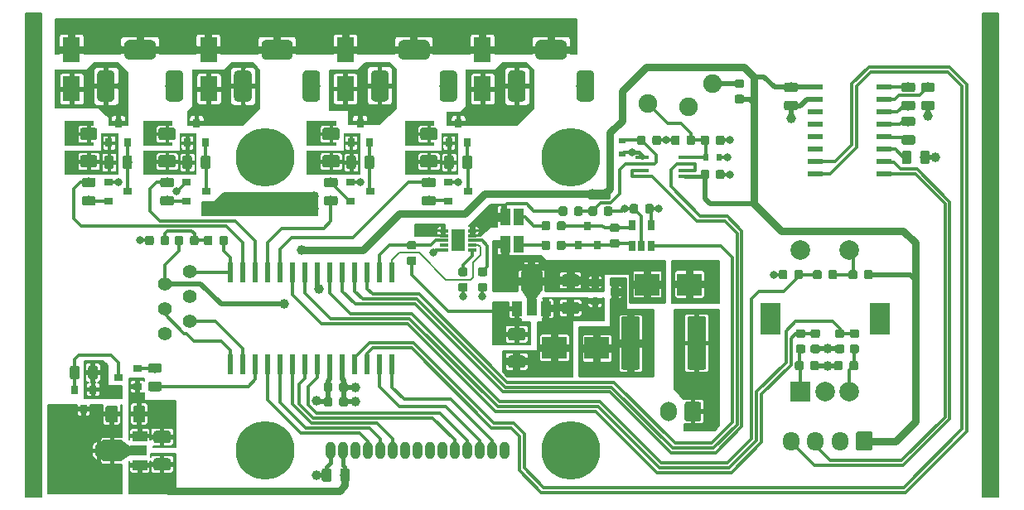
<source format=gbr>
G04 #@! TF.GenerationSoftware,KiCad,Pcbnew,5.0.1*
G04 #@! TF.CreationDate,2019-02-25T23:40:44+01:00*
G04 #@! TF.ProjectId,Dew Heater - V2,44657720486561746572202D2056322E,rev?*
G04 #@! TF.SameCoordinates,Original*
G04 #@! TF.FileFunction,Copper,L2,Bot,Signal*
G04 #@! TF.FilePolarity,Positive*
%FSLAX46Y46*%
G04 Gerber Fmt 4.6, Leading zero omitted, Abs format (unit mm)*
G04 Created by KiCad (PCBNEW 5.0.1) date Mon 25 Feb 2019 11:40:44 PM CET*
%MOMM*%
%LPD*%
G01*
G04 APERTURE LIST*
G04 #@! TA.AperFunction,SMDPad,CuDef*
%ADD10R,1.500000X0.600000*%
G04 #@! TD*
G04 #@! TA.AperFunction,Conductor*
%ADD11C,0.200000*%
G04 #@! TD*
G04 #@! TA.AperFunction,SMDPad,CuDef*
%ADD12C,0.875000*%
G04 #@! TD*
G04 #@! TA.AperFunction,SMDPad,CuDef*
%ADD13C,1.925000*%
G04 #@! TD*
G04 #@! TA.AperFunction,SMDPad,CuDef*
%ADD14R,0.600000X2.000000*%
G04 #@! TD*
G04 #@! TA.AperFunction,ComponentPad*
%ADD15C,1.400000*%
G04 #@! TD*
G04 #@! TA.AperFunction,ComponentPad*
%ADD16C,2.000000*%
G04 #@! TD*
G04 #@! TA.AperFunction,ComponentPad*
%ADD17R,2.000000X3.200000*%
G04 #@! TD*
G04 #@! TA.AperFunction,ComponentPad*
%ADD18R,2.000000X2.000000*%
G04 #@! TD*
G04 #@! TA.AperFunction,SMDPad,CuDef*
%ADD19R,1.450000X0.450000*%
G04 #@! TD*
G04 #@! TA.AperFunction,ComponentPad*
%ADD20C,1.900000*%
G04 #@! TD*
G04 #@! TA.AperFunction,SMDPad,CuDef*
%ADD21C,1.000000*%
G04 #@! TD*
G04 #@! TA.AperFunction,SMDPad,CuDef*
%ADD22R,2.200000X1.840000*%
G04 #@! TD*
G04 #@! TA.AperFunction,SMDPad,CuDef*
%ADD23R,1.000000X1.500000*%
G04 #@! TD*
G04 #@! TA.AperFunction,SMDPad,CuDef*
%ADD24R,1.000000X1.800000*%
G04 #@! TD*
G04 #@! TA.AperFunction,SMDPad,CuDef*
%ADD25C,0.850000*%
G04 #@! TD*
G04 #@! TA.AperFunction,SMDPad,CuDef*
%ADD26R,1.840000X2.200000*%
G04 #@! TD*
G04 #@! TA.AperFunction,SMDPad,CuDef*
%ADD27R,1.500000X1.000000*%
G04 #@! TD*
G04 #@! TA.AperFunction,SMDPad,CuDef*
%ADD28R,1.800000X1.000000*%
G04 #@! TD*
G04 #@! TA.AperFunction,SMDPad,CuDef*
%ADD29C,0.975000*%
G04 #@! TD*
G04 #@! TA.AperFunction,SMDPad,CuDef*
%ADD30C,1.250000*%
G04 #@! TD*
G04 #@! TA.AperFunction,SMDPad,CuDef*
%ADD31R,0.800000X0.900000*%
G04 #@! TD*
G04 #@! TA.AperFunction,SMDPad,CuDef*
%ADD32R,0.900000X0.800000*%
G04 #@! TD*
G04 #@! TA.AperFunction,ComponentPad*
%ADD33C,6.000000*%
G04 #@! TD*
G04 #@! TA.AperFunction,ComponentPad*
%ADD34O,1.000000X1.800000*%
G04 #@! TD*
G04 #@! TA.AperFunction,ComponentPad*
%ADD35O,1.700000X2.000000*%
G04 #@! TD*
G04 #@! TA.AperFunction,ComponentPad*
%ADD36C,1.700000*%
G04 #@! TD*
G04 #@! TA.AperFunction,ComponentPad*
%ADD37O,1.700000X1.950000*%
G04 #@! TD*
G04 #@! TA.AperFunction,SMDPad,CuDef*
%ADD38R,1.800000X2.500000*%
G04 #@! TD*
G04 #@! TA.AperFunction,SMDPad,CuDef*
%ADD39R,2.500000X2.300000*%
G04 #@! TD*
G04 #@! TA.AperFunction,SMDPad,CuDef*
%ADD40R,0.700000X0.600000*%
G04 #@! TD*
G04 #@! TA.AperFunction,SMDPad,CuDef*
%ADD41R,0.600000X0.700000*%
G04 #@! TD*
G04 #@! TA.AperFunction,SMDPad,CuDef*
%ADD42R,0.650000X1.060000*%
G04 #@! TD*
G04 #@! TA.AperFunction,SMDPad,CuDef*
%ADD43R,0.850000X0.300000*%
G04 #@! TD*
G04 #@! TA.AperFunction,SMDPad,CuDef*
%ADD44R,1.400000X2.300000*%
G04 #@! TD*
G04 #@! TA.AperFunction,ComponentPad*
%ADD45C,1.800000*%
G04 #@! TD*
G04 #@! TA.AperFunction,SMDPad,CuDef*
%ADD46R,1.100000X1.750000*%
G04 #@! TD*
G04 #@! TA.AperFunction,ViaPad*
%ADD47C,1.200000*%
G04 #@! TD*
G04 #@! TA.AperFunction,ViaPad*
%ADD48C,0.600000*%
G04 #@! TD*
G04 #@! TA.AperFunction,ViaPad*
%ADD49C,1.000000*%
G04 #@! TD*
G04 #@! TA.AperFunction,ViaPad*
%ADD50C,0.800000*%
G04 #@! TD*
G04 #@! TA.AperFunction,Conductor*
%ADD51C,0.500000*%
G04 #@! TD*
G04 #@! TA.AperFunction,Conductor*
%ADD52C,0.300000*%
G04 #@! TD*
G04 #@! TA.AperFunction,Conductor*
%ADD53C,0.400000*%
G04 #@! TD*
G04 #@! TA.AperFunction,Conductor*
%ADD54C,0.800000*%
G04 #@! TD*
G04 #@! TA.AperFunction,Conductor*
%ADD55C,0.100000*%
G04 #@! TD*
G04 #@! TA.AperFunction,Conductor*
%ADD56C,0.254000*%
G04 #@! TD*
G04 APERTURE END LIST*
D10*
G04 #@! TO.P,U2,1*
G04 #@! TO.N,Net-(C7-Pad1)*
X120056459Y-73325435D03*
G04 #@! TO.P,U2,2*
G04 #@! TO.N,Net-(C2-Pad1)*
X120056459Y-74595435D03*
G04 #@! TO.P,U2,3*
G04 #@! TO.N,Net-(C7-Pad2)*
X120056459Y-75865435D03*
G04 #@! TO.P,U2,4*
G04 #@! TO.N,Net-(C4-Pad1)*
X120056459Y-77135435D03*
G04 #@! TO.P,U2,5*
G04 #@! TO.N,Net-(C4-Pad2)*
X120056459Y-78405435D03*
G04 #@! TO.P,U2,6*
G04 #@! TO.N,Net-(C3-Pad2)*
X120056459Y-79675435D03*
G04 #@! TO.P,U2,7*
G04 #@! TO.N,/TX-OUT*
X120056459Y-80945435D03*
G04 #@! TO.P,U2,8*
G04 #@! TO.N,/RX-IN*
X120056459Y-82215435D03*
G04 #@! TO.P,U2,9*
G04 #@! TO.N,/RX*
X112956459Y-82215435D03*
G04 #@! TO.P,U2,10*
G04 #@! TO.N,/TX*
X112956459Y-80945435D03*
G04 #@! TO.P,U2,11*
G04 #@! TO.N,Net-(U2-Pad11)*
X112956459Y-79675435D03*
G04 #@! TO.P,U2,12*
G04 #@! TO.N,Net-(U2-Pad12)*
X112956459Y-78405435D03*
G04 #@! TO.P,U2,13*
G04 #@! TO.N,Net-(U2-Pad13)*
X112956459Y-77135435D03*
G04 #@! TO.P,U2,14*
G04 #@! TO.N,Net-(U2-Pad14)*
X112956459Y-75865435D03*
G04 #@! TO.P,U2,15*
G04 #@! TO.N,GND*
X112956459Y-74595435D03*
G04 #@! TO.P,U2,16*
G04 #@! TO.N,+5V*
X112956459Y-73325435D03*
G04 #@! TD*
D11*
G04 #@! TO.N,GND*
G04 #@! TO.C,R6*
G36*
X92065191Y-85526053D02*
X92086426Y-85529203D01*
X92107250Y-85534419D01*
X92127462Y-85541651D01*
X92146868Y-85550830D01*
X92165281Y-85561866D01*
X92182524Y-85574654D01*
X92198430Y-85589070D01*
X92212846Y-85604976D01*
X92225634Y-85622219D01*
X92236670Y-85640632D01*
X92245849Y-85660038D01*
X92253081Y-85680250D01*
X92258297Y-85701074D01*
X92261447Y-85722309D01*
X92262500Y-85743750D01*
X92262500Y-86256250D01*
X92261447Y-86277691D01*
X92258297Y-86298926D01*
X92253081Y-86319750D01*
X92245849Y-86339962D01*
X92236670Y-86359368D01*
X92225634Y-86377781D01*
X92212846Y-86395024D01*
X92198430Y-86410930D01*
X92182524Y-86425346D01*
X92165281Y-86438134D01*
X92146868Y-86449170D01*
X92127462Y-86458349D01*
X92107250Y-86465581D01*
X92086426Y-86470797D01*
X92065191Y-86473947D01*
X92043750Y-86475000D01*
X91606250Y-86475000D01*
X91584809Y-86473947D01*
X91563574Y-86470797D01*
X91542750Y-86465581D01*
X91522538Y-86458349D01*
X91503132Y-86449170D01*
X91484719Y-86438134D01*
X91467476Y-86425346D01*
X91451570Y-86410930D01*
X91437154Y-86395024D01*
X91424366Y-86377781D01*
X91413330Y-86359368D01*
X91404151Y-86339962D01*
X91396919Y-86319750D01*
X91391703Y-86298926D01*
X91388553Y-86277691D01*
X91387500Y-86256250D01*
X91387500Y-85743750D01*
X91388553Y-85722309D01*
X91391703Y-85701074D01*
X91396919Y-85680250D01*
X91404151Y-85660038D01*
X91413330Y-85640632D01*
X91424366Y-85622219D01*
X91437154Y-85604976D01*
X91451570Y-85589070D01*
X91467476Y-85574654D01*
X91484719Y-85561866D01*
X91503132Y-85550830D01*
X91522538Y-85541651D01*
X91542750Y-85534419D01*
X91563574Y-85529203D01*
X91584809Y-85526053D01*
X91606250Y-85525000D01*
X92043750Y-85525000D01*
X92065191Y-85526053D01*
X92065191Y-85526053D01*
G37*
D12*
G04 #@! TD*
G04 #@! TO.P,R6,2*
G04 #@! TO.N,GND*
X91825000Y-86000000D03*
D11*
G04 #@! TO.N,Net-(C13-Pad1)*
G04 #@! TO.C,R6*
G36*
X90490191Y-85526053D02*
X90511426Y-85529203D01*
X90532250Y-85534419D01*
X90552462Y-85541651D01*
X90571868Y-85550830D01*
X90590281Y-85561866D01*
X90607524Y-85574654D01*
X90623430Y-85589070D01*
X90637846Y-85604976D01*
X90650634Y-85622219D01*
X90661670Y-85640632D01*
X90670849Y-85660038D01*
X90678081Y-85680250D01*
X90683297Y-85701074D01*
X90686447Y-85722309D01*
X90687500Y-85743750D01*
X90687500Y-86256250D01*
X90686447Y-86277691D01*
X90683297Y-86298926D01*
X90678081Y-86319750D01*
X90670849Y-86339962D01*
X90661670Y-86359368D01*
X90650634Y-86377781D01*
X90637846Y-86395024D01*
X90623430Y-86410930D01*
X90607524Y-86425346D01*
X90590281Y-86438134D01*
X90571868Y-86449170D01*
X90552462Y-86458349D01*
X90532250Y-86465581D01*
X90511426Y-86470797D01*
X90490191Y-86473947D01*
X90468750Y-86475000D01*
X90031250Y-86475000D01*
X90009809Y-86473947D01*
X89988574Y-86470797D01*
X89967750Y-86465581D01*
X89947538Y-86458349D01*
X89928132Y-86449170D01*
X89909719Y-86438134D01*
X89892476Y-86425346D01*
X89876570Y-86410930D01*
X89862154Y-86395024D01*
X89849366Y-86377781D01*
X89838330Y-86359368D01*
X89829151Y-86339962D01*
X89821919Y-86319750D01*
X89816703Y-86298926D01*
X89813553Y-86277691D01*
X89812500Y-86256250D01*
X89812500Y-85743750D01*
X89813553Y-85722309D01*
X89816703Y-85701074D01*
X89821919Y-85680250D01*
X89829151Y-85660038D01*
X89838330Y-85640632D01*
X89849366Y-85622219D01*
X89862154Y-85604976D01*
X89876570Y-85589070D01*
X89892476Y-85574654D01*
X89909719Y-85561866D01*
X89928132Y-85550830D01*
X89947538Y-85541651D01*
X89967750Y-85534419D01*
X89988574Y-85529203D01*
X90009809Y-85526053D01*
X90031250Y-85525000D01*
X90468750Y-85525000D01*
X90490191Y-85526053D01*
X90490191Y-85526053D01*
G37*
D12*
G04 #@! TD*
G04 #@! TO.P,R6,1*
G04 #@! TO.N,Net-(C13-Pad1)*
X90250000Y-86000000D03*
D11*
G04 #@! TO.N,Net-(C13-Pad1)*
G04 #@! TO.C,R5*
G36*
X89027691Y-85526053D02*
X89048926Y-85529203D01*
X89069750Y-85534419D01*
X89089962Y-85541651D01*
X89109368Y-85550830D01*
X89127781Y-85561866D01*
X89145024Y-85574654D01*
X89160930Y-85589070D01*
X89175346Y-85604976D01*
X89188134Y-85622219D01*
X89199170Y-85640632D01*
X89208349Y-85660038D01*
X89215581Y-85680250D01*
X89220797Y-85701074D01*
X89223947Y-85722309D01*
X89225000Y-85743750D01*
X89225000Y-86256250D01*
X89223947Y-86277691D01*
X89220797Y-86298926D01*
X89215581Y-86319750D01*
X89208349Y-86339962D01*
X89199170Y-86359368D01*
X89188134Y-86377781D01*
X89175346Y-86395024D01*
X89160930Y-86410930D01*
X89145024Y-86425346D01*
X89127781Y-86438134D01*
X89109368Y-86449170D01*
X89089962Y-86458349D01*
X89069750Y-86465581D01*
X89048926Y-86470797D01*
X89027691Y-86473947D01*
X89006250Y-86475000D01*
X88568750Y-86475000D01*
X88547309Y-86473947D01*
X88526074Y-86470797D01*
X88505250Y-86465581D01*
X88485038Y-86458349D01*
X88465632Y-86449170D01*
X88447219Y-86438134D01*
X88429976Y-86425346D01*
X88414070Y-86410930D01*
X88399654Y-86395024D01*
X88386866Y-86377781D01*
X88375830Y-86359368D01*
X88366651Y-86339962D01*
X88359419Y-86319750D01*
X88354203Y-86298926D01*
X88351053Y-86277691D01*
X88350000Y-86256250D01*
X88350000Y-85743750D01*
X88351053Y-85722309D01*
X88354203Y-85701074D01*
X88359419Y-85680250D01*
X88366651Y-85660038D01*
X88375830Y-85640632D01*
X88386866Y-85622219D01*
X88399654Y-85604976D01*
X88414070Y-85589070D01*
X88429976Y-85574654D01*
X88447219Y-85561866D01*
X88465632Y-85550830D01*
X88485038Y-85541651D01*
X88505250Y-85534419D01*
X88526074Y-85529203D01*
X88547309Y-85526053D01*
X88568750Y-85525000D01*
X89006250Y-85525000D01*
X89027691Y-85526053D01*
X89027691Y-85526053D01*
G37*
D12*
G04 #@! TD*
G04 #@! TO.P,R5,2*
G04 #@! TO.N,Net-(C13-Pad1)*
X88787500Y-86000000D03*
D11*
G04 #@! TO.N,Net-(R2-Pad4)*
G04 #@! TO.C,R5*
G36*
X87452691Y-85526053D02*
X87473926Y-85529203D01*
X87494750Y-85534419D01*
X87514962Y-85541651D01*
X87534368Y-85550830D01*
X87552781Y-85561866D01*
X87570024Y-85574654D01*
X87585930Y-85589070D01*
X87600346Y-85604976D01*
X87613134Y-85622219D01*
X87624170Y-85640632D01*
X87633349Y-85660038D01*
X87640581Y-85680250D01*
X87645797Y-85701074D01*
X87648947Y-85722309D01*
X87650000Y-85743750D01*
X87650000Y-86256250D01*
X87648947Y-86277691D01*
X87645797Y-86298926D01*
X87640581Y-86319750D01*
X87633349Y-86339962D01*
X87624170Y-86359368D01*
X87613134Y-86377781D01*
X87600346Y-86395024D01*
X87585930Y-86410930D01*
X87570024Y-86425346D01*
X87552781Y-86438134D01*
X87534368Y-86449170D01*
X87514962Y-86458349D01*
X87494750Y-86465581D01*
X87473926Y-86470797D01*
X87452691Y-86473947D01*
X87431250Y-86475000D01*
X86993750Y-86475000D01*
X86972309Y-86473947D01*
X86951074Y-86470797D01*
X86930250Y-86465581D01*
X86910038Y-86458349D01*
X86890632Y-86449170D01*
X86872219Y-86438134D01*
X86854976Y-86425346D01*
X86839070Y-86410930D01*
X86824654Y-86395024D01*
X86811866Y-86377781D01*
X86800830Y-86359368D01*
X86791651Y-86339962D01*
X86784419Y-86319750D01*
X86779203Y-86298926D01*
X86776053Y-86277691D01*
X86775000Y-86256250D01*
X86775000Y-85743750D01*
X86776053Y-85722309D01*
X86779203Y-85701074D01*
X86784419Y-85680250D01*
X86791651Y-85660038D01*
X86800830Y-85640632D01*
X86811866Y-85622219D01*
X86824654Y-85604976D01*
X86839070Y-85589070D01*
X86854976Y-85574654D01*
X86872219Y-85561866D01*
X86890632Y-85550830D01*
X86910038Y-85541651D01*
X86930250Y-85534419D01*
X86951074Y-85529203D01*
X86972309Y-85526053D01*
X86993750Y-85525000D01*
X87431250Y-85525000D01*
X87452691Y-85526053D01*
X87452691Y-85526053D01*
G37*
D12*
G04 #@! TD*
G04 #@! TO.P,R5,1*
G04 #@! TO.N,Net-(R2-Pad4)*
X87212500Y-86000000D03*
D11*
G04 #@! TO.N,GND*
G04 #@! TO.C,C26*
G36*
X45202691Y-88526053D02*
X45223926Y-88529203D01*
X45244750Y-88534419D01*
X45264962Y-88541651D01*
X45284368Y-88550830D01*
X45302781Y-88561866D01*
X45320024Y-88574654D01*
X45335930Y-88589070D01*
X45350346Y-88604976D01*
X45363134Y-88622219D01*
X45374170Y-88640632D01*
X45383349Y-88660038D01*
X45390581Y-88680250D01*
X45395797Y-88701074D01*
X45398947Y-88722309D01*
X45400000Y-88743750D01*
X45400000Y-89256250D01*
X45398947Y-89277691D01*
X45395797Y-89298926D01*
X45390581Y-89319750D01*
X45383349Y-89339962D01*
X45374170Y-89359368D01*
X45363134Y-89377781D01*
X45350346Y-89395024D01*
X45335930Y-89410930D01*
X45320024Y-89425346D01*
X45302781Y-89438134D01*
X45284368Y-89449170D01*
X45264962Y-89458349D01*
X45244750Y-89465581D01*
X45223926Y-89470797D01*
X45202691Y-89473947D01*
X45181250Y-89475000D01*
X44743750Y-89475000D01*
X44722309Y-89473947D01*
X44701074Y-89470797D01*
X44680250Y-89465581D01*
X44660038Y-89458349D01*
X44640632Y-89449170D01*
X44622219Y-89438134D01*
X44604976Y-89425346D01*
X44589070Y-89410930D01*
X44574654Y-89395024D01*
X44561866Y-89377781D01*
X44550830Y-89359368D01*
X44541651Y-89339962D01*
X44534419Y-89319750D01*
X44529203Y-89298926D01*
X44526053Y-89277691D01*
X44525000Y-89256250D01*
X44525000Y-88743750D01*
X44526053Y-88722309D01*
X44529203Y-88701074D01*
X44534419Y-88680250D01*
X44541651Y-88660038D01*
X44550830Y-88640632D01*
X44561866Y-88622219D01*
X44574654Y-88604976D01*
X44589070Y-88589070D01*
X44604976Y-88574654D01*
X44622219Y-88561866D01*
X44640632Y-88550830D01*
X44660038Y-88541651D01*
X44680250Y-88534419D01*
X44701074Y-88529203D01*
X44722309Y-88526053D01*
X44743750Y-88525000D01*
X45181250Y-88525000D01*
X45202691Y-88526053D01*
X45202691Y-88526053D01*
G37*
D12*
G04 #@! TD*
G04 #@! TO.P,C26,2*
G04 #@! TO.N,GND*
X44962500Y-89000000D03*
D11*
G04 #@! TO.N,Net-(C26-Pad1)*
G04 #@! TO.C,C26*
G36*
X46777691Y-88526053D02*
X46798926Y-88529203D01*
X46819750Y-88534419D01*
X46839962Y-88541651D01*
X46859368Y-88550830D01*
X46877781Y-88561866D01*
X46895024Y-88574654D01*
X46910930Y-88589070D01*
X46925346Y-88604976D01*
X46938134Y-88622219D01*
X46949170Y-88640632D01*
X46958349Y-88660038D01*
X46965581Y-88680250D01*
X46970797Y-88701074D01*
X46973947Y-88722309D01*
X46975000Y-88743750D01*
X46975000Y-89256250D01*
X46973947Y-89277691D01*
X46970797Y-89298926D01*
X46965581Y-89319750D01*
X46958349Y-89339962D01*
X46949170Y-89359368D01*
X46938134Y-89377781D01*
X46925346Y-89395024D01*
X46910930Y-89410930D01*
X46895024Y-89425346D01*
X46877781Y-89438134D01*
X46859368Y-89449170D01*
X46839962Y-89458349D01*
X46819750Y-89465581D01*
X46798926Y-89470797D01*
X46777691Y-89473947D01*
X46756250Y-89475000D01*
X46318750Y-89475000D01*
X46297309Y-89473947D01*
X46276074Y-89470797D01*
X46255250Y-89465581D01*
X46235038Y-89458349D01*
X46215632Y-89449170D01*
X46197219Y-89438134D01*
X46179976Y-89425346D01*
X46164070Y-89410930D01*
X46149654Y-89395024D01*
X46136866Y-89377781D01*
X46125830Y-89359368D01*
X46116651Y-89339962D01*
X46109419Y-89319750D01*
X46104203Y-89298926D01*
X46101053Y-89277691D01*
X46100000Y-89256250D01*
X46100000Y-88743750D01*
X46101053Y-88722309D01*
X46104203Y-88701074D01*
X46109419Y-88680250D01*
X46116651Y-88660038D01*
X46125830Y-88640632D01*
X46136866Y-88622219D01*
X46149654Y-88604976D01*
X46164070Y-88589070D01*
X46179976Y-88574654D01*
X46197219Y-88561866D01*
X46215632Y-88550830D01*
X46235038Y-88541651D01*
X46255250Y-88534419D01*
X46276074Y-88529203D01*
X46297309Y-88526053D01*
X46318750Y-88525000D01*
X46756250Y-88525000D01*
X46777691Y-88526053D01*
X46777691Y-88526053D01*
G37*
D12*
G04 #@! TD*
G04 #@! TO.P,C26,1*
G04 #@! TO.N,Net-(C26-Pad1)*
X46537500Y-89000000D03*
D11*
G04 #@! TO.N,Net-(C26-Pad1)*
G04 #@! TO.C,R25*
G36*
X49777691Y-88526053D02*
X49798926Y-88529203D01*
X49819750Y-88534419D01*
X49839962Y-88541651D01*
X49859368Y-88550830D01*
X49877781Y-88561866D01*
X49895024Y-88574654D01*
X49910930Y-88589070D01*
X49925346Y-88604976D01*
X49938134Y-88622219D01*
X49949170Y-88640632D01*
X49958349Y-88660038D01*
X49965581Y-88680250D01*
X49970797Y-88701074D01*
X49973947Y-88722309D01*
X49975000Y-88743750D01*
X49975000Y-89256250D01*
X49973947Y-89277691D01*
X49970797Y-89298926D01*
X49965581Y-89319750D01*
X49958349Y-89339962D01*
X49949170Y-89359368D01*
X49938134Y-89377781D01*
X49925346Y-89395024D01*
X49910930Y-89410930D01*
X49895024Y-89425346D01*
X49877781Y-89438134D01*
X49859368Y-89449170D01*
X49839962Y-89458349D01*
X49819750Y-89465581D01*
X49798926Y-89470797D01*
X49777691Y-89473947D01*
X49756250Y-89475000D01*
X49318750Y-89475000D01*
X49297309Y-89473947D01*
X49276074Y-89470797D01*
X49255250Y-89465581D01*
X49235038Y-89458349D01*
X49215632Y-89449170D01*
X49197219Y-89438134D01*
X49179976Y-89425346D01*
X49164070Y-89410930D01*
X49149654Y-89395024D01*
X49136866Y-89377781D01*
X49125830Y-89359368D01*
X49116651Y-89339962D01*
X49109419Y-89319750D01*
X49104203Y-89298926D01*
X49101053Y-89277691D01*
X49100000Y-89256250D01*
X49100000Y-88743750D01*
X49101053Y-88722309D01*
X49104203Y-88701074D01*
X49109419Y-88680250D01*
X49116651Y-88660038D01*
X49125830Y-88640632D01*
X49136866Y-88622219D01*
X49149654Y-88604976D01*
X49164070Y-88589070D01*
X49179976Y-88574654D01*
X49197219Y-88561866D01*
X49215632Y-88550830D01*
X49235038Y-88541651D01*
X49255250Y-88534419D01*
X49276074Y-88529203D01*
X49297309Y-88526053D01*
X49318750Y-88525000D01*
X49756250Y-88525000D01*
X49777691Y-88526053D01*
X49777691Y-88526053D01*
G37*
D12*
G04 #@! TD*
G04 #@! TO.P,R25,2*
G04 #@! TO.N,Net-(C26-Pad1)*
X49537500Y-89000000D03*
D11*
G04 #@! TO.N,+5V*
G04 #@! TO.C,R25*
G36*
X48202691Y-88526053D02*
X48223926Y-88529203D01*
X48244750Y-88534419D01*
X48264962Y-88541651D01*
X48284368Y-88550830D01*
X48302781Y-88561866D01*
X48320024Y-88574654D01*
X48335930Y-88589070D01*
X48350346Y-88604976D01*
X48363134Y-88622219D01*
X48374170Y-88640632D01*
X48383349Y-88660038D01*
X48390581Y-88680250D01*
X48395797Y-88701074D01*
X48398947Y-88722309D01*
X48400000Y-88743750D01*
X48400000Y-89256250D01*
X48398947Y-89277691D01*
X48395797Y-89298926D01*
X48390581Y-89319750D01*
X48383349Y-89339962D01*
X48374170Y-89359368D01*
X48363134Y-89377781D01*
X48350346Y-89395024D01*
X48335930Y-89410930D01*
X48320024Y-89425346D01*
X48302781Y-89438134D01*
X48284368Y-89449170D01*
X48264962Y-89458349D01*
X48244750Y-89465581D01*
X48223926Y-89470797D01*
X48202691Y-89473947D01*
X48181250Y-89475000D01*
X47743750Y-89475000D01*
X47722309Y-89473947D01*
X47701074Y-89470797D01*
X47680250Y-89465581D01*
X47660038Y-89458349D01*
X47640632Y-89449170D01*
X47622219Y-89438134D01*
X47604976Y-89425346D01*
X47589070Y-89410930D01*
X47574654Y-89395024D01*
X47561866Y-89377781D01*
X47550830Y-89359368D01*
X47541651Y-89339962D01*
X47534419Y-89319750D01*
X47529203Y-89298926D01*
X47526053Y-89277691D01*
X47525000Y-89256250D01*
X47525000Y-88743750D01*
X47526053Y-88722309D01*
X47529203Y-88701074D01*
X47534419Y-88680250D01*
X47541651Y-88660038D01*
X47550830Y-88640632D01*
X47561866Y-88622219D01*
X47574654Y-88604976D01*
X47589070Y-88589070D01*
X47604976Y-88574654D01*
X47622219Y-88561866D01*
X47640632Y-88550830D01*
X47660038Y-88541651D01*
X47680250Y-88534419D01*
X47701074Y-88529203D01*
X47722309Y-88526053D01*
X47743750Y-88525000D01*
X48181250Y-88525000D01*
X48202691Y-88526053D01*
X48202691Y-88526053D01*
G37*
D12*
G04 #@! TD*
G04 #@! TO.P,R25,1*
G04 #@! TO.N,+5V*
X47962500Y-89000000D03*
D11*
G04 #@! TO.N,Net-(C26-Pad1)*
G04 #@! TO.C,R26*
G36*
X51202691Y-88526053D02*
X51223926Y-88529203D01*
X51244750Y-88534419D01*
X51264962Y-88541651D01*
X51284368Y-88550830D01*
X51302781Y-88561866D01*
X51320024Y-88574654D01*
X51335930Y-88589070D01*
X51350346Y-88604976D01*
X51363134Y-88622219D01*
X51374170Y-88640632D01*
X51383349Y-88660038D01*
X51390581Y-88680250D01*
X51395797Y-88701074D01*
X51398947Y-88722309D01*
X51400000Y-88743750D01*
X51400000Y-89256250D01*
X51398947Y-89277691D01*
X51395797Y-89298926D01*
X51390581Y-89319750D01*
X51383349Y-89339962D01*
X51374170Y-89359368D01*
X51363134Y-89377781D01*
X51350346Y-89395024D01*
X51335930Y-89410930D01*
X51320024Y-89425346D01*
X51302781Y-89438134D01*
X51284368Y-89449170D01*
X51264962Y-89458349D01*
X51244750Y-89465581D01*
X51223926Y-89470797D01*
X51202691Y-89473947D01*
X51181250Y-89475000D01*
X50743750Y-89475000D01*
X50722309Y-89473947D01*
X50701074Y-89470797D01*
X50680250Y-89465581D01*
X50660038Y-89458349D01*
X50640632Y-89449170D01*
X50622219Y-89438134D01*
X50604976Y-89425346D01*
X50589070Y-89410930D01*
X50574654Y-89395024D01*
X50561866Y-89377781D01*
X50550830Y-89359368D01*
X50541651Y-89339962D01*
X50534419Y-89319750D01*
X50529203Y-89298926D01*
X50526053Y-89277691D01*
X50525000Y-89256250D01*
X50525000Y-88743750D01*
X50526053Y-88722309D01*
X50529203Y-88701074D01*
X50534419Y-88680250D01*
X50541651Y-88660038D01*
X50550830Y-88640632D01*
X50561866Y-88622219D01*
X50574654Y-88604976D01*
X50589070Y-88589070D01*
X50604976Y-88574654D01*
X50622219Y-88561866D01*
X50640632Y-88550830D01*
X50660038Y-88541651D01*
X50680250Y-88534419D01*
X50701074Y-88529203D01*
X50722309Y-88526053D01*
X50743750Y-88525000D01*
X51181250Y-88525000D01*
X51202691Y-88526053D01*
X51202691Y-88526053D01*
G37*
D12*
G04 #@! TD*
G04 #@! TO.P,R26,2*
G04 #@! TO.N,Net-(C26-Pad1)*
X50962500Y-89000000D03*
D11*
G04 #@! TO.N,/MCLR*
G04 #@! TO.C,R26*
G36*
X52777691Y-88526053D02*
X52798926Y-88529203D01*
X52819750Y-88534419D01*
X52839962Y-88541651D01*
X52859368Y-88550830D01*
X52877781Y-88561866D01*
X52895024Y-88574654D01*
X52910930Y-88589070D01*
X52925346Y-88604976D01*
X52938134Y-88622219D01*
X52949170Y-88640632D01*
X52958349Y-88660038D01*
X52965581Y-88680250D01*
X52970797Y-88701074D01*
X52973947Y-88722309D01*
X52975000Y-88743750D01*
X52975000Y-89256250D01*
X52973947Y-89277691D01*
X52970797Y-89298926D01*
X52965581Y-89319750D01*
X52958349Y-89339962D01*
X52949170Y-89359368D01*
X52938134Y-89377781D01*
X52925346Y-89395024D01*
X52910930Y-89410930D01*
X52895024Y-89425346D01*
X52877781Y-89438134D01*
X52859368Y-89449170D01*
X52839962Y-89458349D01*
X52819750Y-89465581D01*
X52798926Y-89470797D01*
X52777691Y-89473947D01*
X52756250Y-89475000D01*
X52318750Y-89475000D01*
X52297309Y-89473947D01*
X52276074Y-89470797D01*
X52255250Y-89465581D01*
X52235038Y-89458349D01*
X52215632Y-89449170D01*
X52197219Y-89438134D01*
X52179976Y-89425346D01*
X52164070Y-89410930D01*
X52149654Y-89395024D01*
X52136866Y-89377781D01*
X52125830Y-89359368D01*
X52116651Y-89339962D01*
X52109419Y-89319750D01*
X52104203Y-89298926D01*
X52101053Y-89277691D01*
X52100000Y-89256250D01*
X52100000Y-88743750D01*
X52101053Y-88722309D01*
X52104203Y-88701074D01*
X52109419Y-88680250D01*
X52116651Y-88660038D01*
X52125830Y-88640632D01*
X52136866Y-88622219D01*
X52149654Y-88604976D01*
X52164070Y-88589070D01*
X52179976Y-88574654D01*
X52197219Y-88561866D01*
X52215632Y-88550830D01*
X52235038Y-88541651D01*
X52255250Y-88534419D01*
X52276074Y-88529203D01*
X52297309Y-88526053D01*
X52318750Y-88525000D01*
X52756250Y-88525000D01*
X52777691Y-88526053D01*
X52777691Y-88526053D01*
G37*
D12*
G04 #@! TD*
G04 #@! TO.P,R26,1*
G04 #@! TO.N,/MCLR*
X52537500Y-89000000D03*
D11*
G04 #@! TO.N,Net-(F2-Pad2)*
G04 #@! TO.C,F2*
G36*
X105527691Y-72526053D02*
X105548926Y-72529203D01*
X105569750Y-72534419D01*
X105589962Y-72541651D01*
X105609368Y-72550830D01*
X105627781Y-72561866D01*
X105645024Y-72574654D01*
X105660930Y-72589070D01*
X105675346Y-72604976D01*
X105688134Y-72622219D01*
X105699170Y-72640632D01*
X105708349Y-72660038D01*
X105715581Y-72680250D01*
X105720797Y-72701074D01*
X105723947Y-72722309D01*
X105725000Y-72743750D01*
X105725000Y-73181250D01*
X105723947Y-73202691D01*
X105720797Y-73223926D01*
X105715581Y-73244750D01*
X105708349Y-73264962D01*
X105699170Y-73284368D01*
X105688134Y-73302781D01*
X105675346Y-73320024D01*
X105660930Y-73335930D01*
X105645024Y-73350346D01*
X105627781Y-73363134D01*
X105609368Y-73374170D01*
X105589962Y-73383349D01*
X105569750Y-73390581D01*
X105548926Y-73395797D01*
X105527691Y-73398947D01*
X105506250Y-73400000D01*
X104993750Y-73400000D01*
X104972309Y-73398947D01*
X104951074Y-73395797D01*
X104930250Y-73390581D01*
X104910038Y-73383349D01*
X104890632Y-73374170D01*
X104872219Y-73363134D01*
X104854976Y-73350346D01*
X104839070Y-73335930D01*
X104824654Y-73320024D01*
X104811866Y-73302781D01*
X104800830Y-73284368D01*
X104791651Y-73264962D01*
X104784419Y-73244750D01*
X104779203Y-73223926D01*
X104776053Y-73202691D01*
X104775000Y-73181250D01*
X104775000Y-72743750D01*
X104776053Y-72722309D01*
X104779203Y-72701074D01*
X104784419Y-72680250D01*
X104791651Y-72660038D01*
X104800830Y-72640632D01*
X104811866Y-72622219D01*
X104824654Y-72604976D01*
X104839070Y-72589070D01*
X104854976Y-72574654D01*
X104872219Y-72561866D01*
X104890632Y-72550830D01*
X104910038Y-72541651D01*
X104930250Y-72534419D01*
X104951074Y-72529203D01*
X104972309Y-72526053D01*
X104993750Y-72525000D01*
X105506250Y-72525000D01*
X105527691Y-72526053D01*
X105527691Y-72526053D01*
G37*
D12*
G04 #@! TD*
G04 #@! TO.P,F2,2*
G04 #@! TO.N,Net-(F2-Pad2)*
X105250000Y-72962500D03*
D11*
G04 #@! TO.N,+5V*
G04 #@! TO.C,F2*
G36*
X105527691Y-74101053D02*
X105548926Y-74104203D01*
X105569750Y-74109419D01*
X105589962Y-74116651D01*
X105609368Y-74125830D01*
X105627781Y-74136866D01*
X105645024Y-74149654D01*
X105660930Y-74164070D01*
X105675346Y-74179976D01*
X105688134Y-74197219D01*
X105699170Y-74215632D01*
X105708349Y-74235038D01*
X105715581Y-74255250D01*
X105720797Y-74276074D01*
X105723947Y-74297309D01*
X105725000Y-74318750D01*
X105725000Y-74756250D01*
X105723947Y-74777691D01*
X105720797Y-74798926D01*
X105715581Y-74819750D01*
X105708349Y-74839962D01*
X105699170Y-74859368D01*
X105688134Y-74877781D01*
X105675346Y-74895024D01*
X105660930Y-74910930D01*
X105645024Y-74925346D01*
X105627781Y-74938134D01*
X105609368Y-74949170D01*
X105589962Y-74958349D01*
X105569750Y-74965581D01*
X105548926Y-74970797D01*
X105527691Y-74973947D01*
X105506250Y-74975000D01*
X104993750Y-74975000D01*
X104972309Y-74973947D01*
X104951074Y-74970797D01*
X104930250Y-74965581D01*
X104910038Y-74958349D01*
X104890632Y-74949170D01*
X104872219Y-74938134D01*
X104854976Y-74925346D01*
X104839070Y-74910930D01*
X104824654Y-74895024D01*
X104811866Y-74877781D01*
X104800830Y-74859368D01*
X104791651Y-74839962D01*
X104784419Y-74819750D01*
X104779203Y-74798926D01*
X104776053Y-74777691D01*
X104775000Y-74756250D01*
X104775000Y-74318750D01*
X104776053Y-74297309D01*
X104779203Y-74276074D01*
X104784419Y-74255250D01*
X104791651Y-74235038D01*
X104800830Y-74215632D01*
X104811866Y-74197219D01*
X104824654Y-74179976D01*
X104839070Y-74164070D01*
X104854976Y-74149654D01*
X104872219Y-74136866D01*
X104890632Y-74125830D01*
X104910038Y-74116651D01*
X104930250Y-74109419D01*
X104951074Y-74104203D01*
X104972309Y-74101053D01*
X104993750Y-74100000D01*
X105506250Y-74100000D01*
X105527691Y-74101053D01*
X105527691Y-74101053D01*
G37*
D12*
G04 #@! TD*
G04 #@! TO.P,F2,1*
G04 #@! TO.N,+5V*
X105250000Y-74537500D03*
D11*
G04 #@! TO.N,Net-(F1-Pad1)*
G04 #@! TO.C,F1*
G36*
X101624505Y-96776204D02*
X101648773Y-96779804D01*
X101672572Y-96785765D01*
X101695671Y-96794030D01*
X101717850Y-96804520D01*
X101738893Y-96817132D01*
X101758599Y-96831747D01*
X101776777Y-96848223D01*
X101793253Y-96866401D01*
X101807868Y-96886107D01*
X101820480Y-96907150D01*
X101830970Y-96929329D01*
X101839235Y-96952428D01*
X101845196Y-96976227D01*
X101848796Y-97000495D01*
X101850000Y-97024999D01*
X101850000Y-101975001D01*
X101848796Y-101999505D01*
X101845196Y-102023773D01*
X101839235Y-102047572D01*
X101830970Y-102070671D01*
X101820480Y-102092850D01*
X101807868Y-102113893D01*
X101793253Y-102133599D01*
X101776777Y-102151777D01*
X101758599Y-102168253D01*
X101738893Y-102182868D01*
X101717850Y-102195480D01*
X101695671Y-102205970D01*
X101672572Y-102214235D01*
X101648773Y-102220196D01*
X101624505Y-102223796D01*
X101600001Y-102225000D01*
X100174999Y-102225000D01*
X100150495Y-102223796D01*
X100126227Y-102220196D01*
X100102428Y-102214235D01*
X100079329Y-102205970D01*
X100057150Y-102195480D01*
X100036107Y-102182868D01*
X100016401Y-102168253D01*
X99998223Y-102151777D01*
X99981747Y-102133599D01*
X99967132Y-102113893D01*
X99954520Y-102092850D01*
X99944030Y-102070671D01*
X99935765Y-102047572D01*
X99929804Y-102023773D01*
X99926204Y-101999505D01*
X99925000Y-101975001D01*
X99925000Y-97024999D01*
X99926204Y-97000495D01*
X99929804Y-96976227D01*
X99935765Y-96952428D01*
X99944030Y-96929329D01*
X99954520Y-96907150D01*
X99967132Y-96886107D01*
X99981747Y-96866401D01*
X99998223Y-96848223D01*
X100016401Y-96831747D01*
X100036107Y-96817132D01*
X100057150Y-96804520D01*
X100079329Y-96794030D01*
X100102428Y-96785765D01*
X100126227Y-96779804D01*
X100150495Y-96776204D01*
X100174999Y-96775000D01*
X101600001Y-96775000D01*
X101624505Y-96776204D01*
X101624505Y-96776204D01*
G37*
D13*
G04 #@! TD*
G04 #@! TO.P,F1,1*
G04 #@! TO.N,Net-(F1-Pad1)*
X100887500Y-99500000D03*
D11*
G04 #@! TO.N,Net-(D1-Pad1)*
G04 #@! TO.C,F1*
G36*
X94849505Y-96776204D02*
X94873773Y-96779804D01*
X94897572Y-96785765D01*
X94920671Y-96794030D01*
X94942850Y-96804520D01*
X94963893Y-96817132D01*
X94983599Y-96831747D01*
X95001777Y-96848223D01*
X95018253Y-96866401D01*
X95032868Y-96886107D01*
X95045480Y-96907150D01*
X95055970Y-96929329D01*
X95064235Y-96952428D01*
X95070196Y-96976227D01*
X95073796Y-97000495D01*
X95075000Y-97024999D01*
X95075000Y-101975001D01*
X95073796Y-101999505D01*
X95070196Y-102023773D01*
X95064235Y-102047572D01*
X95055970Y-102070671D01*
X95045480Y-102092850D01*
X95032868Y-102113893D01*
X95018253Y-102133599D01*
X95001777Y-102151777D01*
X94983599Y-102168253D01*
X94963893Y-102182868D01*
X94942850Y-102195480D01*
X94920671Y-102205970D01*
X94897572Y-102214235D01*
X94873773Y-102220196D01*
X94849505Y-102223796D01*
X94825001Y-102225000D01*
X93399999Y-102225000D01*
X93375495Y-102223796D01*
X93351227Y-102220196D01*
X93327428Y-102214235D01*
X93304329Y-102205970D01*
X93282150Y-102195480D01*
X93261107Y-102182868D01*
X93241401Y-102168253D01*
X93223223Y-102151777D01*
X93206747Y-102133599D01*
X93192132Y-102113893D01*
X93179520Y-102092850D01*
X93169030Y-102070671D01*
X93160765Y-102047572D01*
X93154804Y-102023773D01*
X93151204Y-101999505D01*
X93150000Y-101975001D01*
X93150000Y-97024999D01*
X93151204Y-97000495D01*
X93154804Y-96976227D01*
X93160765Y-96952428D01*
X93169030Y-96929329D01*
X93179520Y-96907150D01*
X93192132Y-96886107D01*
X93206747Y-96866401D01*
X93223223Y-96848223D01*
X93241401Y-96831747D01*
X93261107Y-96817132D01*
X93282150Y-96804520D01*
X93304329Y-96794030D01*
X93327428Y-96785765D01*
X93351227Y-96779804D01*
X93375495Y-96776204D01*
X93399999Y-96775000D01*
X94825001Y-96775000D01*
X94849505Y-96776204D01*
X94849505Y-96776204D01*
G37*
D13*
G04 #@! TD*
G04 #@! TO.P,F1,2*
G04 #@! TO.N,Net-(D1-Pad1)*
X94112500Y-99500000D03*
D11*
G04 #@! TO.N,GND*
G04 #@! TO.C,C11*
G36*
X94702691Y-85276053D02*
X94723926Y-85279203D01*
X94744750Y-85284419D01*
X94764962Y-85291651D01*
X94784368Y-85300830D01*
X94802781Y-85311866D01*
X94820024Y-85324654D01*
X94835930Y-85339070D01*
X94850346Y-85354976D01*
X94863134Y-85372219D01*
X94874170Y-85390632D01*
X94883349Y-85410038D01*
X94890581Y-85430250D01*
X94895797Y-85451074D01*
X94898947Y-85472309D01*
X94900000Y-85493750D01*
X94900000Y-86006250D01*
X94898947Y-86027691D01*
X94895797Y-86048926D01*
X94890581Y-86069750D01*
X94883349Y-86089962D01*
X94874170Y-86109368D01*
X94863134Y-86127781D01*
X94850346Y-86145024D01*
X94835930Y-86160930D01*
X94820024Y-86175346D01*
X94802781Y-86188134D01*
X94784368Y-86199170D01*
X94764962Y-86208349D01*
X94744750Y-86215581D01*
X94723926Y-86220797D01*
X94702691Y-86223947D01*
X94681250Y-86225000D01*
X94243750Y-86225000D01*
X94222309Y-86223947D01*
X94201074Y-86220797D01*
X94180250Y-86215581D01*
X94160038Y-86208349D01*
X94140632Y-86199170D01*
X94122219Y-86188134D01*
X94104976Y-86175346D01*
X94089070Y-86160930D01*
X94074654Y-86145024D01*
X94061866Y-86127781D01*
X94050830Y-86109368D01*
X94041651Y-86089962D01*
X94034419Y-86069750D01*
X94029203Y-86048926D01*
X94026053Y-86027691D01*
X94025000Y-86006250D01*
X94025000Y-85493750D01*
X94026053Y-85472309D01*
X94029203Y-85451074D01*
X94034419Y-85430250D01*
X94041651Y-85410038D01*
X94050830Y-85390632D01*
X94061866Y-85372219D01*
X94074654Y-85354976D01*
X94089070Y-85339070D01*
X94104976Y-85324654D01*
X94122219Y-85311866D01*
X94140632Y-85300830D01*
X94160038Y-85291651D01*
X94180250Y-85284419D01*
X94201074Y-85279203D01*
X94222309Y-85276053D01*
X94243750Y-85275000D01*
X94681250Y-85275000D01*
X94702691Y-85276053D01*
X94702691Y-85276053D01*
G37*
D12*
G04 #@! TD*
G04 #@! TO.P,C11,2*
G04 #@! TO.N,GND*
X94462500Y-85750000D03*
D11*
G04 #@! TO.N,+5V*
G04 #@! TO.C,C11*
G36*
X96277691Y-85276053D02*
X96298926Y-85279203D01*
X96319750Y-85284419D01*
X96339962Y-85291651D01*
X96359368Y-85300830D01*
X96377781Y-85311866D01*
X96395024Y-85324654D01*
X96410930Y-85339070D01*
X96425346Y-85354976D01*
X96438134Y-85372219D01*
X96449170Y-85390632D01*
X96458349Y-85410038D01*
X96465581Y-85430250D01*
X96470797Y-85451074D01*
X96473947Y-85472309D01*
X96475000Y-85493750D01*
X96475000Y-86006250D01*
X96473947Y-86027691D01*
X96470797Y-86048926D01*
X96465581Y-86069750D01*
X96458349Y-86089962D01*
X96449170Y-86109368D01*
X96438134Y-86127781D01*
X96425346Y-86145024D01*
X96410930Y-86160930D01*
X96395024Y-86175346D01*
X96377781Y-86188134D01*
X96359368Y-86199170D01*
X96339962Y-86208349D01*
X96319750Y-86215581D01*
X96298926Y-86220797D01*
X96277691Y-86223947D01*
X96256250Y-86225000D01*
X95818750Y-86225000D01*
X95797309Y-86223947D01*
X95776074Y-86220797D01*
X95755250Y-86215581D01*
X95735038Y-86208349D01*
X95715632Y-86199170D01*
X95697219Y-86188134D01*
X95679976Y-86175346D01*
X95664070Y-86160930D01*
X95649654Y-86145024D01*
X95636866Y-86127781D01*
X95625830Y-86109368D01*
X95616651Y-86089962D01*
X95609419Y-86069750D01*
X95604203Y-86048926D01*
X95601053Y-86027691D01*
X95600000Y-86006250D01*
X95600000Y-85493750D01*
X95601053Y-85472309D01*
X95604203Y-85451074D01*
X95609419Y-85430250D01*
X95616651Y-85410038D01*
X95625830Y-85390632D01*
X95636866Y-85372219D01*
X95649654Y-85354976D01*
X95664070Y-85339070D01*
X95679976Y-85324654D01*
X95697219Y-85311866D01*
X95715632Y-85300830D01*
X95735038Y-85291651D01*
X95755250Y-85284419D01*
X95776074Y-85279203D01*
X95797309Y-85276053D01*
X95818750Y-85275000D01*
X96256250Y-85275000D01*
X96277691Y-85276053D01*
X96277691Y-85276053D01*
G37*
D12*
G04 #@! TD*
G04 #@! TO.P,C11,1*
G04 #@! TO.N,+5V*
X96037500Y-85750000D03*
D11*
G04 #@! TO.N,Net-(C9-Pad2)*
G04 #@! TO.C,C9*
G36*
X92777691Y-87276053D02*
X92798926Y-87279203D01*
X92819750Y-87284419D01*
X92839962Y-87291651D01*
X92859368Y-87300830D01*
X92877781Y-87311866D01*
X92895024Y-87324654D01*
X92910930Y-87339070D01*
X92925346Y-87354976D01*
X92938134Y-87372219D01*
X92949170Y-87390632D01*
X92958349Y-87410038D01*
X92965581Y-87430250D01*
X92970797Y-87451074D01*
X92973947Y-87472309D01*
X92975000Y-87493750D01*
X92975000Y-87931250D01*
X92973947Y-87952691D01*
X92970797Y-87973926D01*
X92965581Y-87994750D01*
X92958349Y-88014962D01*
X92949170Y-88034368D01*
X92938134Y-88052781D01*
X92925346Y-88070024D01*
X92910930Y-88085930D01*
X92895024Y-88100346D01*
X92877781Y-88113134D01*
X92859368Y-88124170D01*
X92839962Y-88133349D01*
X92819750Y-88140581D01*
X92798926Y-88145797D01*
X92777691Y-88148947D01*
X92756250Y-88150000D01*
X92243750Y-88150000D01*
X92222309Y-88148947D01*
X92201074Y-88145797D01*
X92180250Y-88140581D01*
X92160038Y-88133349D01*
X92140632Y-88124170D01*
X92122219Y-88113134D01*
X92104976Y-88100346D01*
X92089070Y-88085930D01*
X92074654Y-88070024D01*
X92061866Y-88052781D01*
X92050830Y-88034368D01*
X92041651Y-88014962D01*
X92034419Y-87994750D01*
X92029203Y-87973926D01*
X92026053Y-87952691D01*
X92025000Y-87931250D01*
X92025000Y-87493750D01*
X92026053Y-87472309D01*
X92029203Y-87451074D01*
X92034419Y-87430250D01*
X92041651Y-87410038D01*
X92050830Y-87390632D01*
X92061866Y-87372219D01*
X92074654Y-87354976D01*
X92089070Y-87339070D01*
X92104976Y-87324654D01*
X92122219Y-87311866D01*
X92140632Y-87300830D01*
X92160038Y-87291651D01*
X92180250Y-87284419D01*
X92201074Y-87279203D01*
X92222309Y-87276053D01*
X92243750Y-87275000D01*
X92756250Y-87275000D01*
X92777691Y-87276053D01*
X92777691Y-87276053D01*
G37*
D12*
G04 #@! TD*
G04 #@! TO.P,C9,2*
G04 #@! TO.N,Net-(C9-Pad2)*
X92500000Y-87712500D03*
D11*
G04 #@! TO.N,Net-(C9-Pad1)*
G04 #@! TO.C,C9*
G36*
X92777691Y-88851053D02*
X92798926Y-88854203D01*
X92819750Y-88859419D01*
X92839962Y-88866651D01*
X92859368Y-88875830D01*
X92877781Y-88886866D01*
X92895024Y-88899654D01*
X92910930Y-88914070D01*
X92925346Y-88929976D01*
X92938134Y-88947219D01*
X92949170Y-88965632D01*
X92958349Y-88985038D01*
X92965581Y-89005250D01*
X92970797Y-89026074D01*
X92973947Y-89047309D01*
X92975000Y-89068750D01*
X92975000Y-89506250D01*
X92973947Y-89527691D01*
X92970797Y-89548926D01*
X92965581Y-89569750D01*
X92958349Y-89589962D01*
X92949170Y-89609368D01*
X92938134Y-89627781D01*
X92925346Y-89645024D01*
X92910930Y-89660930D01*
X92895024Y-89675346D01*
X92877781Y-89688134D01*
X92859368Y-89699170D01*
X92839962Y-89708349D01*
X92819750Y-89715581D01*
X92798926Y-89720797D01*
X92777691Y-89723947D01*
X92756250Y-89725000D01*
X92243750Y-89725000D01*
X92222309Y-89723947D01*
X92201074Y-89720797D01*
X92180250Y-89715581D01*
X92160038Y-89708349D01*
X92140632Y-89699170D01*
X92122219Y-89688134D01*
X92104976Y-89675346D01*
X92089070Y-89660930D01*
X92074654Y-89645024D01*
X92061866Y-89627781D01*
X92050830Y-89609368D01*
X92041651Y-89589962D01*
X92034419Y-89569750D01*
X92029203Y-89548926D01*
X92026053Y-89527691D01*
X92025000Y-89506250D01*
X92025000Y-89068750D01*
X92026053Y-89047309D01*
X92029203Y-89026074D01*
X92034419Y-89005250D01*
X92041651Y-88985038D01*
X92050830Y-88965632D01*
X92061866Y-88947219D01*
X92074654Y-88929976D01*
X92089070Y-88914070D01*
X92104976Y-88899654D01*
X92122219Y-88886866D01*
X92140632Y-88875830D01*
X92160038Y-88866651D01*
X92180250Y-88859419D01*
X92201074Y-88854203D01*
X92222309Y-88851053D01*
X92243750Y-88850000D01*
X92756250Y-88850000D01*
X92777691Y-88851053D01*
X92777691Y-88851053D01*
G37*
D12*
G04 #@! TD*
G04 #@! TO.P,C9,1*
G04 #@! TO.N,Net-(C9-Pad1)*
X92500000Y-89287500D03*
D11*
G04 #@! TO.N,GND*
G04 #@! TO.C,C19*
G36*
X65027691Y-103526053D02*
X65048926Y-103529203D01*
X65069750Y-103534419D01*
X65089962Y-103541651D01*
X65109368Y-103550830D01*
X65127781Y-103561866D01*
X65145024Y-103574654D01*
X65160930Y-103589070D01*
X65175346Y-103604976D01*
X65188134Y-103622219D01*
X65199170Y-103640632D01*
X65208349Y-103660038D01*
X65215581Y-103680250D01*
X65220797Y-103701074D01*
X65223947Y-103722309D01*
X65225000Y-103743750D01*
X65225000Y-104256250D01*
X65223947Y-104277691D01*
X65220797Y-104298926D01*
X65215581Y-104319750D01*
X65208349Y-104339962D01*
X65199170Y-104359368D01*
X65188134Y-104377781D01*
X65175346Y-104395024D01*
X65160930Y-104410930D01*
X65145024Y-104425346D01*
X65127781Y-104438134D01*
X65109368Y-104449170D01*
X65089962Y-104458349D01*
X65069750Y-104465581D01*
X65048926Y-104470797D01*
X65027691Y-104473947D01*
X65006250Y-104475000D01*
X64568750Y-104475000D01*
X64547309Y-104473947D01*
X64526074Y-104470797D01*
X64505250Y-104465581D01*
X64485038Y-104458349D01*
X64465632Y-104449170D01*
X64447219Y-104438134D01*
X64429976Y-104425346D01*
X64414070Y-104410930D01*
X64399654Y-104395024D01*
X64386866Y-104377781D01*
X64375830Y-104359368D01*
X64366651Y-104339962D01*
X64359419Y-104319750D01*
X64354203Y-104298926D01*
X64351053Y-104277691D01*
X64350000Y-104256250D01*
X64350000Y-103743750D01*
X64351053Y-103722309D01*
X64354203Y-103701074D01*
X64359419Y-103680250D01*
X64366651Y-103660038D01*
X64375830Y-103640632D01*
X64386866Y-103622219D01*
X64399654Y-103604976D01*
X64414070Y-103589070D01*
X64429976Y-103574654D01*
X64447219Y-103561866D01*
X64465632Y-103550830D01*
X64485038Y-103541651D01*
X64505250Y-103534419D01*
X64526074Y-103529203D01*
X64547309Y-103526053D01*
X64568750Y-103525000D01*
X65006250Y-103525000D01*
X65027691Y-103526053D01*
X65027691Y-103526053D01*
G37*
D12*
G04 #@! TD*
G04 #@! TO.P,C19,2*
G04 #@! TO.N,GND*
X64787500Y-104000000D03*
D11*
G04 #@! TO.N,+5V*
G04 #@! TO.C,C19*
G36*
X63452691Y-103526053D02*
X63473926Y-103529203D01*
X63494750Y-103534419D01*
X63514962Y-103541651D01*
X63534368Y-103550830D01*
X63552781Y-103561866D01*
X63570024Y-103574654D01*
X63585930Y-103589070D01*
X63600346Y-103604976D01*
X63613134Y-103622219D01*
X63624170Y-103640632D01*
X63633349Y-103660038D01*
X63640581Y-103680250D01*
X63645797Y-103701074D01*
X63648947Y-103722309D01*
X63650000Y-103743750D01*
X63650000Y-104256250D01*
X63648947Y-104277691D01*
X63645797Y-104298926D01*
X63640581Y-104319750D01*
X63633349Y-104339962D01*
X63624170Y-104359368D01*
X63613134Y-104377781D01*
X63600346Y-104395024D01*
X63585930Y-104410930D01*
X63570024Y-104425346D01*
X63552781Y-104438134D01*
X63534368Y-104449170D01*
X63514962Y-104458349D01*
X63494750Y-104465581D01*
X63473926Y-104470797D01*
X63452691Y-104473947D01*
X63431250Y-104475000D01*
X62993750Y-104475000D01*
X62972309Y-104473947D01*
X62951074Y-104470797D01*
X62930250Y-104465581D01*
X62910038Y-104458349D01*
X62890632Y-104449170D01*
X62872219Y-104438134D01*
X62854976Y-104425346D01*
X62839070Y-104410930D01*
X62824654Y-104395024D01*
X62811866Y-104377781D01*
X62800830Y-104359368D01*
X62791651Y-104339962D01*
X62784419Y-104319750D01*
X62779203Y-104298926D01*
X62776053Y-104277691D01*
X62775000Y-104256250D01*
X62775000Y-103743750D01*
X62776053Y-103722309D01*
X62779203Y-103701074D01*
X62784419Y-103680250D01*
X62791651Y-103660038D01*
X62800830Y-103640632D01*
X62811866Y-103622219D01*
X62824654Y-103604976D01*
X62839070Y-103589070D01*
X62854976Y-103574654D01*
X62872219Y-103561866D01*
X62890632Y-103550830D01*
X62910038Y-103541651D01*
X62930250Y-103534419D01*
X62951074Y-103529203D01*
X62972309Y-103526053D01*
X62993750Y-103525000D01*
X63431250Y-103525000D01*
X63452691Y-103526053D01*
X63452691Y-103526053D01*
G37*
D12*
G04 #@! TD*
G04 #@! TO.P,C19,1*
G04 #@! TO.N,+5V*
X63212500Y-104000000D03*
D11*
G04 #@! TO.N,GND*
G04 #@! TO.C,C18*
G36*
X65027691Y-105026053D02*
X65048926Y-105029203D01*
X65069750Y-105034419D01*
X65089962Y-105041651D01*
X65109368Y-105050830D01*
X65127781Y-105061866D01*
X65145024Y-105074654D01*
X65160930Y-105089070D01*
X65175346Y-105104976D01*
X65188134Y-105122219D01*
X65199170Y-105140632D01*
X65208349Y-105160038D01*
X65215581Y-105180250D01*
X65220797Y-105201074D01*
X65223947Y-105222309D01*
X65225000Y-105243750D01*
X65225000Y-105756250D01*
X65223947Y-105777691D01*
X65220797Y-105798926D01*
X65215581Y-105819750D01*
X65208349Y-105839962D01*
X65199170Y-105859368D01*
X65188134Y-105877781D01*
X65175346Y-105895024D01*
X65160930Y-105910930D01*
X65145024Y-105925346D01*
X65127781Y-105938134D01*
X65109368Y-105949170D01*
X65089962Y-105958349D01*
X65069750Y-105965581D01*
X65048926Y-105970797D01*
X65027691Y-105973947D01*
X65006250Y-105975000D01*
X64568750Y-105975000D01*
X64547309Y-105973947D01*
X64526074Y-105970797D01*
X64505250Y-105965581D01*
X64485038Y-105958349D01*
X64465632Y-105949170D01*
X64447219Y-105938134D01*
X64429976Y-105925346D01*
X64414070Y-105910930D01*
X64399654Y-105895024D01*
X64386866Y-105877781D01*
X64375830Y-105859368D01*
X64366651Y-105839962D01*
X64359419Y-105819750D01*
X64354203Y-105798926D01*
X64351053Y-105777691D01*
X64350000Y-105756250D01*
X64350000Y-105243750D01*
X64351053Y-105222309D01*
X64354203Y-105201074D01*
X64359419Y-105180250D01*
X64366651Y-105160038D01*
X64375830Y-105140632D01*
X64386866Y-105122219D01*
X64399654Y-105104976D01*
X64414070Y-105089070D01*
X64429976Y-105074654D01*
X64447219Y-105061866D01*
X64465632Y-105050830D01*
X64485038Y-105041651D01*
X64505250Y-105034419D01*
X64526074Y-105029203D01*
X64547309Y-105026053D01*
X64568750Y-105025000D01*
X65006250Y-105025000D01*
X65027691Y-105026053D01*
X65027691Y-105026053D01*
G37*
D12*
G04 #@! TD*
G04 #@! TO.P,C18,2*
G04 #@! TO.N,GND*
X64787500Y-105500000D03*
D11*
G04 #@! TO.N,+5V*
G04 #@! TO.C,C18*
G36*
X63452691Y-105026053D02*
X63473926Y-105029203D01*
X63494750Y-105034419D01*
X63514962Y-105041651D01*
X63534368Y-105050830D01*
X63552781Y-105061866D01*
X63570024Y-105074654D01*
X63585930Y-105089070D01*
X63600346Y-105104976D01*
X63613134Y-105122219D01*
X63624170Y-105140632D01*
X63633349Y-105160038D01*
X63640581Y-105180250D01*
X63645797Y-105201074D01*
X63648947Y-105222309D01*
X63650000Y-105243750D01*
X63650000Y-105756250D01*
X63648947Y-105777691D01*
X63645797Y-105798926D01*
X63640581Y-105819750D01*
X63633349Y-105839962D01*
X63624170Y-105859368D01*
X63613134Y-105877781D01*
X63600346Y-105895024D01*
X63585930Y-105910930D01*
X63570024Y-105925346D01*
X63552781Y-105938134D01*
X63534368Y-105949170D01*
X63514962Y-105958349D01*
X63494750Y-105965581D01*
X63473926Y-105970797D01*
X63452691Y-105973947D01*
X63431250Y-105975000D01*
X62993750Y-105975000D01*
X62972309Y-105973947D01*
X62951074Y-105970797D01*
X62930250Y-105965581D01*
X62910038Y-105958349D01*
X62890632Y-105949170D01*
X62872219Y-105938134D01*
X62854976Y-105925346D01*
X62839070Y-105910930D01*
X62824654Y-105895024D01*
X62811866Y-105877781D01*
X62800830Y-105859368D01*
X62791651Y-105839962D01*
X62784419Y-105819750D01*
X62779203Y-105798926D01*
X62776053Y-105777691D01*
X62775000Y-105756250D01*
X62775000Y-105243750D01*
X62776053Y-105222309D01*
X62779203Y-105201074D01*
X62784419Y-105180250D01*
X62791651Y-105160038D01*
X62800830Y-105140632D01*
X62811866Y-105122219D01*
X62824654Y-105104976D01*
X62839070Y-105089070D01*
X62854976Y-105074654D01*
X62872219Y-105061866D01*
X62890632Y-105050830D01*
X62910038Y-105041651D01*
X62930250Y-105034419D01*
X62951074Y-105029203D01*
X62972309Y-105026053D01*
X62993750Y-105025000D01*
X63431250Y-105025000D01*
X63452691Y-105026053D01*
X63452691Y-105026053D01*
G37*
D12*
G04 #@! TD*
G04 #@! TO.P,C18,1*
G04 #@! TO.N,+5V*
X63212500Y-105500000D03*
D11*
G04 #@! TO.N,GND*
G04 #@! TO.C,C22*
G36*
X109952691Y-92026053D02*
X109973926Y-92029203D01*
X109994750Y-92034419D01*
X110014962Y-92041651D01*
X110034368Y-92050830D01*
X110052781Y-92061866D01*
X110070024Y-92074654D01*
X110085930Y-92089070D01*
X110100346Y-92104976D01*
X110113134Y-92122219D01*
X110124170Y-92140632D01*
X110133349Y-92160038D01*
X110140581Y-92180250D01*
X110145797Y-92201074D01*
X110148947Y-92222309D01*
X110150000Y-92243750D01*
X110150000Y-92756250D01*
X110148947Y-92777691D01*
X110145797Y-92798926D01*
X110140581Y-92819750D01*
X110133349Y-92839962D01*
X110124170Y-92859368D01*
X110113134Y-92877781D01*
X110100346Y-92895024D01*
X110085930Y-92910930D01*
X110070024Y-92925346D01*
X110052781Y-92938134D01*
X110034368Y-92949170D01*
X110014962Y-92958349D01*
X109994750Y-92965581D01*
X109973926Y-92970797D01*
X109952691Y-92973947D01*
X109931250Y-92975000D01*
X109493750Y-92975000D01*
X109472309Y-92973947D01*
X109451074Y-92970797D01*
X109430250Y-92965581D01*
X109410038Y-92958349D01*
X109390632Y-92949170D01*
X109372219Y-92938134D01*
X109354976Y-92925346D01*
X109339070Y-92910930D01*
X109324654Y-92895024D01*
X109311866Y-92877781D01*
X109300830Y-92859368D01*
X109291651Y-92839962D01*
X109284419Y-92819750D01*
X109279203Y-92798926D01*
X109276053Y-92777691D01*
X109275000Y-92756250D01*
X109275000Y-92243750D01*
X109276053Y-92222309D01*
X109279203Y-92201074D01*
X109284419Y-92180250D01*
X109291651Y-92160038D01*
X109300830Y-92140632D01*
X109311866Y-92122219D01*
X109324654Y-92104976D01*
X109339070Y-92089070D01*
X109354976Y-92074654D01*
X109372219Y-92061866D01*
X109390632Y-92050830D01*
X109410038Y-92041651D01*
X109430250Y-92034419D01*
X109451074Y-92029203D01*
X109472309Y-92026053D01*
X109493750Y-92025000D01*
X109931250Y-92025000D01*
X109952691Y-92026053D01*
X109952691Y-92026053D01*
G37*
D12*
G04 #@! TD*
G04 #@! TO.P,C22,2*
G04 #@! TO.N,GND*
X109712500Y-92500000D03*
D11*
G04 #@! TO.N,/ROT_PB*
G04 #@! TO.C,C22*
G36*
X111527691Y-92026053D02*
X111548926Y-92029203D01*
X111569750Y-92034419D01*
X111589962Y-92041651D01*
X111609368Y-92050830D01*
X111627781Y-92061866D01*
X111645024Y-92074654D01*
X111660930Y-92089070D01*
X111675346Y-92104976D01*
X111688134Y-92122219D01*
X111699170Y-92140632D01*
X111708349Y-92160038D01*
X111715581Y-92180250D01*
X111720797Y-92201074D01*
X111723947Y-92222309D01*
X111725000Y-92243750D01*
X111725000Y-92756250D01*
X111723947Y-92777691D01*
X111720797Y-92798926D01*
X111715581Y-92819750D01*
X111708349Y-92839962D01*
X111699170Y-92859368D01*
X111688134Y-92877781D01*
X111675346Y-92895024D01*
X111660930Y-92910930D01*
X111645024Y-92925346D01*
X111627781Y-92938134D01*
X111609368Y-92949170D01*
X111589962Y-92958349D01*
X111569750Y-92965581D01*
X111548926Y-92970797D01*
X111527691Y-92973947D01*
X111506250Y-92975000D01*
X111068750Y-92975000D01*
X111047309Y-92973947D01*
X111026074Y-92970797D01*
X111005250Y-92965581D01*
X110985038Y-92958349D01*
X110965632Y-92949170D01*
X110947219Y-92938134D01*
X110929976Y-92925346D01*
X110914070Y-92910930D01*
X110899654Y-92895024D01*
X110886866Y-92877781D01*
X110875830Y-92859368D01*
X110866651Y-92839962D01*
X110859419Y-92819750D01*
X110854203Y-92798926D01*
X110851053Y-92777691D01*
X110850000Y-92756250D01*
X110850000Y-92243750D01*
X110851053Y-92222309D01*
X110854203Y-92201074D01*
X110859419Y-92180250D01*
X110866651Y-92160038D01*
X110875830Y-92140632D01*
X110886866Y-92122219D01*
X110899654Y-92104976D01*
X110914070Y-92089070D01*
X110929976Y-92074654D01*
X110947219Y-92061866D01*
X110965632Y-92050830D01*
X110985038Y-92041651D01*
X111005250Y-92034419D01*
X111026074Y-92029203D01*
X111047309Y-92026053D01*
X111068750Y-92025000D01*
X111506250Y-92025000D01*
X111527691Y-92026053D01*
X111527691Y-92026053D01*
G37*
D12*
G04 #@! TD*
G04 #@! TO.P,C22,1*
G04 #@! TO.N,/ROT_PB*
X111287500Y-92500000D03*
D11*
G04 #@! TO.N,GND*
G04 #@! TO.C,C15*
G36*
X103527691Y-81776053D02*
X103548926Y-81779203D01*
X103569750Y-81784419D01*
X103589962Y-81791651D01*
X103609368Y-81800830D01*
X103627781Y-81811866D01*
X103645024Y-81824654D01*
X103660930Y-81839070D01*
X103675346Y-81854976D01*
X103688134Y-81872219D01*
X103699170Y-81890632D01*
X103708349Y-81910038D01*
X103715581Y-81930250D01*
X103720797Y-81951074D01*
X103723947Y-81972309D01*
X103725000Y-81993750D01*
X103725000Y-82506250D01*
X103723947Y-82527691D01*
X103720797Y-82548926D01*
X103715581Y-82569750D01*
X103708349Y-82589962D01*
X103699170Y-82609368D01*
X103688134Y-82627781D01*
X103675346Y-82645024D01*
X103660930Y-82660930D01*
X103645024Y-82675346D01*
X103627781Y-82688134D01*
X103609368Y-82699170D01*
X103589962Y-82708349D01*
X103569750Y-82715581D01*
X103548926Y-82720797D01*
X103527691Y-82723947D01*
X103506250Y-82725000D01*
X103068750Y-82725000D01*
X103047309Y-82723947D01*
X103026074Y-82720797D01*
X103005250Y-82715581D01*
X102985038Y-82708349D01*
X102965632Y-82699170D01*
X102947219Y-82688134D01*
X102929976Y-82675346D01*
X102914070Y-82660930D01*
X102899654Y-82645024D01*
X102886866Y-82627781D01*
X102875830Y-82609368D01*
X102866651Y-82589962D01*
X102859419Y-82569750D01*
X102854203Y-82548926D01*
X102851053Y-82527691D01*
X102850000Y-82506250D01*
X102850000Y-81993750D01*
X102851053Y-81972309D01*
X102854203Y-81951074D01*
X102859419Y-81930250D01*
X102866651Y-81910038D01*
X102875830Y-81890632D01*
X102886866Y-81872219D01*
X102899654Y-81854976D01*
X102914070Y-81839070D01*
X102929976Y-81824654D01*
X102947219Y-81811866D01*
X102965632Y-81800830D01*
X102985038Y-81791651D01*
X103005250Y-81784419D01*
X103026074Y-81779203D01*
X103047309Y-81776053D01*
X103068750Y-81775000D01*
X103506250Y-81775000D01*
X103527691Y-81776053D01*
X103527691Y-81776053D01*
G37*
D12*
G04 #@! TD*
G04 #@! TO.P,C15,2*
G04 #@! TO.N,GND*
X103287500Y-82250000D03*
D11*
G04 #@! TO.N,+5V*
G04 #@! TO.C,C15*
G36*
X101952691Y-81776053D02*
X101973926Y-81779203D01*
X101994750Y-81784419D01*
X102014962Y-81791651D01*
X102034368Y-81800830D01*
X102052781Y-81811866D01*
X102070024Y-81824654D01*
X102085930Y-81839070D01*
X102100346Y-81854976D01*
X102113134Y-81872219D01*
X102124170Y-81890632D01*
X102133349Y-81910038D01*
X102140581Y-81930250D01*
X102145797Y-81951074D01*
X102148947Y-81972309D01*
X102150000Y-81993750D01*
X102150000Y-82506250D01*
X102148947Y-82527691D01*
X102145797Y-82548926D01*
X102140581Y-82569750D01*
X102133349Y-82589962D01*
X102124170Y-82609368D01*
X102113134Y-82627781D01*
X102100346Y-82645024D01*
X102085930Y-82660930D01*
X102070024Y-82675346D01*
X102052781Y-82688134D01*
X102034368Y-82699170D01*
X102014962Y-82708349D01*
X101994750Y-82715581D01*
X101973926Y-82720797D01*
X101952691Y-82723947D01*
X101931250Y-82725000D01*
X101493750Y-82725000D01*
X101472309Y-82723947D01*
X101451074Y-82720797D01*
X101430250Y-82715581D01*
X101410038Y-82708349D01*
X101390632Y-82699170D01*
X101372219Y-82688134D01*
X101354976Y-82675346D01*
X101339070Y-82660930D01*
X101324654Y-82645024D01*
X101311866Y-82627781D01*
X101300830Y-82609368D01*
X101291651Y-82589962D01*
X101284419Y-82569750D01*
X101279203Y-82548926D01*
X101276053Y-82527691D01*
X101275000Y-82506250D01*
X101275000Y-81993750D01*
X101276053Y-81972309D01*
X101279203Y-81951074D01*
X101284419Y-81930250D01*
X101291651Y-81910038D01*
X101300830Y-81890632D01*
X101311866Y-81872219D01*
X101324654Y-81854976D01*
X101339070Y-81839070D01*
X101354976Y-81824654D01*
X101372219Y-81811866D01*
X101390632Y-81800830D01*
X101410038Y-81791651D01*
X101430250Y-81784419D01*
X101451074Y-81779203D01*
X101472309Y-81776053D01*
X101493750Y-81775000D01*
X101931250Y-81775000D01*
X101952691Y-81776053D01*
X101952691Y-81776053D01*
G37*
D12*
G04 #@! TD*
G04 #@! TO.P,C15,1*
G04 #@! TO.N,+5V*
X101712500Y-82250000D03*
D11*
G04 #@! TO.N,GND*
G04 #@! TO.C,C14*
G36*
X103527691Y-78276053D02*
X103548926Y-78279203D01*
X103569750Y-78284419D01*
X103589962Y-78291651D01*
X103609368Y-78300830D01*
X103627781Y-78311866D01*
X103645024Y-78324654D01*
X103660930Y-78339070D01*
X103675346Y-78354976D01*
X103688134Y-78372219D01*
X103699170Y-78390632D01*
X103708349Y-78410038D01*
X103715581Y-78430250D01*
X103720797Y-78451074D01*
X103723947Y-78472309D01*
X103725000Y-78493750D01*
X103725000Y-79006250D01*
X103723947Y-79027691D01*
X103720797Y-79048926D01*
X103715581Y-79069750D01*
X103708349Y-79089962D01*
X103699170Y-79109368D01*
X103688134Y-79127781D01*
X103675346Y-79145024D01*
X103660930Y-79160930D01*
X103645024Y-79175346D01*
X103627781Y-79188134D01*
X103609368Y-79199170D01*
X103589962Y-79208349D01*
X103569750Y-79215581D01*
X103548926Y-79220797D01*
X103527691Y-79223947D01*
X103506250Y-79225000D01*
X103068750Y-79225000D01*
X103047309Y-79223947D01*
X103026074Y-79220797D01*
X103005250Y-79215581D01*
X102985038Y-79208349D01*
X102965632Y-79199170D01*
X102947219Y-79188134D01*
X102929976Y-79175346D01*
X102914070Y-79160930D01*
X102899654Y-79145024D01*
X102886866Y-79127781D01*
X102875830Y-79109368D01*
X102866651Y-79089962D01*
X102859419Y-79069750D01*
X102854203Y-79048926D01*
X102851053Y-79027691D01*
X102850000Y-79006250D01*
X102850000Y-78493750D01*
X102851053Y-78472309D01*
X102854203Y-78451074D01*
X102859419Y-78430250D01*
X102866651Y-78410038D01*
X102875830Y-78390632D01*
X102886866Y-78372219D01*
X102899654Y-78354976D01*
X102914070Y-78339070D01*
X102929976Y-78324654D01*
X102947219Y-78311866D01*
X102965632Y-78300830D01*
X102985038Y-78291651D01*
X103005250Y-78284419D01*
X103026074Y-78279203D01*
X103047309Y-78276053D01*
X103068750Y-78275000D01*
X103506250Y-78275000D01*
X103527691Y-78276053D01*
X103527691Y-78276053D01*
G37*
D12*
G04 #@! TD*
G04 #@! TO.P,C14,2*
G04 #@! TO.N,GND*
X103287500Y-78750000D03*
D11*
G04 #@! TO.N,Net-(C14-Pad1)*
G04 #@! TO.C,C14*
G36*
X101952691Y-78276053D02*
X101973926Y-78279203D01*
X101994750Y-78284419D01*
X102014962Y-78291651D01*
X102034368Y-78300830D01*
X102052781Y-78311866D01*
X102070024Y-78324654D01*
X102085930Y-78339070D01*
X102100346Y-78354976D01*
X102113134Y-78372219D01*
X102124170Y-78390632D01*
X102133349Y-78410038D01*
X102140581Y-78430250D01*
X102145797Y-78451074D01*
X102148947Y-78472309D01*
X102150000Y-78493750D01*
X102150000Y-79006250D01*
X102148947Y-79027691D01*
X102145797Y-79048926D01*
X102140581Y-79069750D01*
X102133349Y-79089962D01*
X102124170Y-79109368D01*
X102113134Y-79127781D01*
X102100346Y-79145024D01*
X102085930Y-79160930D01*
X102070024Y-79175346D01*
X102052781Y-79188134D01*
X102034368Y-79199170D01*
X102014962Y-79208349D01*
X101994750Y-79215581D01*
X101973926Y-79220797D01*
X101952691Y-79223947D01*
X101931250Y-79225000D01*
X101493750Y-79225000D01*
X101472309Y-79223947D01*
X101451074Y-79220797D01*
X101430250Y-79215581D01*
X101410038Y-79208349D01*
X101390632Y-79199170D01*
X101372219Y-79188134D01*
X101354976Y-79175346D01*
X101339070Y-79160930D01*
X101324654Y-79145024D01*
X101311866Y-79127781D01*
X101300830Y-79109368D01*
X101291651Y-79089962D01*
X101284419Y-79069750D01*
X101279203Y-79048926D01*
X101276053Y-79027691D01*
X101275000Y-79006250D01*
X101275000Y-78493750D01*
X101276053Y-78472309D01*
X101279203Y-78451074D01*
X101284419Y-78430250D01*
X101291651Y-78410038D01*
X101300830Y-78390632D01*
X101311866Y-78372219D01*
X101324654Y-78354976D01*
X101339070Y-78339070D01*
X101354976Y-78324654D01*
X101372219Y-78311866D01*
X101390632Y-78300830D01*
X101410038Y-78291651D01*
X101430250Y-78284419D01*
X101451074Y-78279203D01*
X101472309Y-78276053D01*
X101493750Y-78275000D01*
X101931250Y-78275000D01*
X101952691Y-78276053D01*
X101952691Y-78276053D01*
G37*
D12*
G04 #@! TD*
G04 #@! TO.P,C14,1*
G04 #@! TO.N,Net-(C14-Pad1)*
X101712500Y-78750000D03*
D11*
G04 #@! TO.N,GND*
G04 #@! TO.C,C13*
G36*
X97027691Y-78276053D02*
X97048926Y-78279203D01*
X97069750Y-78284419D01*
X97089962Y-78291651D01*
X97109368Y-78300830D01*
X97127781Y-78311866D01*
X97145024Y-78324654D01*
X97160930Y-78339070D01*
X97175346Y-78354976D01*
X97188134Y-78372219D01*
X97199170Y-78390632D01*
X97208349Y-78410038D01*
X97215581Y-78430250D01*
X97220797Y-78451074D01*
X97223947Y-78472309D01*
X97225000Y-78493750D01*
X97225000Y-79006250D01*
X97223947Y-79027691D01*
X97220797Y-79048926D01*
X97215581Y-79069750D01*
X97208349Y-79089962D01*
X97199170Y-79109368D01*
X97188134Y-79127781D01*
X97175346Y-79145024D01*
X97160930Y-79160930D01*
X97145024Y-79175346D01*
X97127781Y-79188134D01*
X97109368Y-79199170D01*
X97089962Y-79208349D01*
X97069750Y-79215581D01*
X97048926Y-79220797D01*
X97027691Y-79223947D01*
X97006250Y-79225000D01*
X96568750Y-79225000D01*
X96547309Y-79223947D01*
X96526074Y-79220797D01*
X96505250Y-79215581D01*
X96485038Y-79208349D01*
X96465632Y-79199170D01*
X96447219Y-79188134D01*
X96429976Y-79175346D01*
X96414070Y-79160930D01*
X96399654Y-79145024D01*
X96386866Y-79127781D01*
X96375830Y-79109368D01*
X96366651Y-79089962D01*
X96359419Y-79069750D01*
X96354203Y-79048926D01*
X96351053Y-79027691D01*
X96350000Y-79006250D01*
X96350000Y-78493750D01*
X96351053Y-78472309D01*
X96354203Y-78451074D01*
X96359419Y-78430250D01*
X96366651Y-78410038D01*
X96375830Y-78390632D01*
X96386866Y-78372219D01*
X96399654Y-78354976D01*
X96414070Y-78339070D01*
X96429976Y-78324654D01*
X96447219Y-78311866D01*
X96465632Y-78300830D01*
X96485038Y-78291651D01*
X96505250Y-78284419D01*
X96526074Y-78279203D01*
X96547309Y-78276053D01*
X96568750Y-78275000D01*
X97006250Y-78275000D01*
X97027691Y-78276053D01*
X97027691Y-78276053D01*
G37*
D12*
G04 #@! TD*
G04 #@! TO.P,C13,2*
G04 #@! TO.N,GND*
X96787500Y-78750000D03*
D11*
G04 #@! TO.N,Net-(C13-Pad1)*
G04 #@! TO.C,C13*
G36*
X95452691Y-78276053D02*
X95473926Y-78279203D01*
X95494750Y-78284419D01*
X95514962Y-78291651D01*
X95534368Y-78300830D01*
X95552781Y-78311866D01*
X95570024Y-78324654D01*
X95585930Y-78339070D01*
X95600346Y-78354976D01*
X95613134Y-78372219D01*
X95624170Y-78390632D01*
X95633349Y-78410038D01*
X95640581Y-78430250D01*
X95645797Y-78451074D01*
X95648947Y-78472309D01*
X95650000Y-78493750D01*
X95650000Y-79006250D01*
X95648947Y-79027691D01*
X95645797Y-79048926D01*
X95640581Y-79069750D01*
X95633349Y-79089962D01*
X95624170Y-79109368D01*
X95613134Y-79127781D01*
X95600346Y-79145024D01*
X95585930Y-79160930D01*
X95570024Y-79175346D01*
X95552781Y-79188134D01*
X95534368Y-79199170D01*
X95514962Y-79208349D01*
X95494750Y-79215581D01*
X95473926Y-79220797D01*
X95452691Y-79223947D01*
X95431250Y-79225000D01*
X94993750Y-79225000D01*
X94972309Y-79223947D01*
X94951074Y-79220797D01*
X94930250Y-79215581D01*
X94910038Y-79208349D01*
X94890632Y-79199170D01*
X94872219Y-79188134D01*
X94854976Y-79175346D01*
X94839070Y-79160930D01*
X94824654Y-79145024D01*
X94811866Y-79127781D01*
X94800830Y-79109368D01*
X94791651Y-79089962D01*
X94784419Y-79069750D01*
X94779203Y-79048926D01*
X94776053Y-79027691D01*
X94775000Y-79006250D01*
X94775000Y-78493750D01*
X94776053Y-78472309D01*
X94779203Y-78451074D01*
X94784419Y-78430250D01*
X94791651Y-78410038D01*
X94800830Y-78390632D01*
X94811866Y-78372219D01*
X94824654Y-78354976D01*
X94839070Y-78339070D01*
X94854976Y-78324654D01*
X94872219Y-78311866D01*
X94890632Y-78300830D01*
X94910038Y-78291651D01*
X94930250Y-78284419D01*
X94951074Y-78279203D01*
X94972309Y-78276053D01*
X94993750Y-78275000D01*
X95431250Y-78275000D01*
X95452691Y-78276053D01*
X95452691Y-78276053D01*
G37*
D12*
G04 #@! TD*
G04 #@! TO.P,C13,1*
G04 #@! TO.N,Net-(C13-Pad1)*
X95212500Y-78750000D03*
D11*
G04 #@! TO.N,GND*
G04 #@! TO.C,C12*
G36*
X113277691Y-99652414D02*
X113298926Y-99655564D01*
X113319750Y-99660780D01*
X113339962Y-99668012D01*
X113359368Y-99677191D01*
X113377781Y-99688227D01*
X113395024Y-99701015D01*
X113410930Y-99715431D01*
X113425346Y-99731337D01*
X113438134Y-99748580D01*
X113449170Y-99766993D01*
X113458349Y-99786399D01*
X113465581Y-99806611D01*
X113470797Y-99827435D01*
X113473947Y-99848670D01*
X113475000Y-99870111D01*
X113475000Y-100307611D01*
X113473947Y-100329052D01*
X113470797Y-100350287D01*
X113465581Y-100371111D01*
X113458349Y-100391323D01*
X113449170Y-100410729D01*
X113438134Y-100429142D01*
X113425346Y-100446385D01*
X113410930Y-100462291D01*
X113395024Y-100476707D01*
X113377781Y-100489495D01*
X113359368Y-100500531D01*
X113339962Y-100509710D01*
X113319750Y-100516942D01*
X113298926Y-100522158D01*
X113277691Y-100525308D01*
X113256250Y-100526361D01*
X112743750Y-100526361D01*
X112722309Y-100525308D01*
X112701074Y-100522158D01*
X112680250Y-100516942D01*
X112660038Y-100509710D01*
X112640632Y-100500531D01*
X112622219Y-100489495D01*
X112604976Y-100476707D01*
X112589070Y-100462291D01*
X112574654Y-100446385D01*
X112561866Y-100429142D01*
X112550830Y-100410729D01*
X112541651Y-100391323D01*
X112534419Y-100371111D01*
X112529203Y-100350287D01*
X112526053Y-100329052D01*
X112525000Y-100307611D01*
X112525000Y-99870111D01*
X112526053Y-99848670D01*
X112529203Y-99827435D01*
X112534419Y-99806611D01*
X112541651Y-99786399D01*
X112550830Y-99766993D01*
X112561866Y-99748580D01*
X112574654Y-99731337D01*
X112589070Y-99715431D01*
X112604976Y-99701015D01*
X112622219Y-99688227D01*
X112640632Y-99677191D01*
X112660038Y-99668012D01*
X112680250Y-99660780D01*
X112701074Y-99655564D01*
X112722309Y-99652414D01*
X112743750Y-99651361D01*
X113256250Y-99651361D01*
X113277691Y-99652414D01*
X113277691Y-99652414D01*
G37*
D12*
G04 #@! TD*
G04 #@! TO.P,C12,2*
G04 #@! TO.N,GND*
X113000000Y-100088861D03*
D11*
G04 #@! TO.N,/ROT_A*
G04 #@! TO.C,C12*
G36*
X113277691Y-98077414D02*
X113298926Y-98080564D01*
X113319750Y-98085780D01*
X113339962Y-98093012D01*
X113359368Y-98102191D01*
X113377781Y-98113227D01*
X113395024Y-98126015D01*
X113410930Y-98140431D01*
X113425346Y-98156337D01*
X113438134Y-98173580D01*
X113449170Y-98191993D01*
X113458349Y-98211399D01*
X113465581Y-98231611D01*
X113470797Y-98252435D01*
X113473947Y-98273670D01*
X113475000Y-98295111D01*
X113475000Y-98732611D01*
X113473947Y-98754052D01*
X113470797Y-98775287D01*
X113465581Y-98796111D01*
X113458349Y-98816323D01*
X113449170Y-98835729D01*
X113438134Y-98854142D01*
X113425346Y-98871385D01*
X113410930Y-98887291D01*
X113395024Y-98901707D01*
X113377781Y-98914495D01*
X113359368Y-98925531D01*
X113339962Y-98934710D01*
X113319750Y-98941942D01*
X113298926Y-98947158D01*
X113277691Y-98950308D01*
X113256250Y-98951361D01*
X112743750Y-98951361D01*
X112722309Y-98950308D01*
X112701074Y-98947158D01*
X112680250Y-98941942D01*
X112660038Y-98934710D01*
X112640632Y-98925531D01*
X112622219Y-98914495D01*
X112604976Y-98901707D01*
X112589070Y-98887291D01*
X112574654Y-98871385D01*
X112561866Y-98854142D01*
X112550830Y-98835729D01*
X112541651Y-98816323D01*
X112534419Y-98796111D01*
X112529203Y-98775287D01*
X112526053Y-98754052D01*
X112525000Y-98732611D01*
X112525000Y-98295111D01*
X112526053Y-98273670D01*
X112529203Y-98252435D01*
X112534419Y-98231611D01*
X112541651Y-98211399D01*
X112550830Y-98191993D01*
X112561866Y-98173580D01*
X112574654Y-98156337D01*
X112589070Y-98140431D01*
X112604976Y-98126015D01*
X112622219Y-98113227D01*
X112640632Y-98102191D01*
X112660038Y-98093012D01*
X112680250Y-98085780D01*
X112701074Y-98080564D01*
X112722309Y-98077414D01*
X112743750Y-98076361D01*
X113256250Y-98076361D01*
X113277691Y-98077414D01*
X113277691Y-98077414D01*
G37*
D12*
G04 #@! TD*
G04 #@! TO.P,C12,1*
G04 #@! TO.N,/ROT_A*
X113000000Y-98513861D03*
D11*
G04 #@! TO.N,GND*
G04 #@! TO.C,C6*
G36*
X79277691Y-93351053D02*
X79298926Y-93354203D01*
X79319750Y-93359419D01*
X79339962Y-93366651D01*
X79359368Y-93375830D01*
X79377781Y-93386866D01*
X79395024Y-93399654D01*
X79410930Y-93414070D01*
X79425346Y-93429976D01*
X79438134Y-93447219D01*
X79449170Y-93465632D01*
X79458349Y-93485038D01*
X79465581Y-93505250D01*
X79470797Y-93526074D01*
X79473947Y-93547309D01*
X79475000Y-93568750D01*
X79475000Y-94006250D01*
X79473947Y-94027691D01*
X79470797Y-94048926D01*
X79465581Y-94069750D01*
X79458349Y-94089962D01*
X79449170Y-94109368D01*
X79438134Y-94127781D01*
X79425346Y-94145024D01*
X79410930Y-94160930D01*
X79395024Y-94175346D01*
X79377781Y-94188134D01*
X79359368Y-94199170D01*
X79339962Y-94208349D01*
X79319750Y-94215581D01*
X79298926Y-94220797D01*
X79277691Y-94223947D01*
X79256250Y-94225000D01*
X78743750Y-94225000D01*
X78722309Y-94223947D01*
X78701074Y-94220797D01*
X78680250Y-94215581D01*
X78660038Y-94208349D01*
X78640632Y-94199170D01*
X78622219Y-94188134D01*
X78604976Y-94175346D01*
X78589070Y-94160930D01*
X78574654Y-94145024D01*
X78561866Y-94127781D01*
X78550830Y-94109368D01*
X78541651Y-94089962D01*
X78534419Y-94069750D01*
X78529203Y-94048926D01*
X78526053Y-94027691D01*
X78525000Y-94006250D01*
X78525000Y-93568750D01*
X78526053Y-93547309D01*
X78529203Y-93526074D01*
X78534419Y-93505250D01*
X78541651Y-93485038D01*
X78550830Y-93465632D01*
X78561866Y-93447219D01*
X78574654Y-93429976D01*
X78589070Y-93414070D01*
X78604976Y-93399654D01*
X78622219Y-93386866D01*
X78640632Y-93375830D01*
X78660038Y-93366651D01*
X78680250Y-93359419D01*
X78701074Y-93354203D01*
X78722309Y-93351053D01*
X78743750Y-93350000D01*
X79256250Y-93350000D01*
X79277691Y-93351053D01*
X79277691Y-93351053D01*
G37*
D12*
G04 #@! TD*
G04 #@! TO.P,C6,2*
G04 #@! TO.N,GND*
X79000000Y-93787500D03*
D11*
G04 #@! TO.N,Net-(C6-Pad1)*
G04 #@! TO.C,C6*
G36*
X79277691Y-91776053D02*
X79298926Y-91779203D01*
X79319750Y-91784419D01*
X79339962Y-91791651D01*
X79359368Y-91800830D01*
X79377781Y-91811866D01*
X79395024Y-91824654D01*
X79410930Y-91839070D01*
X79425346Y-91854976D01*
X79438134Y-91872219D01*
X79449170Y-91890632D01*
X79458349Y-91910038D01*
X79465581Y-91930250D01*
X79470797Y-91951074D01*
X79473947Y-91972309D01*
X79475000Y-91993750D01*
X79475000Y-92431250D01*
X79473947Y-92452691D01*
X79470797Y-92473926D01*
X79465581Y-92494750D01*
X79458349Y-92514962D01*
X79449170Y-92534368D01*
X79438134Y-92552781D01*
X79425346Y-92570024D01*
X79410930Y-92585930D01*
X79395024Y-92600346D01*
X79377781Y-92613134D01*
X79359368Y-92624170D01*
X79339962Y-92633349D01*
X79319750Y-92640581D01*
X79298926Y-92645797D01*
X79277691Y-92648947D01*
X79256250Y-92650000D01*
X78743750Y-92650000D01*
X78722309Y-92648947D01*
X78701074Y-92645797D01*
X78680250Y-92640581D01*
X78660038Y-92633349D01*
X78640632Y-92624170D01*
X78622219Y-92613134D01*
X78604976Y-92600346D01*
X78589070Y-92585930D01*
X78574654Y-92570024D01*
X78561866Y-92552781D01*
X78550830Y-92534368D01*
X78541651Y-92514962D01*
X78534419Y-92494750D01*
X78529203Y-92473926D01*
X78526053Y-92452691D01*
X78525000Y-92431250D01*
X78525000Y-91993750D01*
X78526053Y-91972309D01*
X78529203Y-91951074D01*
X78534419Y-91930250D01*
X78541651Y-91910038D01*
X78550830Y-91890632D01*
X78561866Y-91872219D01*
X78574654Y-91854976D01*
X78589070Y-91839070D01*
X78604976Y-91824654D01*
X78622219Y-91811866D01*
X78640632Y-91800830D01*
X78660038Y-91791651D01*
X78680250Y-91784419D01*
X78701074Y-91779203D01*
X78722309Y-91776053D01*
X78743750Y-91775000D01*
X79256250Y-91775000D01*
X79277691Y-91776053D01*
X79277691Y-91776053D01*
G37*
D12*
G04 #@! TD*
G04 #@! TO.P,C6,1*
G04 #@! TO.N,Net-(C6-Pad1)*
X79000000Y-92212500D03*
D11*
G04 #@! TO.N,GND*
G04 #@! TO.C,C10*
G36*
X115777691Y-99652414D02*
X115798926Y-99655564D01*
X115819750Y-99660780D01*
X115839962Y-99668012D01*
X115859368Y-99677191D01*
X115877781Y-99688227D01*
X115895024Y-99701015D01*
X115910930Y-99715431D01*
X115925346Y-99731337D01*
X115938134Y-99748580D01*
X115949170Y-99766993D01*
X115958349Y-99786399D01*
X115965581Y-99806611D01*
X115970797Y-99827435D01*
X115973947Y-99848670D01*
X115975000Y-99870111D01*
X115975000Y-100307611D01*
X115973947Y-100329052D01*
X115970797Y-100350287D01*
X115965581Y-100371111D01*
X115958349Y-100391323D01*
X115949170Y-100410729D01*
X115938134Y-100429142D01*
X115925346Y-100446385D01*
X115910930Y-100462291D01*
X115895024Y-100476707D01*
X115877781Y-100489495D01*
X115859368Y-100500531D01*
X115839962Y-100509710D01*
X115819750Y-100516942D01*
X115798926Y-100522158D01*
X115777691Y-100525308D01*
X115756250Y-100526361D01*
X115243750Y-100526361D01*
X115222309Y-100525308D01*
X115201074Y-100522158D01*
X115180250Y-100516942D01*
X115160038Y-100509710D01*
X115140632Y-100500531D01*
X115122219Y-100489495D01*
X115104976Y-100476707D01*
X115089070Y-100462291D01*
X115074654Y-100446385D01*
X115061866Y-100429142D01*
X115050830Y-100410729D01*
X115041651Y-100391323D01*
X115034419Y-100371111D01*
X115029203Y-100350287D01*
X115026053Y-100329052D01*
X115025000Y-100307611D01*
X115025000Y-99870111D01*
X115026053Y-99848670D01*
X115029203Y-99827435D01*
X115034419Y-99806611D01*
X115041651Y-99786399D01*
X115050830Y-99766993D01*
X115061866Y-99748580D01*
X115074654Y-99731337D01*
X115089070Y-99715431D01*
X115104976Y-99701015D01*
X115122219Y-99688227D01*
X115140632Y-99677191D01*
X115160038Y-99668012D01*
X115180250Y-99660780D01*
X115201074Y-99655564D01*
X115222309Y-99652414D01*
X115243750Y-99651361D01*
X115756250Y-99651361D01*
X115777691Y-99652414D01*
X115777691Y-99652414D01*
G37*
D12*
G04 #@! TD*
G04 #@! TO.P,C10,2*
G04 #@! TO.N,GND*
X115500000Y-100088861D03*
D11*
G04 #@! TO.N,/ROT_B*
G04 #@! TO.C,C10*
G36*
X115777691Y-98077414D02*
X115798926Y-98080564D01*
X115819750Y-98085780D01*
X115839962Y-98093012D01*
X115859368Y-98102191D01*
X115877781Y-98113227D01*
X115895024Y-98126015D01*
X115910930Y-98140431D01*
X115925346Y-98156337D01*
X115938134Y-98173580D01*
X115949170Y-98191993D01*
X115958349Y-98211399D01*
X115965581Y-98231611D01*
X115970797Y-98252435D01*
X115973947Y-98273670D01*
X115975000Y-98295111D01*
X115975000Y-98732611D01*
X115973947Y-98754052D01*
X115970797Y-98775287D01*
X115965581Y-98796111D01*
X115958349Y-98816323D01*
X115949170Y-98835729D01*
X115938134Y-98854142D01*
X115925346Y-98871385D01*
X115910930Y-98887291D01*
X115895024Y-98901707D01*
X115877781Y-98914495D01*
X115859368Y-98925531D01*
X115839962Y-98934710D01*
X115819750Y-98941942D01*
X115798926Y-98947158D01*
X115777691Y-98950308D01*
X115756250Y-98951361D01*
X115243750Y-98951361D01*
X115222309Y-98950308D01*
X115201074Y-98947158D01*
X115180250Y-98941942D01*
X115160038Y-98934710D01*
X115140632Y-98925531D01*
X115122219Y-98914495D01*
X115104976Y-98901707D01*
X115089070Y-98887291D01*
X115074654Y-98871385D01*
X115061866Y-98854142D01*
X115050830Y-98835729D01*
X115041651Y-98816323D01*
X115034419Y-98796111D01*
X115029203Y-98775287D01*
X115026053Y-98754052D01*
X115025000Y-98732611D01*
X115025000Y-98295111D01*
X115026053Y-98273670D01*
X115029203Y-98252435D01*
X115034419Y-98231611D01*
X115041651Y-98211399D01*
X115050830Y-98191993D01*
X115061866Y-98173580D01*
X115074654Y-98156337D01*
X115089070Y-98140431D01*
X115104976Y-98126015D01*
X115122219Y-98113227D01*
X115140632Y-98102191D01*
X115160038Y-98093012D01*
X115180250Y-98085780D01*
X115201074Y-98080564D01*
X115222309Y-98077414D01*
X115243750Y-98076361D01*
X115756250Y-98076361D01*
X115777691Y-98077414D01*
X115777691Y-98077414D01*
G37*
D12*
G04 #@! TD*
G04 #@! TO.P,C10,1*
G04 #@! TO.N,/ROT_B*
X115500000Y-98513861D03*
D11*
G04 #@! TO.N,GND*
G04 #@! TO.C,R7*
G36*
X98952691Y-78276053D02*
X98973926Y-78279203D01*
X98994750Y-78284419D01*
X99014962Y-78291651D01*
X99034368Y-78300830D01*
X99052781Y-78311866D01*
X99070024Y-78324654D01*
X99085930Y-78339070D01*
X99100346Y-78354976D01*
X99113134Y-78372219D01*
X99124170Y-78390632D01*
X99133349Y-78410038D01*
X99140581Y-78430250D01*
X99145797Y-78451074D01*
X99148947Y-78472309D01*
X99150000Y-78493750D01*
X99150000Y-79006250D01*
X99148947Y-79027691D01*
X99145797Y-79048926D01*
X99140581Y-79069750D01*
X99133349Y-79089962D01*
X99124170Y-79109368D01*
X99113134Y-79127781D01*
X99100346Y-79145024D01*
X99085930Y-79160930D01*
X99070024Y-79175346D01*
X99052781Y-79188134D01*
X99034368Y-79199170D01*
X99014962Y-79208349D01*
X98994750Y-79215581D01*
X98973926Y-79220797D01*
X98952691Y-79223947D01*
X98931250Y-79225000D01*
X98493750Y-79225000D01*
X98472309Y-79223947D01*
X98451074Y-79220797D01*
X98430250Y-79215581D01*
X98410038Y-79208349D01*
X98390632Y-79199170D01*
X98372219Y-79188134D01*
X98354976Y-79175346D01*
X98339070Y-79160930D01*
X98324654Y-79145024D01*
X98311866Y-79127781D01*
X98300830Y-79109368D01*
X98291651Y-79089962D01*
X98284419Y-79069750D01*
X98279203Y-79048926D01*
X98276053Y-79027691D01*
X98275000Y-79006250D01*
X98275000Y-78493750D01*
X98276053Y-78472309D01*
X98279203Y-78451074D01*
X98284419Y-78430250D01*
X98291651Y-78410038D01*
X98300830Y-78390632D01*
X98311866Y-78372219D01*
X98324654Y-78354976D01*
X98339070Y-78339070D01*
X98354976Y-78324654D01*
X98372219Y-78311866D01*
X98390632Y-78300830D01*
X98410038Y-78291651D01*
X98430250Y-78284419D01*
X98451074Y-78279203D01*
X98472309Y-78276053D01*
X98493750Y-78275000D01*
X98931250Y-78275000D01*
X98952691Y-78276053D01*
X98952691Y-78276053D01*
G37*
D12*
G04 #@! TD*
G04 #@! TO.P,R7,2*
G04 #@! TO.N,GND*
X98712500Y-78750000D03*
D11*
G04 #@! TO.N,Net-(C14-Pad1)*
G04 #@! TO.C,R7*
G36*
X100527691Y-78276053D02*
X100548926Y-78279203D01*
X100569750Y-78284419D01*
X100589962Y-78291651D01*
X100609368Y-78300830D01*
X100627781Y-78311866D01*
X100645024Y-78324654D01*
X100660930Y-78339070D01*
X100675346Y-78354976D01*
X100688134Y-78372219D01*
X100699170Y-78390632D01*
X100708349Y-78410038D01*
X100715581Y-78430250D01*
X100720797Y-78451074D01*
X100723947Y-78472309D01*
X100725000Y-78493750D01*
X100725000Y-79006250D01*
X100723947Y-79027691D01*
X100720797Y-79048926D01*
X100715581Y-79069750D01*
X100708349Y-79089962D01*
X100699170Y-79109368D01*
X100688134Y-79127781D01*
X100675346Y-79145024D01*
X100660930Y-79160930D01*
X100645024Y-79175346D01*
X100627781Y-79188134D01*
X100609368Y-79199170D01*
X100589962Y-79208349D01*
X100569750Y-79215581D01*
X100548926Y-79220797D01*
X100527691Y-79223947D01*
X100506250Y-79225000D01*
X100068750Y-79225000D01*
X100047309Y-79223947D01*
X100026074Y-79220797D01*
X100005250Y-79215581D01*
X99985038Y-79208349D01*
X99965632Y-79199170D01*
X99947219Y-79188134D01*
X99929976Y-79175346D01*
X99914070Y-79160930D01*
X99899654Y-79145024D01*
X99886866Y-79127781D01*
X99875830Y-79109368D01*
X99866651Y-79089962D01*
X99859419Y-79069750D01*
X99854203Y-79048926D01*
X99851053Y-79027691D01*
X99850000Y-79006250D01*
X99850000Y-78493750D01*
X99851053Y-78472309D01*
X99854203Y-78451074D01*
X99859419Y-78430250D01*
X99866651Y-78410038D01*
X99875830Y-78390632D01*
X99886866Y-78372219D01*
X99899654Y-78354976D01*
X99914070Y-78339070D01*
X99929976Y-78324654D01*
X99947219Y-78311866D01*
X99965632Y-78300830D01*
X99985038Y-78291651D01*
X100005250Y-78284419D01*
X100026074Y-78279203D01*
X100047309Y-78276053D01*
X100068750Y-78275000D01*
X100506250Y-78275000D01*
X100527691Y-78276053D01*
X100527691Y-78276053D01*
G37*
D12*
G04 #@! TD*
G04 #@! TO.P,R7,1*
G04 #@! TO.N,Net-(C14-Pad1)*
X100287500Y-78750000D03*
D11*
G04 #@! TO.N,/ROT_A*
G04 #@! TO.C,R17*
G36*
X111777691Y-98077414D02*
X111798926Y-98080564D01*
X111819750Y-98085780D01*
X111839962Y-98093012D01*
X111859368Y-98102191D01*
X111877781Y-98113227D01*
X111895024Y-98126015D01*
X111910930Y-98140431D01*
X111925346Y-98156337D01*
X111938134Y-98173580D01*
X111949170Y-98191993D01*
X111958349Y-98211399D01*
X111965581Y-98231611D01*
X111970797Y-98252435D01*
X111973947Y-98273670D01*
X111975000Y-98295111D01*
X111975000Y-98732611D01*
X111973947Y-98754052D01*
X111970797Y-98775287D01*
X111965581Y-98796111D01*
X111958349Y-98816323D01*
X111949170Y-98835729D01*
X111938134Y-98854142D01*
X111925346Y-98871385D01*
X111910930Y-98887291D01*
X111895024Y-98901707D01*
X111877781Y-98914495D01*
X111859368Y-98925531D01*
X111839962Y-98934710D01*
X111819750Y-98941942D01*
X111798926Y-98947158D01*
X111777691Y-98950308D01*
X111756250Y-98951361D01*
X111243750Y-98951361D01*
X111222309Y-98950308D01*
X111201074Y-98947158D01*
X111180250Y-98941942D01*
X111160038Y-98934710D01*
X111140632Y-98925531D01*
X111122219Y-98914495D01*
X111104976Y-98901707D01*
X111089070Y-98887291D01*
X111074654Y-98871385D01*
X111061866Y-98854142D01*
X111050830Y-98835729D01*
X111041651Y-98816323D01*
X111034419Y-98796111D01*
X111029203Y-98775287D01*
X111026053Y-98754052D01*
X111025000Y-98732611D01*
X111025000Y-98295111D01*
X111026053Y-98273670D01*
X111029203Y-98252435D01*
X111034419Y-98231611D01*
X111041651Y-98211399D01*
X111050830Y-98191993D01*
X111061866Y-98173580D01*
X111074654Y-98156337D01*
X111089070Y-98140431D01*
X111104976Y-98126015D01*
X111122219Y-98113227D01*
X111140632Y-98102191D01*
X111160038Y-98093012D01*
X111180250Y-98085780D01*
X111201074Y-98080564D01*
X111222309Y-98077414D01*
X111243750Y-98076361D01*
X111756250Y-98076361D01*
X111777691Y-98077414D01*
X111777691Y-98077414D01*
G37*
D12*
G04 #@! TD*
G04 #@! TO.P,R17,2*
G04 #@! TO.N,/ROT_A*
X111500000Y-98513861D03*
D11*
G04 #@! TO.N,Net-(R17-Pad1)*
G04 #@! TO.C,R17*
G36*
X111777691Y-99652414D02*
X111798926Y-99655564D01*
X111819750Y-99660780D01*
X111839962Y-99668012D01*
X111859368Y-99677191D01*
X111877781Y-99688227D01*
X111895024Y-99701015D01*
X111910930Y-99715431D01*
X111925346Y-99731337D01*
X111938134Y-99748580D01*
X111949170Y-99766993D01*
X111958349Y-99786399D01*
X111965581Y-99806611D01*
X111970797Y-99827435D01*
X111973947Y-99848670D01*
X111975000Y-99870111D01*
X111975000Y-100307611D01*
X111973947Y-100329052D01*
X111970797Y-100350287D01*
X111965581Y-100371111D01*
X111958349Y-100391323D01*
X111949170Y-100410729D01*
X111938134Y-100429142D01*
X111925346Y-100446385D01*
X111910930Y-100462291D01*
X111895024Y-100476707D01*
X111877781Y-100489495D01*
X111859368Y-100500531D01*
X111839962Y-100509710D01*
X111819750Y-100516942D01*
X111798926Y-100522158D01*
X111777691Y-100525308D01*
X111756250Y-100526361D01*
X111243750Y-100526361D01*
X111222309Y-100525308D01*
X111201074Y-100522158D01*
X111180250Y-100516942D01*
X111160038Y-100509710D01*
X111140632Y-100500531D01*
X111122219Y-100489495D01*
X111104976Y-100476707D01*
X111089070Y-100462291D01*
X111074654Y-100446385D01*
X111061866Y-100429142D01*
X111050830Y-100410729D01*
X111041651Y-100391323D01*
X111034419Y-100371111D01*
X111029203Y-100350287D01*
X111026053Y-100329052D01*
X111025000Y-100307611D01*
X111025000Y-99870111D01*
X111026053Y-99848670D01*
X111029203Y-99827435D01*
X111034419Y-99806611D01*
X111041651Y-99786399D01*
X111050830Y-99766993D01*
X111061866Y-99748580D01*
X111074654Y-99731337D01*
X111089070Y-99715431D01*
X111104976Y-99701015D01*
X111122219Y-99688227D01*
X111140632Y-99677191D01*
X111160038Y-99668012D01*
X111180250Y-99660780D01*
X111201074Y-99655564D01*
X111222309Y-99652414D01*
X111243750Y-99651361D01*
X111756250Y-99651361D01*
X111777691Y-99652414D01*
X111777691Y-99652414D01*
G37*
D12*
G04 #@! TD*
G04 #@! TO.P,R17,1*
G04 #@! TO.N,Net-(R17-Pad1)*
X111500000Y-100088861D03*
D11*
G04 #@! TO.N,/ROT_B*
G04 #@! TO.C,R18*
G36*
X117277691Y-98077414D02*
X117298926Y-98080564D01*
X117319750Y-98085780D01*
X117339962Y-98093012D01*
X117359368Y-98102191D01*
X117377781Y-98113227D01*
X117395024Y-98126015D01*
X117410930Y-98140431D01*
X117425346Y-98156337D01*
X117438134Y-98173580D01*
X117449170Y-98191993D01*
X117458349Y-98211399D01*
X117465581Y-98231611D01*
X117470797Y-98252435D01*
X117473947Y-98273670D01*
X117475000Y-98295111D01*
X117475000Y-98732611D01*
X117473947Y-98754052D01*
X117470797Y-98775287D01*
X117465581Y-98796111D01*
X117458349Y-98816323D01*
X117449170Y-98835729D01*
X117438134Y-98854142D01*
X117425346Y-98871385D01*
X117410930Y-98887291D01*
X117395024Y-98901707D01*
X117377781Y-98914495D01*
X117359368Y-98925531D01*
X117339962Y-98934710D01*
X117319750Y-98941942D01*
X117298926Y-98947158D01*
X117277691Y-98950308D01*
X117256250Y-98951361D01*
X116743750Y-98951361D01*
X116722309Y-98950308D01*
X116701074Y-98947158D01*
X116680250Y-98941942D01*
X116660038Y-98934710D01*
X116640632Y-98925531D01*
X116622219Y-98914495D01*
X116604976Y-98901707D01*
X116589070Y-98887291D01*
X116574654Y-98871385D01*
X116561866Y-98854142D01*
X116550830Y-98835729D01*
X116541651Y-98816323D01*
X116534419Y-98796111D01*
X116529203Y-98775287D01*
X116526053Y-98754052D01*
X116525000Y-98732611D01*
X116525000Y-98295111D01*
X116526053Y-98273670D01*
X116529203Y-98252435D01*
X116534419Y-98231611D01*
X116541651Y-98211399D01*
X116550830Y-98191993D01*
X116561866Y-98173580D01*
X116574654Y-98156337D01*
X116589070Y-98140431D01*
X116604976Y-98126015D01*
X116622219Y-98113227D01*
X116640632Y-98102191D01*
X116660038Y-98093012D01*
X116680250Y-98085780D01*
X116701074Y-98080564D01*
X116722309Y-98077414D01*
X116743750Y-98076361D01*
X117256250Y-98076361D01*
X117277691Y-98077414D01*
X117277691Y-98077414D01*
G37*
D12*
G04 #@! TD*
G04 #@! TO.P,R18,2*
G04 #@! TO.N,/ROT_B*
X117000000Y-98513861D03*
D11*
G04 #@! TO.N,Net-(R18-Pad1)*
G04 #@! TO.C,R18*
G36*
X117277691Y-99652414D02*
X117298926Y-99655564D01*
X117319750Y-99660780D01*
X117339962Y-99668012D01*
X117359368Y-99677191D01*
X117377781Y-99688227D01*
X117395024Y-99701015D01*
X117410930Y-99715431D01*
X117425346Y-99731337D01*
X117438134Y-99748580D01*
X117449170Y-99766993D01*
X117458349Y-99786399D01*
X117465581Y-99806611D01*
X117470797Y-99827435D01*
X117473947Y-99848670D01*
X117475000Y-99870111D01*
X117475000Y-100307611D01*
X117473947Y-100329052D01*
X117470797Y-100350287D01*
X117465581Y-100371111D01*
X117458349Y-100391323D01*
X117449170Y-100410729D01*
X117438134Y-100429142D01*
X117425346Y-100446385D01*
X117410930Y-100462291D01*
X117395024Y-100476707D01*
X117377781Y-100489495D01*
X117359368Y-100500531D01*
X117339962Y-100509710D01*
X117319750Y-100516942D01*
X117298926Y-100522158D01*
X117277691Y-100525308D01*
X117256250Y-100526361D01*
X116743750Y-100526361D01*
X116722309Y-100525308D01*
X116701074Y-100522158D01*
X116680250Y-100516942D01*
X116660038Y-100509710D01*
X116640632Y-100500531D01*
X116622219Y-100489495D01*
X116604976Y-100476707D01*
X116589070Y-100462291D01*
X116574654Y-100446385D01*
X116561866Y-100429142D01*
X116550830Y-100410729D01*
X116541651Y-100391323D01*
X116534419Y-100371111D01*
X116529203Y-100350287D01*
X116526053Y-100329052D01*
X116525000Y-100307611D01*
X116525000Y-99870111D01*
X116526053Y-99848670D01*
X116529203Y-99827435D01*
X116534419Y-99806611D01*
X116541651Y-99786399D01*
X116550830Y-99766993D01*
X116561866Y-99748580D01*
X116574654Y-99731337D01*
X116589070Y-99715431D01*
X116604976Y-99701015D01*
X116622219Y-99688227D01*
X116640632Y-99677191D01*
X116660038Y-99668012D01*
X116680250Y-99660780D01*
X116701074Y-99655564D01*
X116722309Y-99652414D01*
X116743750Y-99651361D01*
X117256250Y-99651361D01*
X117277691Y-99652414D01*
X117277691Y-99652414D01*
G37*
D12*
G04 #@! TD*
G04 #@! TO.P,R18,1*
G04 #@! TO.N,Net-(R18-Pad1)*
X117000000Y-100088861D03*
D11*
G04 #@! TO.N,/~FAULT*
G04 #@! TO.C,R8*
G36*
X72027691Y-89063553D02*
X72048926Y-89066703D01*
X72069750Y-89071919D01*
X72089962Y-89079151D01*
X72109368Y-89088330D01*
X72127781Y-89099366D01*
X72145024Y-89112154D01*
X72160930Y-89126570D01*
X72175346Y-89142476D01*
X72188134Y-89159719D01*
X72199170Y-89178132D01*
X72208349Y-89197538D01*
X72215581Y-89217750D01*
X72220797Y-89238574D01*
X72223947Y-89259809D01*
X72225000Y-89281250D01*
X72225000Y-89718750D01*
X72223947Y-89740191D01*
X72220797Y-89761426D01*
X72215581Y-89782250D01*
X72208349Y-89802462D01*
X72199170Y-89821868D01*
X72188134Y-89840281D01*
X72175346Y-89857524D01*
X72160930Y-89873430D01*
X72145024Y-89887846D01*
X72127781Y-89900634D01*
X72109368Y-89911670D01*
X72089962Y-89920849D01*
X72069750Y-89928081D01*
X72048926Y-89933297D01*
X72027691Y-89936447D01*
X72006250Y-89937500D01*
X71493750Y-89937500D01*
X71472309Y-89936447D01*
X71451074Y-89933297D01*
X71430250Y-89928081D01*
X71410038Y-89920849D01*
X71390632Y-89911670D01*
X71372219Y-89900634D01*
X71354976Y-89887846D01*
X71339070Y-89873430D01*
X71324654Y-89857524D01*
X71311866Y-89840281D01*
X71300830Y-89821868D01*
X71291651Y-89802462D01*
X71284419Y-89782250D01*
X71279203Y-89761426D01*
X71276053Y-89740191D01*
X71275000Y-89718750D01*
X71275000Y-89281250D01*
X71276053Y-89259809D01*
X71279203Y-89238574D01*
X71284419Y-89217750D01*
X71291651Y-89197538D01*
X71300830Y-89178132D01*
X71311866Y-89159719D01*
X71324654Y-89142476D01*
X71339070Y-89126570D01*
X71354976Y-89112154D01*
X71372219Y-89099366D01*
X71390632Y-89088330D01*
X71410038Y-89079151D01*
X71430250Y-89071919D01*
X71451074Y-89066703D01*
X71472309Y-89063553D01*
X71493750Y-89062500D01*
X72006250Y-89062500D01*
X72027691Y-89063553D01*
X72027691Y-89063553D01*
G37*
D12*
G04 #@! TD*
G04 #@! TO.P,R8,2*
G04 #@! TO.N,/~FAULT*
X71750000Y-89500000D03*
D11*
G04 #@! TO.N,+5V*
G04 #@! TO.C,R8*
G36*
X72027691Y-90638553D02*
X72048926Y-90641703D01*
X72069750Y-90646919D01*
X72089962Y-90654151D01*
X72109368Y-90663330D01*
X72127781Y-90674366D01*
X72145024Y-90687154D01*
X72160930Y-90701570D01*
X72175346Y-90717476D01*
X72188134Y-90734719D01*
X72199170Y-90753132D01*
X72208349Y-90772538D01*
X72215581Y-90792750D01*
X72220797Y-90813574D01*
X72223947Y-90834809D01*
X72225000Y-90856250D01*
X72225000Y-91293750D01*
X72223947Y-91315191D01*
X72220797Y-91336426D01*
X72215581Y-91357250D01*
X72208349Y-91377462D01*
X72199170Y-91396868D01*
X72188134Y-91415281D01*
X72175346Y-91432524D01*
X72160930Y-91448430D01*
X72145024Y-91462846D01*
X72127781Y-91475634D01*
X72109368Y-91486670D01*
X72089962Y-91495849D01*
X72069750Y-91503081D01*
X72048926Y-91508297D01*
X72027691Y-91511447D01*
X72006250Y-91512500D01*
X71493750Y-91512500D01*
X71472309Y-91511447D01*
X71451074Y-91508297D01*
X71430250Y-91503081D01*
X71410038Y-91495849D01*
X71390632Y-91486670D01*
X71372219Y-91475634D01*
X71354976Y-91462846D01*
X71339070Y-91448430D01*
X71324654Y-91432524D01*
X71311866Y-91415281D01*
X71300830Y-91396868D01*
X71291651Y-91377462D01*
X71284419Y-91357250D01*
X71279203Y-91336426D01*
X71276053Y-91315191D01*
X71275000Y-91293750D01*
X71275000Y-90856250D01*
X71276053Y-90834809D01*
X71279203Y-90813574D01*
X71284419Y-90792750D01*
X71291651Y-90772538D01*
X71300830Y-90753132D01*
X71311866Y-90734719D01*
X71324654Y-90717476D01*
X71339070Y-90701570D01*
X71354976Y-90687154D01*
X71372219Y-90674366D01*
X71390632Y-90663330D01*
X71410038Y-90654151D01*
X71430250Y-90646919D01*
X71451074Y-90641703D01*
X71472309Y-90638553D01*
X71493750Y-90637500D01*
X72006250Y-90637500D01*
X72027691Y-90638553D01*
X72027691Y-90638553D01*
G37*
D12*
G04 #@! TD*
G04 #@! TO.P,R8,1*
G04 #@! TO.N,+5V*
X71750000Y-91075000D03*
D11*
G04 #@! TO.N,Net-(R18-Pad1)*
G04 #@! TO.C,R19*
G36*
X117171410Y-101327414D02*
X117192645Y-101330564D01*
X117213469Y-101335780D01*
X117233681Y-101343012D01*
X117253087Y-101352191D01*
X117271500Y-101363227D01*
X117288743Y-101376015D01*
X117304649Y-101390431D01*
X117319065Y-101406337D01*
X117331853Y-101423580D01*
X117342889Y-101441993D01*
X117352068Y-101461399D01*
X117359300Y-101481611D01*
X117364516Y-101502435D01*
X117367666Y-101523670D01*
X117368719Y-101545111D01*
X117368719Y-102057611D01*
X117367666Y-102079052D01*
X117364516Y-102100287D01*
X117359300Y-102121111D01*
X117352068Y-102141323D01*
X117342889Y-102160729D01*
X117331853Y-102179142D01*
X117319065Y-102196385D01*
X117304649Y-102212291D01*
X117288743Y-102226707D01*
X117271500Y-102239495D01*
X117253087Y-102250531D01*
X117233681Y-102259710D01*
X117213469Y-102266942D01*
X117192645Y-102272158D01*
X117171410Y-102275308D01*
X117149969Y-102276361D01*
X116712469Y-102276361D01*
X116691028Y-102275308D01*
X116669793Y-102272158D01*
X116648969Y-102266942D01*
X116628757Y-102259710D01*
X116609351Y-102250531D01*
X116590938Y-102239495D01*
X116573695Y-102226707D01*
X116557789Y-102212291D01*
X116543373Y-102196385D01*
X116530585Y-102179142D01*
X116519549Y-102160729D01*
X116510370Y-102141323D01*
X116503138Y-102121111D01*
X116497922Y-102100287D01*
X116494772Y-102079052D01*
X116493719Y-102057611D01*
X116493719Y-101545111D01*
X116494772Y-101523670D01*
X116497922Y-101502435D01*
X116503138Y-101481611D01*
X116510370Y-101461399D01*
X116519549Y-101441993D01*
X116530585Y-101423580D01*
X116543373Y-101406337D01*
X116557789Y-101390431D01*
X116573695Y-101376015D01*
X116590938Y-101363227D01*
X116609351Y-101352191D01*
X116628757Y-101343012D01*
X116648969Y-101335780D01*
X116669793Y-101330564D01*
X116691028Y-101327414D01*
X116712469Y-101326361D01*
X117149969Y-101326361D01*
X117171410Y-101327414D01*
X117171410Y-101327414D01*
G37*
D12*
G04 #@! TD*
G04 #@! TO.P,R19,2*
G04 #@! TO.N,Net-(R18-Pad1)*
X116931219Y-101801361D03*
D11*
G04 #@! TO.N,+5V*
G04 #@! TO.C,R19*
G36*
X115596410Y-101327414D02*
X115617645Y-101330564D01*
X115638469Y-101335780D01*
X115658681Y-101343012D01*
X115678087Y-101352191D01*
X115696500Y-101363227D01*
X115713743Y-101376015D01*
X115729649Y-101390431D01*
X115744065Y-101406337D01*
X115756853Y-101423580D01*
X115767889Y-101441993D01*
X115777068Y-101461399D01*
X115784300Y-101481611D01*
X115789516Y-101502435D01*
X115792666Y-101523670D01*
X115793719Y-101545111D01*
X115793719Y-102057611D01*
X115792666Y-102079052D01*
X115789516Y-102100287D01*
X115784300Y-102121111D01*
X115777068Y-102141323D01*
X115767889Y-102160729D01*
X115756853Y-102179142D01*
X115744065Y-102196385D01*
X115729649Y-102212291D01*
X115713743Y-102226707D01*
X115696500Y-102239495D01*
X115678087Y-102250531D01*
X115658681Y-102259710D01*
X115638469Y-102266942D01*
X115617645Y-102272158D01*
X115596410Y-102275308D01*
X115574969Y-102276361D01*
X115137469Y-102276361D01*
X115116028Y-102275308D01*
X115094793Y-102272158D01*
X115073969Y-102266942D01*
X115053757Y-102259710D01*
X115034351Y-102250531D01*
X115015938Y-102239495D01*
X114998695Y-102226707D01*
X114982789Y-102212291D01*
X114968373Y-102196385D01*
X114955585Y-102179142D01*
X114944549Y-102160729D01*
X114935370Y-102141323D01*
X114928138Y-102121111D01*
X114922922Y-102100287D01*
X114919772Y-102079052D01*
X114918719Y-102057611D01*
X114918719Y-101545111D01*
X114919772Y-101523670D01*
X114922922Y-101502435D01*
X114928138Y-101481611D01*
X114935370Y-101461399D01*
X114944549Y-101441993D01*
X114955585Y-101423580D01*
X114968373Y-101406337D01*
X114982789Y-101390431D01*
X114998695Y-101376015D01*
X115015938Y-101363227D01*
X115034351Y-101352191D01*
X115053757Y-101343012D01*
X115073969Y-101335780D01*
X115094793Y-101330564D01*
X115116028Y-101327414D01*
X115137469Y-101326361D01*
X115574969Y-101326361D01*
X115596410Y-101327414D01*
X115596410Y-101327414D01*
G37*
D12*
G04 #@! TD*
G04 #@! TO.P,R19,1*
G04 #@! TO.N,+5V*
X115356219Y-101801361D03*
D11*
G04 #@! TO.N,Net-(R17-Pad1)*
G04 #@! TO.C,R20*
G36*
X111596410Y-101327414D02*
X111617645Y-101330564D01*
X111638469Y-101335780D01*
X111658681Y-101343012D01*
X111678087Y-101352191D01*
X111696500Y-101363227D01*
X111713743Y-101376015D01*
X111729649Y-101390431D01*
X111744065Y-101406337D01*
X111756853Y-101423580D01*
X111767889Y-101441993D01*
X111777068Y-101461399D01*
X111784300Y-101481611D01*
X111789516Y-101502435D01*
X111792666Y-101523670D01*
X111793719Y-101545111D01*
X111793719Y-102057611D01*
X111792666Y-102079052D01*
X111789516Y-102100287D01*
X111784300Y-102121111D01*
X111777068Y-102141323D01*
X111767889Y-102160729D01*
X111756853Y-102179142D01*
X111744065Y-102196385D01*
X111729649Y-102212291D01*
X111713743Y-102226707D01*
X111696500Y-102239495D01*
X111678087Y-102250531D01*
X111658681Y-102259710D01*
X111638469Y-102266942D01*
X111617645Y-102272158D01*
X111596410Y-102275308D01*
X111574969Y-102276361D01*
X111137469Y-102276361D01*
X111116028Y-102275308D01*
X111094793Y-102272158D01*
X111073969Y-102266942D01*
X111053757Y-102259710D01*
X111034351Y-102250531D01*
X111015938Y-102239495D01*
X110998695Y-102226707D01*
X110982789Y-102212291D01*
X110968373Y-102196385D01*
X110955585Y-102179142D01*
X110944549Y-102160729D01*
X110935370Y-102141323D01*
X110928138Y-102121111D01*
X110922922Y-102100287D01*
X110919772Y-102079052D01*
X110918719Y-102057611D01*
X110918719Y-101545111D01*
X110919772Y-101523670D01*
X110922922Y-101502435D01*
X110928138Y-101481611D01*
X110935370Y-101461399D01*
X110944549Y-101441993D01*
X110955585Y-101423580D01*
X110968373Y-101406337D01*
X110982789Y-101390431D01*
X110998695Y-101376015D01*
X111015938Y-101363227D01*
X111034351Y-101352191D01*
X111053757Y-101343012D01*
X111073969Y-101335780D01*
X111094793Y-101330564D01*
X111116028Y-101327414D01*
X111137469Y-101326361D01*
X111574969Y-101326361D01*
X111596410Y-101327414D01*
X111596410Y-101327414D01*
G37*
D12*
G04 #@! TD*
G04 #@! TO.P,R20,2*
G04 #@! TO.N,Net-(R17-Pad1)*
X111356219Y-101801361D03*
D11*
G04 #@! TO.N,+5V*
G04 #@! TO.C,R20*
G36*
X113171410Y-101327414D02*
X113192645Y-101330564D01*
X113213469Y-101335780D01*
X113233681Y-101343012D01*
X113253087Y-101352191D01*
X113271500Y-101363227D01*
X113288743Y-101376015D01*
X113304649Y-101390431D01*
X113319065Y-101406337D01*
X113331853Y-101423580D01*
X113342889Y-101441993D01*
X113352068Y-101461399D01*
X113359300Y-101481611D01*
X113364516Y-101502435D01*
X113367666Y-101523670D01*
X113368719Y-101545111D01*
X113368719Y-102057611D01*
X113367666Y-102079052D01*
X113364516Y-102100287D01*
X113359300Y-102121111D01*
X113352068Y-102141323D01*
X113342889Y-102160729D01*
X113331853Y-102179142D01*
X113319065Y-102196385D01*
X113304649Y-102212291D01*
X113288743Y-102226707D01*
X113271500Y-102239495D01*
X113253087Y-102250531D01*
X113233681Y-102259710D01*
X113213469Y-102266942D01*
X113192645Y-102272158D01*
X113171410Y-102275308D01*
X113149969Y-102276361D01*
X112712469Y-102276361D01*
X112691028Y-102275308D01*
X112669793Y-102272158D01*
X112648969Y-102266942D01*
X112628757Y-102259710D01*
X112609351Y-102250531D01*
X112590938Y-102239495D01*
X112573695Y-102226707D01*
X112557789Y-102212291D01*
X112543373Y-102196385D01*
X112530585Y-102179142D01*
X112519549Y-102160729D01*
X112510370Y-102141323D01*
X112503138Y-102121111D01*
X112497922Y-102100287D01*
X112494772Y-102079052D01*
X112493719Y-102057611D01*
X112493719Y-101545111D01*
X112494772Y-101523670D01*
X112497922Y-101502435D01*
X112503138Y-101481611D01*
X112510370Y-101461399D01*
X112519549Y-101441993D01*
X112530585Y-101423580D01*
X112543373Y-101406337D01*
X112557789Y-101390431D01*
X112573695Y-101376015D01*
X112590938Y-101363227D01*
X112609351Y-101352191D01*
X112628757Y-101343012D01*
X112648969Y-101335780D01*
X112669793Y-101330564D01*
X112691028Y-101327414D01*
X112712469Y-101326361D01*
X113149969Y-101326361D01*
X113171410Y-101327414D01*
X113171410Y-101327414D01*
G37*
D12*
G04 #@! TD*
G04 #@! TO.P,R20,1*
G04 #@! TO.N,+5V*
X112931219Y-101801361D03*
D11*
G04 #@! TO.N,GND*
G04 #@! TO.C,R4*
G36*
X77277691Y-93351053D02*
X77298926Y-93354203D01*
X77319750Y-93359419D01*
X77339962Y-93366651D01*
X77359368Y-93375830D01*
X77377781Y-93386866D01*
X77395024Y-93399654D01*
X77410930Y-93414070D01*
X77425346Y-93429976D01*
X77438134Y-93447219D01*
X77449170Y-93465632D01*
X77458349Y-93485038D01*
X77465581Y-93505250D01*
X77470797Y-93526074D01*
X77473947Y-93547309D01*
X77475000Y-93568750D01*
X77475000Y-94006250D01*
X77473947Y-94027691D01*
X77470797Y-94048926D01*
X77465581Y-94069750D01*
X77458349Y-94089962D01*
X77449170Y-94109368D01*
X77438134Y-94127781D01*
X77425346Y-94145024D01*
X77410930Y-94160930D01*
X77395024Y-94175346D01*
X77377781Y-94188134D01*
X77359368Y-94199170D01*
X77339962Y-94208349D01*
X77319750Y-94215581D01*
X77298926Y-94220797D01*
X77277691Y-94223947D01*
X77256250Y-94225000D01*
X76743750Y-94225000D01*
X76722309Y-94223947D01*
X76701074Y-94220797D01*
X76680250Y-94215581D01*
X76660038Y-94208349D01*
X76640632Y-94199170D01*
X76622219Y-94188134D01*
X76604976Y-94175346D01*
X76589070Y-94160930D01*
X76574654Y-94145024D01*
X76561866Y-94127781D01*
X76550830Y-94109368D01*
X76541651Y-94089962D01*
X76534419Y-94069750D01*
X76529203Y-94048926D01*
X76526053Y-94027691D01*
X76525000Y-94006250D01*
X76525000Y-93568750D01*
X76526053Y-93547309D01*
X76529203Y-93526074D01*
X76534419Y-93505250D01*
X76541651Y-93485038D01*
X76550830Y-93465632D01*
X76561866Y-93447219D01*
X76574654Y-93429976D01*
X76589070Y-93414070D01*
X76604976Y-93399654D01*
X76622219Y-93386866D01*
X76640632Y-93375830D01*
X76660038Y-93366651D01*
X76680250Y-93359419D01*
X76701074Y-93354203D01*
X76722309Y-93351053D01*
X76743750Y-93350000D01*
X77256250Y-93350000D01*
X77277691Y-93351053D01*
X77277691Y-93351053D01*
G37*
D12*
G04 #@! TD*
G04 #@! TO.P,R4,2*
G04 #@! TO.N,GND*
X77000000Y-93787500D03*
D11*
G04 #@! TO.N,Net-(R4-Pad1)*
G04 #@! TO.C,R4*
G36*
X77277691Y-91776053D02*
X77298926Y-91779203D01*
X77319750Y-91784419D01*
X77339962Y-91791651D01*
X77359368Y-91800830D01*
X77377781Y-91811866D01*
X77395024Y-91824654D01*
X77410930Y-91839070D01*
X77425346Y-91854976D01*
X77438134Y-91872219D01*
X77449170Y-91890632D01*
X77458349Y-91910038D01*
X77465581Y-91930250D01*
X77470797Y-91951074D01*
X77473947Y-91972309D01*
X77475000Y-91993750D01*
X77475000Y-92431250D01*
X77473947Y-92452691D01*
X77470797Y-92473926D01*
X77465581Y-92494750D01*
X77458349Y-92514962D01*
X77449170Y-92534368D01*
X77438134Y-92552781D01*
X77425346Y-92570024D01*
X77410930Y-92585930D01*
X77395024Y-92600346D01*
X77377781Y-92613134D01*
X77359368Y-92624170D01*
X77339962Y-92633349D01*
X77319750Y-92640581D01*
X77298926Y-92645797D01*
X77277691Y-92648947D01*
X77256250Y-92650000D01*
X76743750Y-92650000D01*
X76722309Y-92648947D01*
X76701074Y-92645797D01*
X76680250Y-92640581D01*
X76660038Y-92633349D01*
X76640632Y-92624170D01*
X76622219Y-92613134D01*
X76604976Y-92600346D01*
X76589070Y-92585930D01*
X76574654Y-92570024D01*
X76561866Y-92552781D01*
X76550830Y-92534368D01*
X76541651Y-92514962D01*
X76534419Y-92494750D01*
X76529203Y-92473926D01*
X76526053Y-92452691D01*
X76525000Y-92431250D01*
X76525000Y-91993750D01*
X76526053Y-91972309D01*
X76529203Y-91951074D01*
X76534419Y-91930250D01*
X76541651Y-91910038D01*
X76550830Y-91890632D01*
X76561866Y-91872219D01*
X76574654Y-91854976D01*
X76589070Y-91839070D01*
X76604976Y-91824654D01*
X76622219Y-91811866D01*
X76640632Y-91800830D01*
X76660038Y-91791651D01*
X76680250Y-91784419D01*
X76701074Y-91779203D01*
X76722309Y-91776053D01*
X76743750Y-91775000D01*
X77256250Y-91775000D01*
X77277691Y-91776053D01*
X77277691Y-91776053D01*
G37*
D12*
G04 #@! TD*
G04 #@! TO.P,R4,1*
G04 #@! TO.N,Net-(R4-Pad1)*
X77000000Y-92212500D03*
D11*
G04 #@! TO.N,Net-(R21-Pad2)*
G04 #@! TO.C,R21*
G36*
X117096410Y-92026053D02*
X117117645Y-92029203D01*
X117138469Y-92034419D01*
X117158681Y-92041651D01*
X117178087Y-92050830D01*
X117196500Y-92061866D01*
X117213743Y-92074654D01*
X117229649Y-92089070D01*
X117244065Y-92104976D01*
X117256853Y-92122219D01*
X117267889Y-92140632D01*
X117277068Y-92160038D01*
X117284300Y-92180250D01*
X117289516Y-92201074D01*
X117292666Y-92222309D01*
X117293719Y-92243750D01*
X117293719Y-92756250D01*
X117292666Y-92777691D01*
X117289516Y-92798926D01*
X117284300Y-92819750D01*
X117277068Y-92839962D01*
X117267889Y-92859368D01*
X117256853Y-92877781D01*
X117244065Y-92895024D01*
X117229649Y-92910930D01*
X117213743Y-92925346D01*
X117196500Y-92938134D01*
X117178087Y-92949170D01*
X117158681Y-92958349D01*
X117138469Y-92965581D01*
X117117645Y-92970797D01*
X117096410Y-92973947D01*
X117074969Y-92975000D01*
X116637469Y-92975000D01*
X116616028Y-92973947D01*
X116594793Y-92970797D01*
X116573969Y-92965581D01*
X116553757Y-92958349D01*
X116534351Y-92949170D01*
X116515938Y-92938134D01*
X116498695Y-92925346D01*
X116482789Y-92910930D01*
X116468373Y-92895024D01*
X116455585Y-92877781D01*
X116444549Y-92859368D01*
X116435370Y-92839962D01*
X116428138Y-92819750D01*
X116422922Y-92798926D01*
X116419772Y-92777691D01*
X116418719Y-92756250D01*
X116418719Y-92243750D01*
X116419772Y-92222309D01*
X116422922Y-92201074D01*
X116428138Y-92180250D01*
X116435370Y-92160038D01*
X116444549Y-92140632D01*
X116455585Y-92122219D01*
X116468373Y-92104976D01*
X116482789Y-92089070D01*
X116498695Y-92074654D01*
X116515938Y-92061866D01*
X116534351Y-92050830D01*
X116553757Y-92041651D01*
X116573969Y-92034419D01*
X116594793Y-92029203D01*
X116616028Y-92026053D01*
X116637469Y-92025000D01*
X117074969Y-92025000D01*
X117096410Y-92026053D01*
X117096410Y-92026053D01*
G37*
D12*
G04 #@! TD*
G04 #@! TO.P,R21,2*
G04 #@! TO.N,Net-(R21-Pad2)*
X116856219Y-92500000D03*
D11*
G04 #@! TO.N,+5V*
G04 #@! TO.C,R21*
G36*
X118671410Y-92026053D02*
X118692645Y-92029203D01*
X118713469Y-92034419D01*
X118733681Y-92041651D01*
X118753087Y-92050830D01*
X118771500Y-92061866D01*
X118788743Y-92074654D01*
X118804649Y-92089070D01*
X118819065Y-92104976D01*
X118831853Y-92122219D01*
X118842889Y-92140632D01*
X118852068Y-92160038D01*
X118859300Y-92180250D01*
X118864516Y-92201074D01*
X118867666Y-92222309D01*
X118868719Y-92243750D01*
X118868719Y-92756250D01*
X118867666Y-92777691D01*
X118864516Y-92798926D01*
X118859300Y-92819750D01*
X118852068Y-92839962D01*
X118842889Y-92859368D01*
X118831853Y-92877781D01*
X118819065Y-92895024D01*
X118804649Y-92910930D01*
X118788743Y-92925346D01*
X118771500Y-92938134D01*
X118753087Y-92949170D01*
X118733681Y-92958349D01*
X118713469Y-92965581D01*
X118692645Y-92970797D01*
X118671410Y-92973947D01*
X118649969Y-92975000D01*
X118212469Y-92975000D01*
X118191028Y-92973947D01*
X118169793Y-92970797D01*
X118148969Y-92965581D01*
X118128757Y-92958349D01*
X118109351Y-92949170D01*
X118090938Y-92938134D01*
X118073695Y-92925346D01*
X118057789Y-92910930D01*
X118043373Y-92895024D01*
X118030585Y-92877781D01*
X118019549Y-92859368D01*
X118010370Y-92839962D01*
X118003138Y-92819750D01*
X117997922Y-92798926D01*
X117994772Y-92777691D01*
X117993719Y-92756250D01*
X117993719Y-92243750D01*
X117994772Y-92222309D01*
X117997922Y-92201074D01*
X118003138Y-92180250D01*
X118010370Y-92160038D01*
X118019549Y-92140632D01*
X118030585Y-92122219D01*
X118043373Y-92104976D01*
X118057789Y-92089070D01*
X118073695Y-92074654D01*
X118090938Y-92061866D01*
X118109351Y-92050830D01*
X118128757Y-92041651D01*
X118148969Y-92034419D01*
X118169793Y-92029203D01*
X118191028Y-92026053D01*
X118212469Y-92025000D01*
X118649969Y-92025000D01*
X118671410Y-92026053D01*
X118671410Y-92026053D01*
G37*
D12*
G04 #@! TD*
G04 #@! TO.P,R21,1*
G04 #@! TO.N,+5V*
X118431219Y-92500000D03*
D11*
G04 #@! TO.N,Net-(C9-Pad1)*
G04 #@! TO.C,R1*
G36*
X87277691Y-89026053D02*
X87298926Y-89029203D01*
X87319750Y-89034419D01*
X87339962Y-89041651D01*
X87359368Y-89050830D01*
X87377781Y-89061866D01*
X87395024Y-89074654D01*
X87410930Y-89089070D01*
X87425346Y-89104976D01*
X87438134Y-89122219D01*
X87449170Y-89140632D01*
X87458349Y-89160038D01*
X87465581Y-89180250D01*
X87470797Y-89201074D01*
X87473947Y-89222309D01*
X87475000Y-89243750D01*
X87475000Y-89756250D01*
X87473947Y-89777691D01*
X87470797Y-89798926D01*
X87465581Y-89819750D01*
X87458349Y-89839962D01*
X87449170Y-89859368D01*
X87438134Y-89877781D01*
X87425346Y-89895024D01*
X87410930Y-89910930D01*
X87395024Y-89925346D01*
X87377781Y-89938134D01*
X87359368Y-89949170D01*
X87339962Y-89958349D01*
X87319750Y-89965581D01*
X87298926Y-89970797D01*
X87277691Y-89973947D01*
X87256250Y-89975000D01*
X86818750Y-89975000D01*
X86797309Y-89973947D01*
X86776074Y-89970797D01*
X86755250Y-89965581D01*
X86735038Y-89958349D01*
X86715632Y-89949170D01*
X86697219Y-89938134D01*
X86679976Y-89925346D01*
X86664070Y-89910930D01*
X86649654Y-89895024D01*
X86636866Y-89877781D01*
X86625830Y-89859368D01*
X86616651Y-89839962D01*
X86609419Y-89819750D01*
X86604203Y-89798926D01*
X86601053Y-89777691D01*
X86600000Y-89756250D01*
X86600000Y-89243750D01*
X86601053Y-89222309D01*
X86604203Y-89201074D01*
X86609419Y-89180250D01*
X86616651Y-89160038D01*
X86625830Y-89140632D01*
X86636866Y-89122219D01*
X86649654Y-89104976D01*
X86664070Y-89089070D01*
X86679976Y-89074654D01*
X86697219Y-89061866D01*
X86715632Y-89050830D01*
X86735038Y-89041651D01*
X86755250Y-89034419D01*
X86776074Y-89029203D01*
X86797309Y-89026053D01*
X86818750Y-89025000D01*
X87256250Y-89025000D01*
X87277691Y-89026053D01*
X87277691Y-89026053D01*
G37*
D12*
G04 #@! TD*
G04 #@! TO.P,R1,2*
G04 #@! TO.N,Net-(C9-Pad1)*
X87037500Y-89500000D03*
D11*
G04 #@! TO.N,Net-(R1-Pad1)*
G04 #@! TO.C,R1*
G36*
X85702691Y-89026053D02*
X85723926Y-89029203D01*
X85744750Y-89034419D01*
X85764962Y-89041651D01*
X85784368Y-89050830D01*
X85802781Y-89061866D01*
X85820024Y-89074654D01*
X85835930Y-89089070D01*
X85850346Y-89104976D01*
X85863134Y-89122219D01*
X85874170Y-89140632D01*
X85883349Y-89160038D01*
X85890581Y-89180250D01*
X85895797Y-89201074D01*
X85898947Y-89222309D01*
X85900000Y-89243750D01*
X85900000Y-89756250D01*
X85898947Y-89777691D01*
X85895797Y-89798926D01*
X85890581Y-89819750D01*
X85883349Y-89839962D01*
X85874170Y-89859368D01*
X85863134Y-89877781D01*
X85850346Y-89895024D01*
X85835930Y-89910930D01*
X85820024Y-89925346D01*
X85802781Y-89938134D01*
X85784368Y-89949170D01*
X85764962Y-89958349D01*
X85744750Y-89965581D01*
X85723926Y-89970797D01*
X85702691Y-89973947D01*
X85681250Y-89975000D01*
X85243750Y-89975000D01*
X85222309Y-89973947D01*
X85201074Y-89970797D01*
X85180250Y-89965581D01*
X85160038Y-89958349D01*
X85140632Y-89949170D01*
X85122219Y-89938134D01*
X85104976Y-89925346D01*
X85089070Y-89910930D01*
X85074654Y-89895024D01*
X85061866Y-89877781D01*
X85050830Y-89859368D01*
X85041651Y-89839962D01*
X85034419Y-89819750D01*
X85029203Y-89798926D01*
X85026053Y-89777691D01*
X85025000Y-89756250D01*
X85025000Y-89243750D01*
X85026053Y-89222309D01*
X85029203Y-89201074D01*
X85034419Y-89180250D01*
X85041651Y-89160038D01*
X85050830Y-89140632D01*
X85061866Y-89122219D01*
X85074654Y-89104976D01*
X85089070Y-89089070D01*
X85104976Y-89074654D01*
X85122219Y-89061866D01*
X85140632Y-89050830D01*
X85160038Y-89041651D01*
X85180250Y-89034419D01*
X85201074Y-89029203D01*
X85222309Y-89026053D01*
X85243750Y-89025000D01*
X85681250Y-89025000D01*
X85702691Y-89026053D01*
X85702691Y-89026053D01*
G37*
D12*
G04 #@! TD*
G04 #@! TO.P,R1,1*
G04 #@! TO.N,Net-(R1-Pad1)*
X85462500Y-89500000D03*
D11*
G04 #@! TO.N,Net-(R21-Pad2)*
G04 #@! TO.C,R22*
G36*
X115027691Y-92026053D02*
X115048926Y-92029203D01*
X115069750Y-92034419D01*
X115089962Y-92041651D01*
X115109368Y-92050830D01*
X115127781Y-92061866D01*
X115145024Y-92074654D01*
X115160930Y-92089070D01*
X115175346Y-92104976D01*
X115188134Y-92122219D01*
X115199170Y-92140632D01*
X115208349Y-92160038D01*
X115215581Y-92180250D01*
X115220797Y-92201074D01*
X115223947Y-92222309D01*
X115225000Y-92243750D01*
X115225000Y-92756250D01*
X115223947Y-92777691D01*
X115220797Y-92798926D01*
X115215581Y-92819750D01*
X115208349Y-92839962D01*
X115199170Y-92859368D01*
X115188134Y-92877781D01*
X115175346Y-92895024D01*
X115160930Y-92910930D01*
X115145024Y-92925346D01*
X115127781Y-92938134D01*
X115109368Y-92949170D01*
X115089962Y-92958349D01*
X115069750Y-92965581D01*
X115048926Y-92970797D01*
X115027691Y-92973947D01*
X115006250Y-92975000D01*
X114568750Y-92975000D01*
X114547309Y-92973947D01*
X114526074Y-92970797D01*
X114505250Y-92965581D01*
X114485038Y-92958349D01*
X114465632Y-92949170D01*
X114447219Y-92938134D01*
X114429976Y-92925346D01*
X114414070Y-92910930D01*
X114399654Y-92895024D01*
X114386866Y-92877781D01*
X114375830Y-92859368D01*
X114366651Y-92839962D01*
X114359419Y-92819750D01*
X114354203Y-92798926D01*
X114351053Y-92777691D01*
X114350000Y-92756250D01*
X114350000Y-92243750D01*
X114351053Y-92222309D01*
X114354203Y-92201074D01*
X114359419Y-92180250D01*
X114366651Y-92160038D01*
X114375830Y-92140632D01*
X114386866Y-92122219D01*
X114399654Y-92104976D01*
X114414070Y-92089070D01*
X114429976Y-92074654D01*
X114447219Y-92061866D01*
X114465632Y-92050830D01*
X114485038Y-92041651D01*
X114505250Y-92034419D01*
X114526074Y-92029203D01*
X114547309Y-92026053D01*
X114568750Y-92025000D01*
X115006250Y-92025000D01*
X115027691Y-92026053D01*
X115027691Y-92026053D01*
G37*
D12*
G04 #@! TD*
G04 #@! TO.P,R22,2*
G04 #@! TO.N,Net-(R21-Pad2)*
X114787500Y-92500000D03*
D11*
G04 #@! TO.N,/ROT_PB*
G04 #@! TO.C,R22*
G36*
X113452691Y-92026053D02*
X113473926Y-92029203D01*
X113494750Y-92034419D01*
X113514962Y-92041651D01*
X113534368Y-92050830D01*
X113552781Y-92061866D01*
X113570024Y-92074654D01*
X113585930Y-92089070D01*
X113600346Y-92104976D01*
X113613134Y-92122219D01*
X113624170Y-92140632D01*
X113633349Y-92160038D01*
X113640581Y-92180250D01*
X113645797Y-92201074D01*
X113648947Y-92222309D01*
X113650000Y-92243750D01*
X113650000Y-92756250D01*
X113648947Y-92777691D01*
X113645797Y-92798926D01*
X113640581Y-92819750D01*
X113633349Y-92839962D01*
X113624170Y-92859368D01*
X113613134Y-92877781D01*
X113600346Y-92895024D01*
X113585930Y-92910930D01*
X113570024Y-92925346D01*
X113552781Y-92938134D01*
X113534368Y-92949170D01*
X113514962Y-92958349D01*
X113494750Y-92965581D01*
X113473926Y-92970797D01*
X113452691Y-92973947D01*
X113431250Y-92975000D01*
X112993750Y-92975000D01*
X112972309Y-92973947D01*
X112951074Y-92970797D01*
X112930250Y-92965581D01*
X112910038Y-92958349D01*
X112890632Y-92949170D01*
X112872219Y-92938134D01*
X112854976Y-92925346D01*
X112839070Y-92910930D01*
X112824654Y-92895024D01*
X112811866Y-92877781D01*
X112800830Y-92859368D01*
X112791651Y-92839962D01*
X112784419Y-92819750D01*
X112779203Y-92798926D01*
X112776053Y-92777691D01*
X112775000Y-92756250D01*
X112775000Y-92243750D01*
X112776053Y-92222309D01*
X112779203Y-92201074D01*
X112784419Y-92180250D01*
X112791651Y-92160038D01*
X112800830Y-92140632D01*
X112811866Y-92122219D01*
X112824654Y-92104976D01*
X112839070Y-92089070D01*
X112854976Y-92074654D01*
X112872219Y-92061866D01*
X112890632Y-92050830D01*
X112910038Y-92041651D01*
X112930250Y-92034419D01*
X112951074Y-92029203D01*
X112972309Y-92026053D01*
X112993750Y-92025000D01*
X113431250Y-92025000D01*
X113452691Y-92026053D01*
X113452691Y-92026053D01*
G37*
D12*
G04 #@! TD*
G04 #@! TO.P,R22,1*
G04 #@! TO.N,/ROT_PB*
X113212500Y-92500000D03*
D11*
G04 #@! TO.N,Net-(C9-Pad2)*
G04 #@! TO.C,R3*
G36*
X87277691Y-87026053D02*
X87298926Y-87029203D01*
X87319750Y-87034419D01*
X87339962Y-87041651D01*
X87359368Y-87050830D01*
X87377781Y-87061866D01*
X87395024Y-87074654D01*
X87410930Y-87089070D01*
X87425346Y-87104976D01*
X87438134Y-87122219D01*
X87449170Y-87140632D01*
X87458349Y-87160038D01*
X87465581Y-87180250D01*
X87470797Y-87201074D01*
X87473947Y-87222309D01*
X87475000Y-87243750D01*
X87475000Y-87756250D01*
X87473947Y-87777691D01*
X87470797Y-87798926D01*
X87465581Y-87819750D01*
X87458349Y-87839962D01*
X87449170Y-87859368D01*
X87438134Y-87877781D01*
X87425346Y-87895024D01*
X87410930Y-87910930D01*
X87395024Y-87925346D01*
X87377781Y-87938134D01*
X87359368Y-87949170D01*
X87339962Y-87958349D01*
X87319750Y-87965581D01*
X87298926Y-87970797D01*
X87277691Y-87973947D01*
X87256250Y-87975000D01*
X86818750Y-87975000D01*
X86797309Y-87973947D01*
X86776074Y-87970797D01*
X86755250Y-87965581D01*
X86735038Y-87958349D01*
X86715632Y-87949170D01*
X86697219Y-87938134D01*
X86679976Y-87925346D01*
X86664070Y-87910930D01*
X86649654Y-87895024D01*
X86636866Y-87877781D01*
X86625830Y-87859368D01*
X86616651Y-87839962D01*
X86609419Y-87819750D01*
X86604203Y-87798926D01*
X86601053Y-87777691D01*
X86600000Y-87756250D01*
X86600000Y-87243750D01*
X86601053Y-87222309D01*
X86604203Y-87201074D01*
X86609419Y-87180250D01*
X86616651Y-87160038D01*
X86625830Y-87140632D01*
X86636866Y-87122219D01*
X86649654Y-87104976D01*
X86664070Y-87089070D01*
X86679976Y-87074654D01*
X86697219Y-87061866D01*
X86715632Y-87050830D01*
X86735038Y-87041651D01*
X86755250Y-87034419D01*
X86776074Y-87029203D01*
X86797309Y-87026053D01*
X86818750Y-87025000D01*
X87256250Y-87025000D01*
X87277691Y-87026053D01*
X87277691Y-87026053D01*
G37*
D12*
G04 #@! TD*
G04 #@! TO.P,R3,2*
G04 #@! TO.N,Net-(C9-Pad2)*
X87037500Y-87500000D03*
D11*
G04 #@! TO.N,Net-(R2-Pad3)*
G04 #@! TO.C,R3*
G36*
X85702691Y-87026053D02*
X85723926Y-87029203D01*
X85744750Y-87034419D01*
X85764962Y-87041651D01*
X85784368Y-87050830D01*
X85802781Y-87061866D01*
X85820024Y-87074654D01*
X85835930Y-87089070D01*
X85850346Y-87104976D01*
X85863134Y-87122219D01*
X85874170Y-87140632D01*
X85883349Y-87160038D01*
X85890581Y-87180250D01*
X85895797Y-87201074D01*
X85898947Y-87222309D01*
X85900000Y-87243750D01*
X85900000Y-87756250D01*
X85898947Y-87777691D01*
X85895797Y-87798926D01*
X85890581Y-87819750D01*
X85883349Y-87839962D01*
X85874170Y-87859368D01*
X85863134Y-87877781D01*
X85850346Y-87895024D01*
X85835930Y-87910930D01*
X85820024Y-87925346D01*
X85802781Y-87938134D01*
X85784368Y-87949170D01*
X85764962Y-87958349D01*
X85744750Y-87965581D01*
X85723926Y-87970797D01*
X85702691Y-87973947D01*
X85681250Y-87975000D01*
X85243750Y-87975000D01*
X85222309Y-87973947D01*
X85201074Y-87970797D01*
X85180250Y-87965581D01*
X85160038Y-87958349D01*
X85140632Y-87949170D01*
X85122219Y-87938134D01*
X85104976Y-87925346D01*
X85089070Y-87910930D01*
X85074654Y-87895024D01*
X85061866Y-87877781D01*
X85050830Y-87859368D01*
X85041651Y-87839962D01*
X85034419Y-87819750D01*
X85029203Y-87798926D01*
X85026053Y-87777691D01*
X85025000Y-87756250D01*
X85025000Y-87243750D01*
X85026053Y-87222309D01*
X85029203Y-87201074D01*
X85034419Y-87180250D01*
X85041651Y-87160038D01*
X85050830Y-87140632D01*
X85061866Y-87122219D01*
X85074654Y-87104976D01*
X85089070Y-87089070D01*
X85104976Y-87074654D01*
X85122219Y-87061866D01*
X85140632Y-87050830D01*
X85160038Y-87041651D01*
X85180250Y-87034419D01*
X85201074Y-87029203D01*
X85222309Y-87026053D01*
X85243750Y-87025000D01*
X85681250Y-87025000D01*
X85702691Y-87026053D01*
X85702691Y-87026053D01*
G37*
D12*
G04 #@! TD*
G04 #@! TO.P,R3,1*
G04 #@! TO.N,Net-(R2-Pad3)*
X85462500Y-87500000D03*
D14*
G04 #@! TO.P,U6,28*
G04 #@! TO.N,/ICSPDAT*
X53245000Y-101700000D03*
G04 #@! TO.P,U6,27*
G04 #@! TO.N,/ICSPCLK*
X54515000Y-101700000D03*
G04 #@! TO.P,U6,26*
G04 #@! TO.N,/OLED_PWR*
X55785000Y-101700000D03*
G04 #@! TO.P,U6,25*
G04 #@! TO.N,/RS*
X57055000Y-101700000D03*
G04 #@! TO.P,U6,24*
G04 #@! TO.N,/RW*
X58325000Y-101700000D03*
G04 #@! TO.P,U6,23*
G04 #@! TO.N,/EN*
X59595000Y-101700000D03*
G04 #@! TO.P,U6,22*
G04 #@! TO.N,/DB0*
X60865000Y-101700000D03*
G04 #@! TO.P,U6,21*
G04 #@! TO.N,/DB1*
X62135000Y-101700000D03*
G04 #@! TO.P,U6,20*
G04 #@! TO.N,+5V*
X63405000Y-101700000D03*
G04 #@! TO.P,U6,19*
G04 #@! TO.N,GND*
X64675000Y-101700000D03*
G04 #@! TO.P,U6,18*
G04 #@! TO.N,/RX*
X65945000Y-101700000D03*
G04 #@! TO.P,U6,17*
G04 #@! TO.N,/TX*
X67215000Y-101700000D03*
G04 #@! TO.P,U6,16*
G04 #@! TO.N,/DB2*
X68485000Y-101700000D03*
G04 #@! TO.P,U6,15*
G04 #@! TO.N,/DB3*
X69755000Y-101700000D03*
G04 #@! TO.P,U6,14*
G04 #@! TO.N,/PEN*
X69755000Y-92300000D03*
G04 #@! TO.P,U6,13*
G04 #@! TO.N,/~FAULT*
X68485000Y-92300000D03*
G04 #@! TO.P,U6,12*
G04 #@! TO.N,/ISENS*
X67215000Y-92300000D03*
G04 #@! TO.P,U6,11*
G04 #@! TO.N,/VSENS*
X65945000Y-92300000D03*
G04 #@! TO.P,U6,10*
G04 #@! TO.N,/TEMP*
X64675000Y-92300000D03*
G04 #@! TO.P,U6,9*
G04 #@! TO.N,/ROT_PB*
X63405000Y-92300000D03*
G04 #@! TO.P,U6,8*
G04 #@! TO.N,GND*
X62135000Y-92300000D03*
G04 #@! TO.P,U6,7*
G04 #@! TO.N,/ROT_B*
X60865000Y-92300000D03*
G04 #@! TO.P,U6,6*
G04 #@! TO.N,/ROT_A*
X59595000Y-92300000D03*
G04 #@! TO.P,U6,5*
G04 #@! TO.N,/SW_CH4*
X58325000Y-92300000D03*
G04 #@! TO.P,U6,4*
G04 #@! TO.N,/SW_CH3*
X57055000Y-92300000D03*
G04 #@! TO.P,U6,3*
G04 #@! TO.N,/SW_CH2*
X55785000Y-92300000D03*
G04 #@! TO.P,U6,2*
G04 #@! TO.N,/SW_CH1*
X54515000Y-92300000D03*
G04 #@! TO.P,U6,1*
G04 #@! TO.N,/MCLR*
X53245000Y-92300000D03*
G04 #@! TD*
D15*
G04 #@! TO.P,J5,1*
G04 #@! TO.N,/MCLR*
X49040000Y-92150000D03*
G04 #@! TO.P,J5,2*
G04 #@! TO.N,+5V*
X46500000Y-93420000D03*
G04 #@! TO.P,J5,3*
G04 #@! TO.N,GND*
X49040000Y-94690000D03*
G04 #@! TO.P,J5,4*
G04 #@! TO.N,/ICSPDAT*
X46500000Y-95960000D03*
G04 #@! TO.P,J5,5*
G04 #@! TO.N,/ICSPCLK*
X49040000Y-97230000D03*
G04 #@! TO.P,J5,6*
G04 #@! TO.N,Net-(J5-Pad6)*
X46500000Y-98500000D03*
G04 #@! TD*
D16*
G04 #@! TO.P,SW1,S1*
G04 #@! TO.N,Net-(R21-Pad2)*
X116500000Y-90000000D03*
G04 #@! TO.P,SW1,S2*
G04 #@! TO.N,GND*
X111500000Y-90000000D03*
D17*
G04 #@! TO.P,SW1,MP*
G04 #@! TO.N,N/C*
X119600000Y-97000000D03*
X108400000Y-97000000D03*
D16*
G04 #@! TO.P,SW1,B*
G04 #@! TO.N,Net-(R18-Pad1)*
X116500000Y-104500000D03*
G04 #@! TO.P,SW1,C*
G04 #@! TO.N,GND*
X114000000Y-104500000D03*
D18*
G04 #@! TO.P,SW1,A*
G04 #@! TO.N,Net-(R17-Pad1)*
X111500000Y-104500000D03*
G04 #@! TD*
D19*
G04 #@! TO.P,U5,8*
G04 #@! TO.N,+5V*
X99700000Y-82475000D03*
G04 #@! TO.P,U5,7*
G04 #@! TO.N,/TEMP*
X99700000Y-81825000D03*
G04 #@! TO.P,U5,6*
X99700000Y-81175000D03*
G04 #@! TO.P,U5,5*
G04 #@! TO.N,Net-(C14-Pad1)*
X99700000Y-80525000D03*
G04 #@! TO.P,U5,4*
G04 #@! TO.N,GND*
X95300000Y-80525000D03*
G04 #@! TO.P,U5,3*
G04 #@! TO.N,Net-(C13-Pad1)*
X95300000Y-81175000D03*
G04 #@! TO.P,U5,2*
G04 #@! TO.N,/VSENS*
X95300000Y-81825000D03*
G04 #@! TO.P,U5,1*
X95300000Y-82475000D03*
G04 #@! TD*
D20*
G04 #@! TO.P,J3,T*
G04 #@! TO.N,Net-(C14-Pad1)*
X95900000Y-75000000D03*
G04 #@! TO.P,J3,TN*
G04 #@! TO.N,Net-(J3-PadTN)*
X100000000Y-75300000D03*
G04 #@! TO.P,J3,S*
G04 #@! TO.N,Net-(F2-Pad2)*
X102500000Y-73000000D03*
G04 #@! TD*
D21*
G04 #@! TO.P,U1,2*
G04 #@! TO.N,+12V*
X84000000Y-94576200D03*
D11*
G04 #@! TD*
G04 #@! TO.N,+12V*
G04 #@! TO.C,U1*
G36*
X83600000Y-95076200D02*
X82900000Y-94076200D01*
X85100000Y-94076200D01*
X84400000Y-95076200D01*
X83600000Y-95076200D01*
X83600000Y-95076200D01*
G37*
D22*
G04 #@! TO.P,U1,2*
G04 #@! TO.N,+12V*
X84000000Y-93166500D03*
D23*
G04 #@! TO.P,U1,3*
G04 #@! TO.N,+5V*
X82500000Y-95980000D03*
D24*
G04 #@! TO.P,U1,2*
G04 #@! TO.N,+12V*
X84000000Y-95833500D03*
D23*
G04 #@! TO.P,U1,1*
G04 #@! TO.N,GND*
X85500000Y-95980000D03*
D25*
G04 #@! TO.P,U1,2*
G04 #@! TO.N,+12V*
X84000000Y-91833000D03*
D11*
G04 #@! TD*
G04 #@! TO.N,+12V*
G04 #@! TO.C,U1*
G36*
X84500000Y-91408000D02*
X85100000Y-92258000D01*
X82900000Y-92258000D01*
X83500000Y-91408000D01*
X84500000Y-91408000D01*
X84500000Y-91408000D01*
G37*
D21*
G04 #@! TO.P,U7,2*
G04 #@! TO.N,+12P*
X42576200Y-110500000D03*
D11*
G04 #@! TD*
G04 #@! TO.N,+12P*
G04 #@! TO.C,U7*
G36*
X43076200Y-110900000D02*
X42076200Y-111600000D01*
X42076200Y-109400000D01*
X43076200Y-110100000D01*
X43076200Y-110900000D01*
X43076200Y-110900000D01*
G37*
D26*
G04 #@! TO.P,U7,2*
G04 #@! TO.N,+12P*
X41166500Y-110500000D03*
D27*
G04 #@! TO.P,U7,3*
G04 #@! TO.N,+5VP*
X43980000Y-112000000D03*
D28*
G04 #@! TO.P,U7,2*
G04 #@! TO.N,+12P*
X43833500Y-110500000D03*
D27*
G04 #@! TO.P,U7,1*
G04 #@! TO.N,GND*
X43980000Y-109000000D03*
D25*
G04 #@! TO.P,U7,2*
G04 #@! TO.N,+12P*
X39833000Y-110500000D03*
D11*
G04 #@! TD*
G04 #@! TO.N,+12P*
G04 #@! TO.C,U7*
G36*
X39408000Y-110000000D02*
X40258000Y-109400000D01*
X40258000Y-111600000D01*
X39408000Y-111000000D01*
X39408000Y-110000000D01*
X39408000Y-110000000D01*
G37*
G04 #@! TO.N,GND*
G04 #@! TO.C,C25*
G36*
X63330142Y-112301174D02*
X63353803Y-112304684D01*
X63377007Y-112310496D01*
X63399529Y-112318554D01*
X63421153Y-112328782D01*
X63441670Y-112341079D01*
X63460883Y-112355329D01*
X63478607Y-112371393D01*
X63494671Y-112389117D01*
X63508921Y-112408330D01*
X63521218Y-112428847D01*
X63531446Y-112450471D01*
X63539504Y-112472993D01*
X63545316Y-112496197D01*
X63548826Y-112519858D01*
X63550000Y-112543750D01*
X63550000Y-113456250D01*
X63548826Y-113480142D01*
X63545316Y-113503803D01*
X63539504Y-113527007D01*
X63531446Y-113549529D01*
X63521218Y-113571153D01*
X63508921Y-113591670D01*
X63494671Y-113610883D01*
X63478607Y-113628607D01*
X63460883Y-113644671D01*
X63441670Y-113658921D01*
X63421153Y-113671218D01*
X63399529Y-113681446D01*
X63377007Y-113689504D01*
X63353803Y-113695316D01*
X63330142Y-113698826D01*
X63306250Y-113700000D01*
X62818750Y-113700000D01*
X62794858Y-113698826D01*
X62771197Y-113695316D01*
X62747993Y-113689504D01*
X62725471Y-113681446D01*
X62703847Y-113671218D01*
X62683330Y-113658921D01*
X62664117Y-113644671D01*
X62646393Y-113628607D01*
X62630329Y-113610883D01*
X62616079Y-113591670D01*
X62603782Y-113571153D01*
X62593554Y-113549529D01*
X62585496Y-113527007D01*
X62579684Y-113503803D01*
X62576174Y-113480142D01*
X62575000Y-113456250D01*
X62575000Y-112543750D01*
X62576174Y-112519858D01*
X62579684Y-112496197D01*
X62585496Y-112472993D01*
X62593554Y-112450471D01*
X62603782Y-112428847D01*
X62616079Y-112408330D01*
X62630329Y-112389117D01*
X62646393Y-112371393D01*
X62664117Y-112355329D01*
X62683330Y-112341079D01*
X62703847Y-112328782D01*
X62725471Y-112318554D01*
X62747993Y-112310496D01*
X62771197Y-112304684D01*
X62794858Y-112301174D01*
X62818750Y-112300000D01*
X63306250Y-112300000D01*
X63330142Y-112301174D01*
X63330142Y-112301174D01*
G37*
D29*
G04 #@! TD*
G04 #@! TO.P,C25,2*
G04 #@! TO.N,GND*
X63062500Y-113000000D03*
D11*
G04 #@! TO.N,+5VP*
G04 #@! TO.C,C25*
G36*
X65205142Y-112301174D02*
X65228803Y-112304684D01*
X65252007Y-112310496D01*
X65274529Y-112318554D01*
X65296153Y-112328782D01*
X65316670Y-112341079D01*
X65335883Y-112355329D01*
X65353607Y-112371393D01*
X65369671Y-112389117D01*
X65383921Y-112408330D01*
X65396218Y-112428847D01*
X65406446Y-112450471D01*
X65414504Y-112472993D01*
X65420316Y-112496197D01*
X65423826Y-112519858D01*
X65425000Y-112543750D01*
X65425000Y-113456250D01*
X65423826Y-113480142D01*
X65420316Y-113503803D01*
X65414504Y-113527007D01*
X65406446Y-113549529D01*
X65396218Y-113571153D01*
X65383921Y-113591670D01*
X65369671Y-113610883D01*
X65353607Y-113628607D01*
X65335883Y-113644671D01*
X65316670Y-113658921D01*
X65296153Y-113671218D01*
X65274529Y-113681446D01*
X65252007Y-113689504D01*
X65228803Y-113695316D01*
X65205142Y-113698826D01*
X65181250Y-113700000D01*
X64693750Y-113700000D01*
X64669858Y-113698826D01*
X64646197Y-113695316D01*
X64622993Y-113689504D01*
X64600471Y-113681446D01*
X64578847Y-113671218D01*
X64558330Y-113658921D01*
X64539117Y-113644671D01*
X64521393Y-113628607D01*
X64505329Y-113610883D01*
X64491079Y-113591670D01*
X64478782Y-113571153D01*
X64468554Y-113549529D01*
X64460496Y-113527007D01*
X64454684Y-113503803D01*
X64451174Y-113480142D01*
X64450000Y-113456250D01*
X64450000Y-112543750D01*
X64451174Y-112519858D01*
X64454684Y-112496197D01*
X64460496Y-112472993D01*
X64468554Y-112450471D01*
X64478782Y-112428847D01*
X64491079Y-112408330D01*
X64505329Y-112389117D01*
X64521393Y-112371393D01*
X64539117Y-112355329D01*
X64558330Y-112341079D01*
X64578847Y-112328782D01*
X64600471Y-112318554D01*
X64622993Y-112310496D01*
X64646197Y-112304684D01*
X64669858Y-112301174D01*
X64693750Y-112300000D01*
X65181250Y-112300000D01*
X65205142Y-112301174D01*
X65205142Y-112301174D01*
G37*
D29*
G04 #@! TD*
G04 #@! TO.P,C25,1*
G04 #@! TO.N,+5VP*
X64937500Y-113000000D03*
D11*
G04 #@! TO.N,GND*
G04 #@! TO.C,C24*
G36*
X46899504Y-108476204D02*
X46923773Y-108479804D01*
X46947571Y-108485765D01*
X46970671Y-108494030D01*
X46992849Y-108504520D01*
X47013893Y-108517133D01*
X47033598Y-108531747D01*
X47051777Y-108548223D01*
X47068253Y-108566402D01*
X47082867Y-108586107D01*
X47095480Y-108607151D01*
X47105970Y-108629329D01*
X47114235Y-108652429D01*
X47120196Y-108676227D01*
X47123796Y-108700496D01*
X47125000Y-108725000D01*
X47125000Y-109475000D01*
X47123796Y-109499504D01*
X47120196Y-109523773D01*
X47114235Y-109547571D01*
X47105970Y-109570671D01*
X47095480Y-109592849D01*
X47082867Y-109613893D01*
X47068253Y-109633598D01*
X47051777Y-109651777D01*
X47033598Y-109668253D01*
X47013893Y-109682867D01*
X46992849Y-109695480D01*
X46970671Y-109705970D01*
X46947571Y-109714235D01*
X46923773Y-109720196D01*
X46899504Y-109723796D01*
X46875000Y-109725000D01*
X45625000Y-109725000D01*
X45600496Y-109723796D01*
X45576227Y-109720196D01*
X45552429Y-109714235D01*
X45529329Y-109705970D01*
X45507151Y-109695480D01*
X45486107Y-109682867D01*
X45466402Y-109668253D01*
X45448223Y-109651777D01*
X45431747Y-109633598D01*
X45417133Y-109613893D01*
X45404520Y-109592849D01*
X45394030Y-109570671D01*
X45385765Y-109547571D01*
X45379804Y-109523773D01*
X45376204Y-109499504D01*
X45375000Y-109475000D01*
X45375000Y-108725000D01*
X45376204Y-108700496D01*
X45379804Y-108676227D01*
X45385765Y-108652429D01*
X45394030Y-108629329D01*
X45404520Y-108607151D01*
X45417133Y-108586107D01*
X45431747Y-108566402D01*
X45448223Y-108548223D01*
X45466402Y-108531747D01*
X45486107Y-108517133D01*
X45507151Y-108504520D01*
X45529329Y-108494030D01*
X45552429Y-108485765D01*
X45576227Y-108479804D01*
X45600496Y-108476204D01*
X45625000Y-108475000D01*
X46875000Y-108475000D01*
X46899504Y-108476204D01*
X46899504Y-108476204D01*
G37*
D30*
G04 #@! TD*
G04 #@! TO.P,C24,2*
G04 #@! TO.N,GND*
X46250000Y-109100000D03*
D11*
G04 #@! TO.N,+5VP*
G04 #@! TO.C,C24*
G36*
X46899504Y-111276204D02*
X46923773Y-111279804D01*
X46947571Y-111285765D01*
X46970671Y-111294030D01*
X46992849Y-111304520D01*
X47013893Y-111317133D01*
X47033598Y-111331747D01*
X47051777Y-111348223D01*
X47068253Y-111366402D01*
X47082867Y-111386107D01*
X47095480Y-111407151D01*
X47105970Y-111429329D01*
X47114235Y-111452429D01*
X47120196Y-111476227D01*
X47123796Y-111500496D01*
X47125000Y-111525000D01*
X47125000Y-112275000D01*
X47123796Y-112299504D01*
X47120196Y-112323773D01*
X47114235Y-112347571D01*
X47105970Y-112370671D01*
X47095480Y-112392849D01*
X47082867Y-112413893D01*
X47068253Y-112433598D01*
X47051777Y-112451777D01*
X47033598Y-112468253D01*
X47013893Y-112482867D01*
X46992849Y-112495480D01*
X46970671Y-112505970D01*
X46947571Y-112514235D01*
X46923773Y-112520196D01*
X46899504Y-112523796D01*
X46875000Y-112525000D01*
X45625000Y-112525000D01*
X45600496Y-112523796D01*
X45576227Y-112520196D01*
X45552429Y-112514235D01*
X45529329Y-112505970D01*
X45507151Y-112495480D01*
X45486107Y-112482867D01*
X45466402Y-112468253D01*
X45448223Y-112451777D01*
X45431747Y-112433598D01*
X45417133Y-112413893D01*
X45404520Y-112392849D01*
X45394030Y-112370671D01*
X45385765Y-112347571D01*
X45379804Y-112323773D01*
X45376204Y-112299504D01*
X45375000Y-112275000D01*
X45375000Y-111525000D01*
X45376204Y-111500496D01*
X45379804Y-111476227D01*
X45385765Y-111452429D01*
X45394030Y-111429329D01*
X45404520Y-111407151D01*
X45417133Y-111386107D01*
X45431747Y-111366402D01*
X45448223Y-111348223D01*
X45466402Y-111331747D01*
X45486107Y-111317133D01*
X45507151Y-111304520D01*
X45529329Y-111294030D01*
X45552429Y-111285765D01*
X45576227Y-111279804D01*
X45600496Y-111276204D01*
X45625000Y-111275000D01*
X46875000Y-111275000D01*
X46899504Y-111276204D01*
X46899504Y-111276204D01*
G37*
D30*
G04 #@! TD*
G04 #@! TO.P,C24,1*
G04 #@! TO.N,+5VP*
X46250000Y-111900000D03*
D11*
G04 #@! TO.N,GND*
G04 #@! TO.C,C23*
G36*
X44299504Y-105876204D02*
X44323773Y-105879804D01*
X44347571Y-105885765D01*
X44370671Y-105894030D01*
X44392849Y-105904520D01*
X44413893Y-105917133D01*
X44433598Y-105931747D01*
X44451777Y-105948223D01*
X44468253Y-105966402D01*
X44482867Y-105986107D01*
X44495480Y-106007151D01*
X44505970Y-106029329D01*
X44514235Y-106052429D01*
X44520196Y-106076227D01*
X44523796Y-106100496D01*
X44525000Y-106125000D01*
X44525000Y-107375000D01*
X44523796Y-107399504D01*
X44520196Y-107423773D01*
X44514235Y-107447571D01*
X44505970Y-107470671D01*
X44495480Y-107492849D01*
X44482867Y-107513893D01*
X44468253Y-107533598D01*
X44451777Y-107551777D01*
X44433598Y-107568253D01*
X44413893Y-107582867D01*
X44392849Y-107595480D01*
X44370671Y-107605970D01*
X44347571Y-107614235D01*
X44323773Y-107620196D01*
X44299504Y-107623796D01*
X44275000Y-107625000D01*
X43525000Y-107625000D01*
X43500496Y-107623796D01*
X43476227Y-107620196D01*
X43452429Y-107614235D01*
X43429329Y-107605970D01*
X43407151Y-107595480D01*
X43386107Y-107582867D01*
X43366402Y-107568253D01*
X43348223Y-107551777D01*
X43331747Y-107533598D01*
X43317133Y-107513893D01*
X43304520Y-107492849D01*
X43294030Y-107470671D01*
X43285765Y-107447571D01*
X43279804Y-107423773D01*
X43276204Y-107399504D01*
X43275000Y-107375000D01*
X43275000Y-106125000D01*
X43276204Y-106100496D01*
X43279804Y-106076227D01*
X43285765Y-106052429D01*
X43294030Y-106029329D01*
X43304520Y-106007151D01*
X43317133Y-105986107D01*
X43331747Y-105966402D01*
X43348223Y-105948223D01*
X43366402Y-105931747D01*
X43386107Y-105917133D01*
X43407151Y-105904520D01*
X43429329Y-105894030D01*
X43452429Y-105885765D01*
X43476227Y-105879804D01*
X43500496Y-105876204D01*
X43525000Y-105875000D01*
X44275000Y-105875000D01*
X44299504Y-105876204D01*
X44299504Y-105876204D01*
G37*
D30*
G04 #@! TD*
G04 #@! TO.P,C23,2*
G04 #@! TO.N,GND*
X43900000Y-106750000D03*
D11*
G04 #@! TO.N,+12P*
G04 #@! TO.C,C23*
G36*
X41499504Y-105876204D02*
X41523773Y-105879804D01*
X41547571Y-105885765D01*
X41570671Y-105894030D01*
X41592849Y-105904520D01*
X41613893Y-105917133D01*
X41633598Y-105931747D01*
X41651777Y-105948223D01*
X41668253Y-105966402D01*
X41682867Y-105986107D01*
X41695480Y-106007151D01*
X41705970Y-106029329D01*
X41714235Y-106052429D01*
X41720196Y-106076227D01*
X41723796Y-106100496D01*
X41725000Y-106125000D01*
X41725000Y-107375000D01*
X41723796Y-107399504D01*
X41720196Y-107423773D01*
X41714235Y-107447571D01*
X41705970Y-107470671D01*
X41695480Y-107492849D01*
X41682867Y-107513893D01*
X41668253Y-107533598D01*
X41651777Y-107551777D01*
X41633598Y-107568253D01*
X41613893Y-107582867D01*
X41592849Y-107595480D01*
X41570671Y-107605970D01*
X41547571Y-107614235D01*
X41523773Y-107620196D01*
X41499504Y-107623796D01*
X41475000Y-107625000D01*
X40725000Y-107625000D01*
X40700496Y-107623796D01*
X40676227Y-107620196D01*
X40652429Y-107614235D01*
X40629329Y-107605970D01*
X40607151Y-107595480D01*
X40586107Y-107582867D01*
X40566402Y-107568253D01*
X40548223Y-107551777D01*
X40531747Y-107533598D01*
X40517133Y-107513893D01*
X40504520Y-107492849D01*
X40494030Y-107470671D01*
X40485765Y-107447571D01*
X40479804Y-107423773D01*
X40476204Y-107399504D01*
X40475000Y-107375000D01*
X40475000Y-106125000D01*
X40476204Y-106100496D01*
X40479804Y-106076227D01*
X40485765Y-106052429D01*
X40494030Y-106029329D01*
X40504520Y-106007151D01*
X40517133Y-105986107D01*
X40531747Y-105966402D01*
X40548223Y-105948223D01*
X40566402Y-105931747D01*
X40586107Y-105917133D01*
X40607151Y-105904520D01*
X40629329Y-105894030D01*
X40652429Y-105885765D01*
X40676227Y-105879804D01*
X40700496Y-105876204D01*
X40725000Y-105875000D01*
X41475000Y-105875000D01*
X41499504Y-105876204D01*
X41499504Y-105876204D01*
G37*
D30*
G04 #@! TD*
G04 #@! TO.P,C23,1*
G04 #@! TO.N,+12P*
X41100000Y-106750000D03*
D31*
G04 #@! TO.P,Q11,3*
G04 #@! TO.N,+12P*
X38250000Y-106250000D03*
G04 #@! TO.P,Q11,2*
G04 #@! TO.N,+12V*
X39200000Y-104250000D03*
G04 #@! TO.P,Q11,1*
G04 #@! TO.N,Net-(Q10-Pad3)*
X37300000Y-104250000D03*
G04 #@! TD*
D32*
G04 #@! TO.P,Q10,3*
G04 #@! TO.N,Net-(Q10-Pad3)*
X41750000Y-103000000D03*
G04 #@! TO.P,Q10,2*
G04 #@! TO.N,GND*
X43750000Y-103950000D03*
G04 #@! TO.P,Q10,1*
G04 #@! TO.N,Net-(Q10-Pad1)*
X43750000Y-102050000D03*
G04 #@! TD*
D11*
G04 #@! TO.N,/OLED_PWR*
G04 #@! TO.C,R23*
G36*
X45980142Y-103451174D02*
X46003803Y-103454684D01*
X46027007Y-103460496D01*
X46049529Y-103468554D01*
X46071153Y-103478782D01*
X46091670Y-103491079D01*
X46110883Y-103505329D01*
X46128607Y-103521393D01*
X46144671Y-103539117D01*
X46158921Y-103558330D01*
X46171218Y-103578847D01*
X46181446Y-103600471D01*
X46189504Y-103622993D01*
X46195316Y-103646197D01*
X46198826Y-103669858D01*
X46200000Y-103693750D01*
X46200000Y-104181250D01*
X46198826Y-104205142D01*
X46195316Y-104228803D01*
X46189504Y-104252007D01*
X46181446Y-104274529D01*
X46171218Y-104296153D01*
X46158921Y-104316670D01*
X46144671Y-104335883D01*
X46128607Y-104353607D01*
X46110883Y-104369671D01*
X46091670Y-104383921D01*
X46071153Y-104396218D01*
X46049529Y-104406446D01*
X46027007Y-104414504D01*
X46003803Y-104420316D01*
X45980142Y-104423826D01*
X45956250Y-104425000D01*
X45043750Y-104425000D01*
X45019858Y-104423826D01*
X44996197Y-104420316D01*
X44972993Y-104414504D01*
X44950471Y-104406446D01*
X44928847Y-104396218D01*
X44908330Y-104383921D01*
X44889117Y-104369671D01*
X44871393Y-104353607D01*
X44855329Y-104335883D01*
X44841079Y-104316670D01*
X44828782Y-104296153D01*
X44818554Y-104274529D01*
X44810496Y-104252007D01*
X44804684Y-104228803D01*
X44801174Y-104205142D01*
X44800000Y-104181250D01*
X44800000Y-103693750D01*
X44801174Y-103669858D01*
X44804684Y-103646197D01*
X44810496Y-103622993D01*
X44818554Y-103600471D01*
X44828782Y-103578847D01*
X44841079Y-103558330D01*
X44855329Y-103539117D01*
X44871393Y-103521393D01*
X44889117Y-103505329D01*
X44908330Y-103491079D01*
X44928847Y-103478782D01*
X44950471Y-103468554D01*
X44972993Y-103460496D01*
X44996197Y-103454684D01*
X45019858Y-103451174D01*
X45043750Y-103450000D01*
X45956250Y-103450000D01*
X45980142Y-103451174D01*
X45980142Y-103451174D01*
G37*
D29*
G04 #@! TD*
G04 #@! TO.P,R23,2*
G04 #@! TO.N,/OLED_PWR*
X45500000Y-103937500D03*
D11*
G04 #@! TO.N,Net-(Q10-Pad1)*
G04 #@! TO.C,R23*
G36*
X45980142Y-101576174D02*
X46003803Y-101579684D01*
X46027007Y-101585496D01*
X46049529Y-101593554D01*
X46071153Y-101603782D01*
X46091670Y-101616079D01*
X46110883Y-101630329D01*
X46128607Y-101646393D01*
X46144671Y-101664117D01*
X46158921Y-101683330D01*
X46171218Y-101703847D01*
X46181446Y-101725471D01*
X46189504Y-101747993D01*
X46195316Y-101771197D01*
X46198826Y-101794858D01*
X46200000Y-101818750D01*
X46200000Y-102306250D01*
X46198826Y-102330142D01*
X46195316Y-102353803D01*
X46189504Y-102377007D01*
X46181446Y-102399529D01*
X46171218Y-102421153D01*
X46158921Y-102441670D01*
X46144671Y-102460883D01*
X46128607Y-102478607D01*
X46110883Y-102494671D01*
X46091670Y-102508921D01*
X46071153Y-102521218D01*
X46049529Y-102531446D01*
X46027007Y-102539504D01*
X46003803Y-102545316D01*
X45980142Y-102548826D01*
X45956250Y-102550000D01*
X45043750Y-102550000D01*
X45019858Y-102548826D01*
X44996197Y-102545316D01*
X44972993Y-102539504D01*
X44950471Y-102531446D01*
X44928847Y-102521218D01*
X44908330Y-102508921D01*
X44889117Y-102494671D01*
X44871393Y-102478607D01*
X44855329Y-102460883D01*
X44841079Y-102441670D01*
X44828782Y-102421153D01*
X44818554Y-102399529D01*
X44810496Y-102377007D01*
X44804684Y-102353803D01*
X44801174Y-102330142D01*
X44800000Y-102306250D01*
X44800000Y-101818750D01*
X44801174Y-101794858D01*
X44804684Y-101771197D01*
X44810496Y-101747993D01*
X44818554Y-101725471D01*
X44828782Y-101703847D01*
X44841079Y-101683330D01*
X44855329Y-101664117D01*
X44871393Y-101646393D01*
X44889117Y-101630329D01*
X44908330Y-101616079D01*
X44928847Y-101603782D01*
X44950471Y-101593554D01*
X44972993Y-101585496D01*
X44996197Y-101579684D01*
X45019858Y-101576174D01*
X45043750Y-101575000D01*
X45956250Y-101575000D01*
X45980142Y-101576174D01*
X45980142Y-101576174D01*
G37*
D29*
G04 #@! TD*
G04 #@! TO.P,R23,1*
G04 #@! TO.N,Net-(Q10-Pad1)*
X45500000Y-102062500D03*
D11*
G04 #@! TO.N,Net-(Q10-Pad3)*
G04 #@! TO.C,R24*
G36*
X37580142Y-101801174D02*
X37603803Y-101804684D01*
X37627007Y-101810496D01*
X37649529Y-101818554D01*
X37671153Y-101828782D01*
X37691670Y-101841079D01*
X37710883Y-101855329D01*
X37728607Y-101871393D01*
X37744671Y-101889117D01*
X37758921Y-101908330D01*
X37771218Y-101928847D01*
X37781446Y-101950471D01*
X37789504Y-101972993D01*
X37795316Y-101996197D01*
X37798826Y-102019858D01*
X37800000Y-102043750D01*
X37800000Y-102956250D01*
X37798826Y-102980142D01*
X37795316Y-103003803D01*
X37789504Y-103027007D01*
X37781446Y-103049529D01*
X37771218Y-103071153D01*
X37758921Y-103091670D01*
X37744671Y-103110883D01*
X37728607Y-103128607D01*
X37710883Y-103144671D01*
X37691670Y-103158921D01*
X37671153Y-103171218D01*
X37649529Y-103181446D01*
X37627007Y-103189504D01*
X37603803Y-103195316D01*
X37580142Y-103198826D01*
X37556250Y-103200000D01*
X37068750Y-103200000D01*
X37044858Y-103198826D01*
X37021197Y-103195316D01*
X36997993Y-103189504D01*
X36975471Y-103181446D01*
X36953847Y-103171218D01*
X36933330Y-103158921D01*
X36914117Y-103144671D01*
X36896393Y-103128607D01*
X36880329Y-103110883D01*
X36866079Y-103091670D01*
X36853782Y-103071153D01*
X36843554Y-103049529D01*
X36835496Y-103027007D01*
X36829684Y-103003803D01*
X36826174Y-102980142D01*
X36825000Y-102956250D01*
X36825000Y-102043750D01*
X36826174Y-102019858D01*
X36829684Y-101996197D01*
X36835496Y-101972993D01*
X36843554Y-101950471D01*
X36853782Y-101928847D01*
X36866079Y-101908330D01*
X36880329Y-101889117D01*
X36896393Y-101871393D01*
X36914117Y-101855329D01*
X36933330Y-101841079D01*
X36953847Y-101828782D01*
X36975471Y-101818554D01*
X36997993Y-101810496D01*
X37021197Y-101804684D01*
X37044858Y-101801174D01*
X37068750Y-101800000D01*
X37556250Y-101800000D01*
X37580142Y-101801174D01*
X37580142Y-101801174D01*
G37*
D29*
G04 #@! TD*
G04 #@! TO.P,R24,2*
G04 #@! TO.N,Net-(Q10-Pad3)*
X37312500Y-102500000D03*
D11*
G04 #@! TO.N,+12V*
G04 #@! TO.C,R24*
G36*
X39455142Y-101801174D02*
X39478803Y-101804684D01*
X39502007Y-101810496D01*
X39524529Y-101818554D01*
X39546153Y-101828782D01*
X39566670Y-101841079D01*
X39585883Y-101855329D01*
X39603607Y-101871393D01*
X39619671Y-101889117D01*
X39633921Y-101908330D01*
X39646218Y-101928847D01*
X39656446Y-101950471D01*
X39664504Y-101972993D01*
X39670316Y-101996197D01*
X39673826Y-102019858D01*
X39675000Y-102043750D01*
X39675000Y-102956250D01*
X39673826Y-102980142D01*
X39670316Y-103003803D01*
X39664504Y-103027007D01*
X39656446Y-103049529D01*
X39646218Y-103071153D01*
X39633921Y-103091670D01*
X39619671Y-103110883D01*
X39603607Y-103128607D01*
X39585883Y-103144671D01*
X39566670Y-103158921D01*
X39546153Y-103171218D01*
X39524529Y-103181446D01*
X39502007Y-103189504D01*
X39478803Y-103195316D01*
X39455142Y-103198826D01*
X39431250Y-103200000D01*
X38943750Y-103200000D01*
X38919858Y-103198826D01*
X38896197Y-103195316D01*
X38872993Y-103189504D01*
X38850471Y-103181446D01*
X38828847Y-103171218D01*
X38808330Y-103158921D01*
X38789117Y-103144671D01*
X38771393Y-103128607D01*
X38755329Y-103110883D01*
X38741079Y-103091670D01*
X38728782Y-103071153D01*
X38718554Y-103049529D01*
X38710496Y-103027007D01*
X38704684Y-103003803D01*
X38701174Y-102980142D01*
X38700000Y-102956250D01*
X38700000Y-102043750D01*
X38701174Y-102019858D01*
X38704684Y-101996197D01*
X38710496Y-101972993D01*
X38718554Y-101950471D01*
X38728782Y-101928847D01*
X38741079Y-101908330D01*
X38755329Y-101889117D01*
X38771393Y-101871393D01*
X38789117Y-101855329D01*
X38808330Y-101841079D01*
X38828847Y-101828782D01*
X38850471Y-101818554D01*
X38872993Y-101810496D01*
X38896197Y-101804684D01*
X38919858Y-101801174D01*
X38943750Y-101800000D01*
X39431250Y-101800000D01*
X39455142Y-101801174D01*
X39455142Y-101801174D01*
G37*
D29*
G04 #@! TD*
G04 #@! TO.P,R24,1*
G04 #@! TO.N,+12V*
X39187500Y-102500000D03*
D33*
G04 #@! TO.P,U8,~*
G04 #@! TO.N,N/C*
X56800000Y-110500000D03*
X88000000Y-110500000D03*
X88000000Y-80500000D03*
X56800000Y-80500000D03*
D34*
G04 #@! TO.P,U8,15*
G04 #@! TO.N,Net-(U8-Pad15)*
X81240000Y-110500000D03*
G04 #@! TO.P,U8,14*
G04 #@! TO.N,/DB3*
X79970000Y-110500000D03*
G04 #@! TO.P,U8,13*
G04 #@! TO.N,/DB2*
X78700000Y-110500000D03*
G04 #@! TO.P,U8,12*
G04 #@! TO.N,/DB1*
X77430000Y-110500000D03*
G04 #@! TO.P,U8,11*
G04 #@! TO.N,/DB0*
X76160000Y-110500000D03*
G04 #@! TO.P,U8,10*
G04 #@! TO.N,Net-(U8-Pad10)*
X74890000Y-110500000D03*
G04 #@! TO.P,U8,9*
G04 #@! TO.N,Net-(U8-Pad9)*
X73620000Y-110500000D03*
G04 #@! TO.P,U8,8*
G04 #@! TO.N,Net-(U8-Pad8)*
X72350000Y-110500000D03*
G04 #@! TO.P,U8,7*
G04 #@! TO.N,Net-(U8-Pad7)*
X71080000Y-110500000D03*
G04 #@! TO.P,U8,6*
G04 #@! TO.N,/EN*
X69810000Y-110500000D03*
G04 #@! TO.P,U8,5*
G04 #@! TO.N,/RW*
X68540000Y-110500000D03*
G04 #@! TO.P,U8,4*
G04 #@! TO.N,/RS*
X67270000Y-110500000D03*
G04 #@! TO.P,U8,3*
G04 #@! TO.N,Net-(U8-Pad3)*
X66000000Y-110500000D03*
G04 #@! TO.P,U8,2*
G04 #@! TO.N,+5VP*
X64730000Y-110500000D03*
G04 #@! TO.P,U8,1*
G04 #@! TO.N,GND*
X63460000Y-110500000D03*
G04 #@! TD*
D11*
G04 #@! TO.N,GND*
G04 #@! TO.C,C8*
G36*
X110986601Y-74721609D02*
X111010262Y-74725119D01*
X111033466Y-74730931D01*
X111055988Y-74738989D01*
X111077612Y-74749217D01*
X111098129Y-74761514D01*
X111117342Y-74775764D01*
X111135066Y-74791828D01*
X111151130Y-74809552D01*
X111165380Y-74828765D01*
X111177677Y-74849282D01*
X111187905Y-74870906D01*
X111195963Y-74893428D01*
X111201775Y-74916632D01*
X111205285Y-74940293D01*
X111206459Y-74964185D01*
X111206459Y-75451685D01*
X111205285Y-75475577D01*
X111201775Y-75499238D01*
X111195963Y-75522442D01*
X111187905Y-75544964D01*
X111177677Y-75566588D01*
X111165380Y-75587105D01*
X111151130Y-75606318D01*
X111135066Y-75624042D01*
X111117342Y-75640106D01*
X111098129Y-75654356D01*
X111077612Y-75666653D01*
X111055988Y-75676881D01*
X111033466Y-75684939D01*
X111010262Y-75690751D01*
X110986601Y-75694261D01*
X110962709Y-75695435D01*
X110050209Y-75695435D01*
X110026317Y-75694261D01*
X110002656Y-75690751D01*
X109979452Y-75684939D01*
X109956930Y-75676881D01*
X109935306Y-75666653D01*
X109914789Y-75654356D01*
X109895576Y-75640106D01*
X109877852Y-75624042D01*
X109861788Y-75606318D01*
X109847538Y-75587105D01*
X109835241Y-75566588D01*
X109825013Y-75544964D01*
X109816955Y-75522442D01*
X109811143Y-75499238D01*
X109807633Y-75475577D01*
X109806459Y-75451685D01*
X109806459Y-74964185D01*
X109807633Y-74940293D01*
X109811143Y-74916632D01*
X109816955Y-74893428D01*
X109825013Y-74870906D01*
X109835241Y-74849282D01*
X109847538Y-74828765D01*
X109861788Y-74809552D01*
X109877852Y-74791828D01*
X109895576Y-74775764D01*
X109914789Y-74761514D01*
X109935306Y-74749217D01*
X109956930Y-74738989D01*
X109979452Y-74730931D01*
X110002656Y-74725119D01*
X110026317Y-74721609D01*
X110050209Y-74720435D01*
X110962709Y-74720435D01*
X110986601Y-74721609D01*
X110986601Y-74721609D01*
G37*
D29*
G04 #@! TD*
G04 #@! TO.P,C8,2*
G04 #@! TO.N,GND*
X110506459Y-75207935D03*
D11*
G04 #@! TO.N,+5V*
G04 #@! TO.C,C8*
G36*
X110986601Y-72846609D02*
X111010262Y-72850119D01*
X111033466Y-72855931D01*
X111055988Y-72863989D01*
X111077612Y-72874217D01*
X111098129Y-72886514D01*
X111117342Y-72900764D01*
X111135066Y-72916828D01*
X111151130Y-72934552D01*
X111165380Y-72953765D01*
X111177677Y-72974282D01*
X111187905Y-72995906D01*
X111195963Y-73018428D01*
X111201775Y-73041632D01*
X111205285Y-73065293D01*
X111206459Y-73089185D01*
X111206459Y-73576685D01*
X111205285Y-73600577D01*
X111201775Y-73624238D01*
X111195963Y-73647442D01*
X111187905Y-73669964D01*
X111177677Y-73691588D01*
X111165380Y-73712105D01*
X111151130Y-73731318D01*
X111135066Y-73749042D01*
X111117342Y-73765106D01*
X111098129Y-73779356D01*
X111077612Y-73791653D01*
X111055988Y-73801881D01*
X111033466Y-73809939D01*
X111010262Y-73815751D01*
X110986601Y-73819261D01*
X110962709Y-73820435D01*
X110050209Y-73820435D01*
X110026317Y-73819261D01*
X110002656Y-73815751D01*
X109979452Y-73809939D01*
X109956930Y-73801881D01*
X109935306Y-73791653D01*
X109914789Y-73779356D01*
X109895576Y-73765106D01*
X109877852Y-73749042D01*
X109861788Y-73731318D01*
X109847538Y-73712105D01*
X109835241Y-73691588D01*
X109825013Y-73669964D01*
X109816955Y-73647442D01*
X109811143Y-73624238D01*
X109807633Y-73600577D01*
X109806459Y-73576685D01*
X109806459Y-73089185D01*
X109807633Y-73065293D01*
X109811143Y-73041632D01*
X109816955Y-73018428D01*
X109825013Y-72995906D01*
X109835241Y-72974282D01*
X109847538Y-72953765D01*
X109861788Y-72934552D01*
X109877852Y-72916828D01*
X109895576Y-72900764D01*
X109914789Y-72886514D01*
X109935306Y-72874217D01*
X109956930Y-72863989D01*
X109979452Y-72855931D01*
X110002656Y-72850119D01*
X110026317Y-72846609D01*
X110050209Y-72845435D01*
X110962709Y-72845435D01*
X110986601Y-72846609D01*
X110986601Y-72846609D01*
G37*
D29*
G04 #@! TD*
G04 #@! TO.P,C8,1*
G04 #@! TO.N,+5V*
X110506459Y-73332935D03*
D11*
G04 #@! TO.N,Net-(C7-Pad2)*
G04 #@! TO.C,C7*
G36*
X122986601Y-74721609D02*
X123010262Y-74725119D01*
X123033466Y-74730931D01*
X123055988Y-74738989D01*
X123077612Y-74749217D01*
X123098129Y-74761514D01*
X123117342Y-74775764D01*
X123135066Y-74791828D01*
X123151130Y-74809552D01*
X123165380Y-74828765D01*
X123177677Y-74849282D01*
X123187905Y-74870906D01*
X123195963Y-74893428D01*
X123201775Y-74916632D01*
X123205285Y-74940293D01*
X123206459Y-74964185D01*
X123206459Y-75451685D01*
X123205285Y-75475577D01*
X123201775Y-75499238D01*
X123195963Y-75522442D01*
X123187905Y-75544964D01*
X123177677Y-75566588D01*
X123165380Y-75587105D01*
X123151130Y-75606318D01*
X123135066Y-75624042D01*
X123117342Y-75640106D01*
X123098129Y-75654356D01*
X123077612Y-75666653D01*
X123055988Y-75676881D01*
X123033466Y-75684939D01*
X123010262Y-75690751D01*
X122986601Y-75694261D01*
X122962709Y-75695435D01*
X122050209Y-75695435D01*
X122026317Y-75694261D01*
X122002656Y-75690751D01*
X121979452Y-75684939D01*
X121956930Y-75676881D01*
X121935306Y-75666653D01*
X121914789Y-75654356D01*
X121895576Y-75640106D01*
X121877852Y-75624042D01*
X121861788Y-75606318D01*
X121847538Y-75587105D01*
X121835241Y-75566588D01*
X121825013Y-75544964D01*
X121816955Y-75522442D01*
X121811143Y-75499238D01*
X121807633Y-75475577D01*
X121806459Y-75451685D01*
X121806459Y-74964185D01*
X121807633Y-74940293D01*
X121811143Y-74916632D01*
X121816955Y-74893428D01*
X121825013Y-74870906D01*
X121835241Y-74849282D01*
X121847538Y-74828765D01*
X121861788Y-74809552D01*
X121877852Y-74791828D01*
X121895576Y-74775764D01*
X121914789Y-74761514D01*
X121935306Y-74749217D01*
X121956930Y-74738989D01*
X121979452Y-74730931D01*
X122002656Y-74725119D01*
X122026317Y-74721609D01*
X122050209Y-74720435D01*
X122962709Y-74720435D01*
X122986601Y-74721609D01*
X122986601Y-74721609D01*
G37*
D29*
G04 #@! TD*
G04 #@! TO.P,C7,2*
G04 #@! TO.N,Net-(C7-Pad2)*
X122506459Y-75207935D03*
D11*
G04 #@! TO.N,Net-(C7-Pad1)*
G04 #@! TO.C,C7*
G36*
X122986601Y-72846609D02*
X123010262Y-72850119D01*
X123033466Y-72855931D01*
X123055988Y-72863989D01*
X123077612Y-72874217D01*
X123098129Y-72886514D01*
X123117342Y-72900764D01*
X123135066Y-72916828D01*
X123151130Y-72934552D01*
X123165380Y-72953765D01*
X123177677Y-72974282D01*
X123187905Y-72995906D01*
X123195963Y-73018428D01*
X123201775Y-73041632D01*
X123205285Y-73065293D01*
X123206459Y-73089185D01*
X123206459Y-73576685D01*
X123205285Y-73600577D01*
X123201775Y-73624238D01*
X123195963Y-73647442D01*
X123187905Y-73669964D01*
X123177677Y-73691588D01*
X123165380Y-73712105D01*
X123151130Y-73731318D01*
X123135066Y-73749042D01*
X123117342Y-73765106D01*
X123098129Y-73779356D01*
X123077612Y-73791653D01*
X123055988Y-73801881D01*
X123033466Y-73809939D01*
X123010262Y-73815751D01*
X122986601Y-73819261D01*
X122962709Y-73820435D01*
X122050209Y-73820435D01*
X122026317Y-73819261D01*
X122002656Y-73815751D01*
X121979452Y-73809939D01*
X121956930Y-73801881D01*
X121935306Y-73791653D01*
X121914789Y-73779356D01*
X121895576Y-73765106D01*
X121877852Y-73749042D01*
X121861788Y-73731318D01*
X121847538Y-73712105D01*
X121835241Y-73691588D01*
X121825013Y-73669964D01*
X121816955Y-73647442D01*
X121811143Y-73624238D01*
X121807633Y-73600577D01*
X121806459Y-73576685D01*
X121806459Y-73089185D01*
X121807633Y-73065293D01*
X121811143Y-73041632D01*
X121816955Y-73018428D01*
X121825013Y-72995906D01*
X121835241Y-72974282D01*
X121847538Y-72953765D01*
X121861788Y-72934552D01*
X121877852Y-72916828D01*
X121895576Y-72900764D01*
X121914789Y-72886514D01*
X121935306Y-72874217D01*
X121956930Y-72863989D01*
X121979452Y-72855931D01*
X122002656Y-72850119D01*
X122026317Y-72846609D01*
X122050209Y-72845435D01*
X122962709Y-72845435D01*
X122986601Y-72846609D01*
X122986601Y-72846609D01*
G37*
D29*
G04 #@! TD*
G04 #@! TO.P,C7,1*
G04 #@! TO.N,Net-(C7-Pad1)*
X122506459Y-73332935D03*
D11*
G04 #@! TO.N,Net-(C4-Pad2)*
G04 #@! TO.C,C4*
G36*
X122986601Y-78221609D02*
X123010262Y-78225119D01*
X123033466Y-78230931D01*
X123055988Y-78238989D01*
X123077612Y-78249217D01*
X123098129Y-78261514D01*
X123117342Y-78275764D01*
X123135066Y-78291828D01*
X123151130Y-78309552D01*
X123165380Y-78328765D01*
X123177677Y-78349282D01*
X123187905Y-78370906D01*
X123195963Y-78393428D01*
X123201775Y-78416632D01*
X123205285Y-78440293D01*
X123206459Y-78464185D01*
X123206459Y-78951685D01*
X123205285Y-78975577D01*
X123201775Y-78999238D01*
X123195963Y-79022442D01*
X123187905Y-79044964D01*
X123177677Y-79066588D01*
X123165380Y-79087105D01*
X123151130Y-79106318D01*
X123135066Y-79124042D01*
X123117342Y-79140106D01*
X123098129Y-79154356D01*
X123077612Y-79166653D01*
X123055988Y-79176881D01*
X123033466Y-79184939D01*
X123010262Y-79190751D01*
X122986601Y-79194261D01*
X122962709Y-79195435D01*
X122050209Y-79195435D01*
X122026317Y-79194261D01*
X122002656Y-79190751D01*
X121979452Y-79184939D01*
X121956930Y-79176881D01*
X121935306Y-79166653D01*
X121914789Y-79154356D01*
X121895576Y-79140106D01*
X121877852Y-79124042D01*
X121861788Y-79106318D01*
X121847538Y-79087105D01*
X121835241Y-79066588D01*
X121825013Y-79044964D01*
X121816955Y-79022442D01*
X121811143Y-78999238D01*
X121807633Y-78975577D01*
X121806459Y-78951685D01*
X121806459Y-78464185D01*
X121807633Y-78440293D01*
X121811143Y-78416632D01*
X121816955Y-78393428D01*
X121825013Y-78370906D01*
X121835241Y-78349282D01*
X121847538Y-78328765D01*
X121861788Y-78309552D01*
X121877852Y-78291828D01*
X121895576Y-78275764D01*
X121914789Y-78261514D01*
X121935306Y-78249217D01*
X121956930Y-78238989D01*
X121979452Y-78230931D01*
X122002656Y-78225119D01*
X122026317Y-78221609D01*
X122050209Y-78220435D01*
X122962709Y-78220435D01*
X122986601Y-78221609D01*
X122986601Y-78221609D01*
G37*
D29*
G04 #@! TD*
G04 #@! TO.P,C4,2*
G04 #@! TO.N,Net-(C4-Pad2)*
X122506459Y-78707935D03*
D11*
G04 #@! TO.N,Net-(C4-Pad1)*
G04 #@! TO.C,C4*
G36*
X122986601Y-76346609D02*
X123010262Y-76350119D01*
X123033466Y-76355931D01*
X123055988Y-76363989D01*
X123077612Y-76374217D01*
X123098129Y-76386514D01*
X123117342Y-76400764D01*
X123135066Y-76416828D01*
X123151130Y-76434552D01*
X123165380Y-76453765D01*
X123177677Y-76474282D01*
X123187905Y-76495906D01*
X123195963Y-76518428D01*
X123201775Y-76541632D01*
X123205285Y-76565293D01*
X123206459Y-76589185D01*
X123206459Y-77076685D01*
X123205285Y-77100577D01*
X123201775Y-77124238D01*
X123195963Y-77147442D01*
X123187905Y-77169964D01*
X123177677Y-77191588D01*
X123165380Y-77212105D01*
X123151130Y-77231318D01*
X123135066Y-77249042D01*
X123117342Y-77265106D01*
X123098129Y-77279356D01*
X123077612Y-77291653D01*
X123055988Y-77301881D01*
X123033466Y-77309939D01*
X123010262Y-77315751D01*
X122986601Y-77319261D01*
X122962709Y-77320435D01*
X122050209Y-77320435D01*
X122026317Y-77319261D01*
X122002656Y-77315751D01*
X121979452Y-77309939D01*
X121956930Y-77301881D01*
X121935306Y-77291653D01*
X121914789Y-77279356D01*
X121895576Y-77265106D01*
X121877852Y-77249042D01*
X121861788Y-77231318D01*
X121847538Y-77212105D01*
X121835241Y-77191588D01*
X121825013Y-77169964D01*
X121816955Y-77147442D01*
X121811143Y-77124238D01*
X121807633Y-77100577D01*
X121806459Y-77076685D01*
X121806459Y-76589185D01*
X121807633Y-76565293D01*
X121811143Y-76541632D01*
X121816955Y-76518428D01*
X121825013Y-76495906D01*
X121835241Y-76474282D01*
X121847538Y-76453765D01*
X121861788Y-76434552D01*
X121877852Y-76416828D01*
X121895576Y-76400764D01*
X121914789Y-76386514D01*
X121935306Y-76374217D01*
X121956930Y-76363989D01*
X121979452Y-76355931D01*
X122002656Y-76350119D01*
X122026317Y-76346609D01*
X122050209Y-76345435D01*
X122962709Y-76345435D01*
X122986601Y-76346609D01*
X122986601Y-76346609D01*
G37*
D29*
G04 #@! TD*
G04 #@! TO.P,C4,1*
G04 #@! TO.N,Net-(C4-Pad1)*
X122506459Y-76832935D03*
D11*
G04 #@! TO.N,Net-(C3-Pad2)*
G04 #@! TO.C,C3*
G36*
X122600577Y-79794715D02*
X122624238Y-79798225D01*
X122647442Y-79804037D01*
X122669964Y-79812095D01*
X122691588Y-79822323D01*
X122712105Y-79834620D01*
X122731318Y-79848870D01*
X122749042Y-79864934D01*
X122765106Y-79882658D01*
X122779356Y-79901871D01*
X122791653Y-79922388D01*
X122801881Y-79944012D01*
X122809939Y-79966534D01*
X122815751Y-79989738D01*
X122819261Y-80013399D01*
X122820435Y-80037291D01*
X122820435Y-80949791D01*
X122819261Y-80973683D01*
X122815751Y-80997344D01*
X122809939Y-81020548D01*
X122801881Y-81043070D01*
X122791653Y-81064694D01*
X122779356Y-81085211D01*
X122765106Y-81104424D01*
X122749042Y-81122148D01*
X122731318Y-81138212D01*
X122712105Y-81152462D01*
X122691588Y-81164759D01*
X122669964Y-81174987D01*
X122647442Y-81183045D01*
X122624238Y-81188857D01*
X122600577Y-81192367D01*
X122576685Y-81193541D01*
X122089185Y-81193541D01*
X122065293Y-81192367D01*
X122041632Y-81188857D01*
X122018428Y-81183045D01*
X121995906Y-81174987D01*
X121974282Y-81164759D01*
X121953765Y-81152462D01*
X121934552Y-81138212D01*
X121916828Y-81122148D01*
X121900764Y-81104424D01*
X121886514Y-81085211D01*
X121874217Y-81064694D01*
X121863989Y-81043070D01*
X121855931Y-81020548D01*
X121850119Y-80997344D01*
X121846609Y-80973683D01*
X121845435Y-80949791D01*
X121845435Y-80037291D01*
X121846609Y-80013399D01*
X121850119Y-79989738D01*
X121855931Y-79966534D01*
X121863989Y-79944012D01*
X121874217Y-79922388D01*
X121886514Y-79901871D01*
X121900764Y-79882658D01*
X121916828Y-79864934D01*
X121934552Y-79848870D01*
X121953765Y-79834620D01*
X121974282Y-79822323D01*
X121995906Y-79812095D01*
X122018428Y-79804037D01*
X122041632Y-79798225D01*
X122065293Y-79794715D01*
X122089185Y-79793541D01*
X122576685Y-79793541D01*
X122600577Y-79794715D01*
X122600577Y-79794715D01*
G37*
D29*
G04 #@! TD*
G04 #@! TO.P,C3,2*
G04 #@! TO.N,Net-(C3-Pad2)*
X122332935Y-80493541D03*
D11*
G04 #@! TO.N,GND*
G04 #@! TO.C,C3*
G36*
X124475577Y-79794715D02*
X124499238Y-79798225D01*
X124522442Y-79804037D01*
X124544964Y-79812095D01*
X124566588Y-79822323D01*
X124587105Y-79834620D01*
X124606318Y-79848870D01*
X124624042Y-79864934D01*
X124640106Y-79882658D01*
X124654356Y-79901871D01*
X124666653Y-79922388D01*
X124676881Y-79944012D01*
X124684939Y-79966534D01*
X124690751Y-79989738D01*
X124694261Y-80013399D01*
X124695435Y-80037291D01*
X124695435Y-80949791D01*
X124694261Y-80973683D01*
X124690751Y-80997344D01*
X124684939Y-81020548D01*
X124676881Y-81043070D01*
X124666653Y-81064694D01*
X124654356Y-81085211D01*
X124640106Y-81104424D01*
X124624042Y-81122148D01*
X124606318Y-81138212D01*
X124587105Y-81152462D01*
X124566588Y-81164759D01*
X124544964Y-81174987D01*
X124522442Y-81183045D01*
X124499238Y-81188857D01*
X124475577Y-81192367D01*
X124451685Y-81193541D01*
X123964185Y-81193541D01*
X123940293Y-81192367D01*
X123916632Y-81188857D01*
X123893428Y-81183045D01*
X123870906Y-81174987D01*
X123849282Y-81164759D01*
X123828765Y-81152462D01*
X123809552Y-81138212D01*
X123791828Y-81122148D01*
X123775764Y-81104424D01*
X123761514Y-81085211D01*
X123749217Y-81064694D01*
X123738989Y-81043070D01*
X123730931Y-81020548D01*
X123725119Y-80997344D01*
X123721609Y-80973683D01*
X123720435Y-80949791D01*
X123720435Y-80037291D01*
X123721609Y-80013399D01*
X123725119Y-79989738D01*
X123730931Y-79966534D01*
X123738989Y-79944012D01*
X123749217Y-79922388D01*
X123761514Y-79901871D01*
X123775764Y-79882658D01*
X123791828Y-79864934D01*
X123809552Y-79848870D01*
X123828765Y-79834620D01*
X123849282Y-79822323D01*
X123870906Y-79812095D01*
X123893428Y-79804037D01*
X123916632Y-79798225D01*
X123940293Y-79794715D01*
X123964185Y-79793541D01*
X124451685Y-79793541D01*
X124475577Y-79794715D01*
X124475577Y-79794715D01*
G37*
D29*
G04 #@! TD*
G04 #@! TO.P,C3,1*
G04 #@! TO.N,GND*
X124207935Y-80493541D03*
D11*
G04 #@! TO.N,GND*
G04 #@! TO.C,C2*
G36*
X124986601Y-74721609D02*
X125010262Y-74725119D01*
X125033466Y-74730931D01*
X125055988Y-74738989D01*
X125077612Y-74749217D01*
X125098129Y-74761514D01*
X125117342Y-74775764D01*
X125135066Y-74791828D01*
X125151130Y-74809552D01*
X125165380Y-74828765D01*
X125177677Y-74849282D01*
X125187905Y-74870906D01*
X125195963Y-74893428D01*
X125201775Y-74916632D01*
X125205285Y-74940293D01*
X125206459Y-74964185D01*
X125206459Y-75451685D01*
X125205285Y-75475577D01*
X125201775Y-75499238D01*
X125195963Y-75522442D01*
X125187905Y-75544964D01*
X125177677Y-75566588D01*
X125165380Y-75587105D01*
X125151130Y-75606318D01*
X125135066Y-75624042D01*
X125117342Y-75640106D01*
X125098129Y-75654356D01*
X125077612Y-75666653D01*
X125055988Y-75676881D01*
X125033466Y-75684939D01*
X125010262Y-75690751D01*
X124986601Y-75694261D01*
X124962709Y-75695435D01*
X124050209Y-75695435D01*
X124026317Y-75694261D01*
X124002656Y-75690751D01*
X123979452Y-75684939D01*
X123956930Y-75676881D01*
X123935306Y-75666653D01*
X123914789Y-75654356D01*
X123895576Y-75640106D01*
X123877852Y-75624042D01*
X123861788Y-75606318D01*
X123847538Y-75587105D01*
X123835241Y-75566588D01*
X123825013Y-75544964D01*
X123816955Y-75522442D01*
X123811143Y-75499238D01*
X123807633Y-75475577D01*
X123806459Y-75451685D01*
X123806459Y-74964185D01*
X123807633Y-74940293D01*
X123811143Y-74916632D01*
X123816955Y-74893428D01*
X123825013Y-74870906D01*
X123835241Y-74849282D01*
X123847538Y-74828765D01*
X123861788Y-74809552D01*
X123877852Y-74791828D01*
X123895576Y-74775764D01*
X123914789Y-74761514D01*
X123935306Y-74749217D01*
X123956930Y-74738989D01*
X123979452Y-74730931D01*
X124002656Y-74725119D01*
X124026317Y-74721609D01*
X124050209Y-74720435D01*
X124962709Y-74720435D01*
X124986601Y-74721609D01*
X124986601Y-74721609D01*
G37*
D29*
G04 #@! TD*
G04 #@! TO.P,C2,2*
G04 #@! TO.N,GND*
X124506459Y-75207935D03*
D11*
G04 #@! TO.N,Net-(C2-Pad1)*
G04 #@! TO.C,C2*
G36*
X124986601Y-72846609D02*
X125010262Y-72850119D01*
X125033466Y-72855931D01*
X125055988Y-72863989D01*
X125077612Y-72874217D01*
X125098129Y-72886514D01*
X125117342Y-72900764D01*
X125135066Y-72916828D01*
X125151130Y-72934552D01*
X125165380Y-72953765D01*
X125177677Y-72974282D01*
X125187905Y-72995906D01*
X125195963Y-73018428D01*
X125201775Y-73041632D01*
X125205285Y-73065293D01*
X125206459Y-73089185D01*
X125206459Y-73576685D01*
X125205285Y-73600577D01*
X125201775Y-73624238D01*
X125195963Y-73647442D01*
X125187905Y-73669964D01*
X125177677Y-73691588D01*
X125165380Y-73712105D01*
X125151130Y-73731318D01*
X125135066Y-73749042D01*
X125117342Y-73765106D01*
X125098129Y-73779356D01*
X125077612Y-73791653D01*
X125055988Y-73801881D01*
X125033466Y-73809939D01*
X125010262Y-73815751D01*
X124986601Y-73819261D01*
X124962709Y-73820435D01*
X124050209Y-73820435D01*
X124026317Y-73819261D01*
X124002656Y-73815751D01*
X123979452Y-73809939D01*
X123956930Y-73801881D01*
X123935306Y-73791653D01*
X123914789Y-73779356D01*
X123895576Y-73765106D01*
X123877852Y-73749042D01*
X123861788Y-73731318D01*
X123847538Y-73712105D01*
X123835241Y-73691588D01*
X123825013Y-73669964D01*
X123816955Y-73647442D01*
X123811143Y-73624238D01*
X123807633Y-73600577D01*
X123806459Y-73576685D01*
X123806459Y-73089185D01*
X123807633Y-73065293D01*
X123811143Y-73041632D01*
X123816955Y-73018428D01*
X123825013Y-72995906D01*
X123835241Y-72974282D01*
X123847538Y-72953765D01*
X123861788Y-72934552D01*
X123877852Y-72916828D01*
X123895576Y-72900764D01*
X123914789Y-72886514D01*
X123935306Y-72874217D01*
X123956930Y-72863989D01*
X123979452Y-72855931D01*
X124002656Y-72850119D01*
X124026317Y-72846609D01*
X124050209Y-72845435D01*
X124962709Y-72845435D01*
X124986601Y-72846609D01*
X124986601Y-72846609D01*
G37*
D29*
G04 #@! TD*
G04 #@! TO.P,C2,1*
G04 #@! TO.N,Net-(C2-Pad1)*
X124506459Y-73332935D03*
D11*
G04 #@! TO.N,GND*
G04 #@! TO.C,C17*
G36*
X47399504Y-77476204D02*
X47423773Y-77479804D01*
X47447571Y-77485765D01*
X47470671Y-77494030D01*
X47492849Y-77504520D01*
X47513893Y-77517133D01*
X47533598Y-77531747D01*
X47551777Y-77548223D01*
X47568253Y-77566402D01*
X47582867Y-77586107D01*
X47595480Y-77607151D01*
X47605970Y-77629329D01*
X47614235Y-77652429D01*
X47620196Y-77676227D01*
X47623796Y-77700496D01*
X47625000Y-77725000D01*
X47625000Y-78475000D01*
X47623796Y-78499504D01*
X47620196Y-78523773D01*
X47614235Y-78547571D01*
X47605970Y-78570671D01*
X47595480Y-78592849D01*
X47582867Y-78613893D01*
X47568253Y-78633598D01*
X47551777Y-78651777D01*
X47533598Y-78668253D01*
X47513893Y-78682867D01*
X47492849Y-78695480D01*
X47470671Y-78705970D01*
X47447571Y-78714235D01*
X47423773Y-78720196D01*
X47399504Y-78723796D01*
X47375000Y-78725000D01*
X46125000Y-78725000D01*
X46100496Y-78723796D01*
X46076227Y-78720196D01*
X46052429Y-78714235D01*
X46029329Y-78705970D01*
X46007151Y-78695480D01*
X45986107Y-78682867D01*
X45966402Y-78668253D01*
X45948223Y-78651777D01*
X45931747Y-78633598D01*
X45917133Y-78613893D01*
X45904520Y-78592849D01*
X45894030Y-78570671D01*
X45885765Y-78547571D01*
X45879804Y-78523773D01*
X45876204Y-78499504D01*
X45875000Y-78475000D01*
X45875000Y-77725000D01*
X45876204Y-77700496D01*
X45879804Y-77676227D01*
X45885765Y-77652429D01*
X45894030Y-77629329D01*
X45904520Y-77607151D01*
X45917133Y-77586107D01*
X45931747Y-77566402D01*
X45948223Y-77548223D01*
X45966402Y-77531747D01*
X45986107Y-77517133D01*
X46007151Y-77504520D01*
X46029329Y-77494030D01*
X46052429Y-77485765D01*
X46076227Y-77479804D01*
X46100496Y-77476204D01*
X46125000Y-77475000D01*
X47375000Y-77475000D01*
X47399504Y-77476204D01*
X47399504Y-77476204D01*
G37*
D30*
G04 #@! TD*
G04 #@! TO.P,C17,2*
G04 #@! TO.N,GND*
X46750000Y-78100000D03*
D11*
G04 #@! TO.N,+VSW*
G04 #@! TO.C,C17*
G36*
X47399504Y-80276204D02*
X47423773Y-80279804D01*
X47447571Y-80285765D01*
X47470671Y-80294030D01*
X47492849Y-80304520D01*
X47513893Y-80317133D01*
X47533598Y-80331747D01*
X47551777Y-80348223D01*
X47568253Y-80366402D01*
X47582867Y-80386107D01*
X47595480Y-80407151D01*
X47605970Y-80429329D01*
X47614235Y-80452429D01*
X47620196Y-80476227D01*
X47623796Y-80500496D01*
X47625000Y-80525000D01*
X47625000Y-81275000D01*
X47623796Y-81299504D01*
X47620196Y-81323773D01*
X47614235Y-81347571D01*
X47605970Y-81370671D01*
X47595480Y-81392849D01*
X47582867Y-81413893D01*
X47568253Y-81433598D01*
X47551777Y-81451777D01*
X47533598Y-81468253D01*
X47513893Y-81482867D01*
X47492849Y-81495480D01*
X47470671Y-81505970D01*
X47447571Y-81514235D01*
X47423773Y-81520196D01*
X47399504Y-81523796D01*
X47375000Y-81525000D01*
X46125000Y-81525000D01*
X46100496Y-81523796D01*
X46076227Y-81520196D01*
X46052429Y-81514235D01*
X46029329Y-81505970D01*
X46007151Y-81495480D01*
X45986107Y-81482867D01*
X45966402Y-81468253D01*
X45948223Y-81451777D01*
X45931747Y-81433598D01*
X45917133Y-81413893D01*
X45904520Y-81392849D01*
X45894030Y-81370671D01*
X45885765Y-81347571D01*
X45879804Y-81323773D01*
X45876204Y-81299504D01*
X45875000Y-81275000D01*
X45875000Y-80525000D01*
X45876204Y-80500496D01*
X45879804Y-80476227D01*
X45885765Y-80452429D01*
X45894030Y-80429329D01*
X45904520Y-80407151D01*
X45917133Y-80386107D01*
X45931747Y-80366402D01*
X45948223Y-80348223D01*
X45966402Y-80331747D01*
X45986107Y-80317133D01*
X46007151Y-80304520D01*
X46029329Y-80294030D01*
X46052429Y-80285765D01*
X46076227Y-80279804D01*
X46100496Y-80276204D01*
X46125000Y-80275000D01*
X47375000Y-80275000D01*
X47399504Y-80276204D01*
X47399504Y-80276204D01*
G37*
D30*
G04 #@! TD*
G04 #@! TO.P,C17,1*
G04 #@! TO.N,+VSW*
X46750000Y-80900000D03*
D11*
G04 #@! TO.N,GND*
G04 #@! TO.C,C5*
G36*
X83149504Y-100776204D02*
X83173773Y-100779804D01*
X83197571Y-100785765D01*
X83220671Y-100794030D01*
X83242849Y-100804520D01*
X83263893Y-100817133D01*
X83283598Y-100831747D01*
X83301777Y-100848223D01*
X83318253Y-100866402D01*
X83332867Y-100886107D01*
X83345480Y-100907151D01*
X83355970Y-100929329D01*
X83364235Y-100952429D01*
X83370196Y-100976227D01*
X83373796Y-101000496D01*
X83375000Y-101025000D01*
X83375000Y-101775000D01*
X83373796Y-101799504D01*
X83370196Y-101823773D01*
X83364235Y-101847571D01*
X83355970Y-101870671D01*
X83345480Y-101892849D01*
X83332867Y-101913893D01*
X83318253Y-101933598D01*
X83301777Y-101951777D01*
X83283598Y-101968253D01*
X83263893Y-101982867D01*
X83242849Y-101995480D01*
X83220671Y-102005970D01*
X83197571Y-102014235D01*
X83173773Y-102020196D01*
X83149504Y-102023796D01*
X83125000Y-102025000D01*
X81875000Y-102025000D01*
X81850496Y-102023796D01*
X81826227Y-102020196D01*
X81802429Y-102014235D01*
X81779329Y-102005970D01*
X81757151Y-101995480D01*
X81736107Y-101982867D01*
X81716402Y-101968253D01*
X81698223Y-101951777D01*
X81681747Y-101933598D01*
X81667133Y-101913893D01*
X81654520Y-101892849D01*
X81644030Y-101870671D01*
X81635765Y-101847571D01*
X81629804Y-101823773D01*
X81626204Y-101799504D01*
X81625000Y-101775000D01*
X81625000Y-101025000D01*
X81626204Y-101000496D01*
X81629804Y-100976227D01*
X81635765Y-100952429D01*
X81644030Y-100929329D01*
X81654520Y-100907151D01*
X81667133Y-100886107D01*
X81681747Y-100866402D01*
X81698223Y-100848223D01*
X81716402Y-100831747D01*
X81736107Y-100817133D01*
X81757151Y-100804520D01*
X81779329Y-100794030D01*
X81802429Y-100785765D01*
X81826227Y-100779804D01*
X81850496Y-100776204D01*
X81875000Y-100775000D01*
X83125000Y-100775000D01*
X83149504Y-100776204D01*
X83149504Y-100776204D01*
G37*
D30*
G04 #@! TD*
G04 #@! TO.P,C5,2*
G04 #@! TO.N,GND*
X82500000Y-101400000D03*
D11*
G04 #@! TO.N,+5V*
G04 #@! TO.C,C5*
G36*
X83149504Y-97976204D02*
X83173773Y-97979804D01*
X83197571Y-97985765D01*
X83220671Y-97994030D01*
X83242849Y-98004520D01*
X83263893Y-98017133D01*
X83283598Y-98031747D01*
X83301777Y-98048223D01*
X83318253Y-98066402D01*
X83332867Y-98086107D01*
X83345480Y-98107151D01*
X83355970Y-98129329D01*
X83364235Y-98152429D01*
X83370196Y-98176227D01*
X83373796Y-98200496D01*
X83375000Y-98225000D01*
X83375000Y-98975000D01*
X83373796Y-98999504D01*
X83370196Y-99023773D01*
X83364235Y-99047571D01*
X83355970Y-99070671D01*
X83345480Y-99092849D01*
X83332867Y-99113893D01*
X83318253Y-99133598D01*
X83301777Y-99151777D01*
X83283598Y-99168253D01*
X83263893Y-99182867D01*
X83242849Y-99195480D01*
X83220671Y-99205970D01*
X83197571Y-99214235D01*
X83173773Y-99220196D01*
X83149504Y-99223796D01*
X83125000Y-99225000D01*
X81875000Y-99225000D01*
X81850496Y-99223796D01*
X81826227Y-99220196D01*
X81802429Y-99214235D01*
X81779329Y-99205970D01*
X81757151Y-99195480D01*
X81736107Y-99182867D01*
X81716402Y-99168253D01*
X81698223Y-99151777D01*
X81681747Y-99133598D01*
X81667133Y-99113893D01*
X81654520Y-99092849D01*
X81644030Y-99070671D01*
X81635765Y-99047571D01*
X81629804Y-99023773D01*
X81626204Y-98999504D01*
X81625000Y-98975000D01*
X81625000Y-98225000D01*
X81626204Y-98200496D01*
X81629804Y-98176227D01*
X81635765Y-98152429D01*
X81644030Y-98129329D01*
X81654520Y-98107151D01*
X81667133Y-98086107D01*
X81681747Y-98066402D01*
X81698223Y-98048223D01*
X81716402Y-98031747D01*
X81736107Y-98017133D01*
X81757151Y-98004520D01*
X81779329Y-97994030D01*
X81802429Y-97985765D01*
X81826227Y-97979804D01*
X81850496Y-97976204D01*
X81875000Y-97975000D01*
X83125000Y-97975000D01*
X83149504Y-97976204D01*
X83149504Y-97976204D01*
G37*
D30*
G04 #@! TD*
G04 #@! TO.P,C5,1*
G04 #@! TO.N,+5V*
X82500000Y-98600000D03*
D11*
G04 #@! TO.N,GND*
G04 #@! TO.C,C16*
G36*
X39399504Y-77476204D02*
X39423773Y-77479804D01*
X39447571Y-77485765D01*
X39470671Y-77494030D01*
X39492849Y-77504520D01*
X39513893Y-77517133D01*
X39533598Y-77531747D01*
X39551777Y-77548223D01*
X39568253Y-77566402D01*
X39582867Y-77586107D01*
X39595480Y-77607151D01*
X39605970Y-77629329D01*
X39614235Y-77652429D01*
X39620196Y-77676227D01*
X39623796Y-77700496D01*
X39625000Y-77725000D01*
X39625000Y-78475000D01*
X39623796Y-78499504D01*
X39620196Y-78523773D01*
X39614235Y-78547571D01*
X39605970Y-78570671D01*
X39595480Y-78592849D01*
X39582867Y-78613893D01*
X39568253Y-78633598D01*
X39551777Y-78651777D01*
X39533598Y-78668253D01*
X39513893Y-78682867D01*
X39492849Y-78695480D01*
X39470671Y-78705970D01*
X39447571Y-78714235D01*
X39423773Y-78720196D01*
X39399504Y-78723796D01*
X39375000Y-78725000D01*
X38125000Y-78725000D01*
X38100496Y-78723796D01*
X38076227Y-78720196D01*
X38052429Y-78714235D01*
X38029329Y-78705970D01*
X38007151Y-78695480D01*
X37986107Y-78682867D01*
X37966402Y-78668253D01*
X37948223Y-78651777D01*
X37931747Y-78633598D01*
X37917133Y-78613893D01*
X37904520Y-78592849D01*
X37894030Y-78570671D01*
X37885765Y-78547571D01*
X37879804Y-78523773D01*
X37876204Y-78499504D01*
X37875000Y-78475000D01*
X37875000Y-77725000D01*
X37876204Y-77700496D01*
X37879804Y-77676227D01*
X37885765Y-77652429D01*
X37894030Y-77629329D01*
X37904520Y-77607151D01*
X37917133Y-77586107D01*
X37931747Y-77566402D01*
X37948223Y-77548223D01*
X37966402Y-77531747D01*
X37986107Y-77517133D01*
X38007151Y-77504520D01*
X38029329Y-77494030D01*
X38052429Y-77485765D01*
X38076227Y-77479804D01*
X38100496Y-77476204D01*
X38125000Y-77475000D01*
X39375000Y-77475000D01*
X39399504Y-77476204D01*
X39399504Y-77476204D01*
G37*
D30*
G04 #@! TD*
G04 #@! TO.P,C16,2*
G04 #@! TO.N,GND*
X38750000Y-78100000D03*
D11*
G04 #@! TO.N,+VSW*
G04 #@! TO.C,C16*
G36*
X39399504Y-80276204D02*
X39423773Y-80279804D01*
X39447571Y-80285765D01*
X39470671Y-80294030D01*
X39492849Y-80304520D01*
X39513893Y-80317133D01*
X39533598Y-80331747D01*
X39551777Y-80348223D01*
X39568253Y-80366402D01*
X39582867Y-80386107D01*
X39595480Y-80407151D01*
X39605970Y-80429329D01*
X39614235Y-80452429D01*
X39620196Y-80476227D01*
X39623796Y-80500496D01*
X39625000Y-80525000D01*
X39625000Y-81275000D01*
X39623796Y-81299504D01*
X39620196Y-81323773D01*
X39614235Y-81347571D01*
X39605970Y-81370671D01*
X39595480Y-81392849D01*
X39582867Y-81413893D01*
X39568253Y-81433598D01*
X39551777Y-81451777D01*
X39533598Y-81468253D01*
X39513893Y-81482867D01*
X39492849Y-81495480D01*
X39470671Y-81505970D01*
X39447571Y-81514235D01*
X39423773Y-81520196D01*
X39399504Y-81523796D01*
X39375000Y-81525000D01*
X38125000Y-81525000D01*
X38100496Y-81523796D01*
X38076227Y-81520196D01*
X38052429Y-81514235D01*
X38029329Y-81505970D01*
X38007151Y-81495480D01*
X37986107Y-81482867D01*
X37966402Y-81468253D01*
X37948223Y-81451777D01*
X37931747Y-81433598D01*
X37917133Y-81413893D01*
X37904520Y-81392849D01*
X37894030Y-81370671D01*
X37885765Y-81347571D01*
X37879804Y-81323773D01*
X37876204Y-81299504D01*
X37875000Y-81275000D01*
X37875000Y-80525000D01*
X37876204Y-80500496D01*
X37879804Y-80476227D01*
X37885765Y-80452429D01*
X37894030Y-80429329D01*
X37904520Y-80407151D01*
X37917133Y-80386107D01*
X37931747Y-80366402D01*
X37948223Y-80348223D01*
X37966402Y-80331747D01*
X37986107Y-80317133D01*
X38007151Y-80304520D01*
X38029329Y-80294030D01*
X38052429Y-80285765D01*
X38076227Y-80279804D01*
X38100496Y-80276204D01*
X38125000Y-80275000D01*
X39375000Y-80275000D01*
X39399504Y-80276204D01*
X39399504Y-80276204D01*
G37*
D30*
G04 #@! TD*
G04 #@! TO.P,C16,1*
G04 #@! TO.N,+VSW*
X38750000Y-80900000D03*
D11*
G04 #@! TO.N,GND*
G04 #@! TO.C,C20*
G36*
X64149504Y-77476204D02*
X64173773Y-77479804D01*
X64197571Y-77485765D01*
X64220671Y-77494030D01*
X64242849Y-77504520D01*
X64263893Y-77517133D01*
X64283598Y-77531747D01*
X64301777Y-77548223D01*
X64318253Y-77566402D01*
X64332867Y-77586107D01*
X64345480Y-77607151D01*
X64355970Y-77629329D01*
X64364235Y-77652429D01*
X64370196Y-77676227D01*
X64373796Y-77700496D01*
X64375000Y-77725000D01*
X64375000Y-78475000D01*
X64373796Y-78499504D01*
X64370196Y-78523773D01*
X64364235Y-78547571D01*
X64355970Y-78570671D01*
X64345480Y-78592849D01*
X64332867Y-78613893D01*
X64318253Y-78633598D01*
X64301777Y-78651777D01*
X64283598Y-78668253D01*
X64263893Y-78682867D01*
X64242849Y-78695480D01*
X64220671Y-78705970D01*
X64197571Y-78714235D01*
X64173773Y-78720196D01*
X64149504Y-78723796D01*
X64125000Y-78725000D01*
X62875000Y-78725000D01*
X62850496Y-78723796D01*
X62826227Y-78720196D01*
X62802429Y-78714235D01*
X62779329Y-78705970D01*
X62757151Y-78695480D01*
X62736107Y-78682867D01*
X62716402Y-78668253D01*
X62698223Y-78651777D01*
X62681747Y-78633598D01*
X62667133Y-78613893D01*
X62654520Y-78592849D01*
X62644030Y-78570671D01*
X62635765Y-78547571D01*
X62629804Y-78523773D01*
X62626204Y-78499504D01*
X62625000Y-78475000D01*
X62625000Y-77725000D01*
X62626204Y-77700496D01*
X62629804Y-77676227D01*
X62635765Y-77652429D01*
X62644030Y-77629329D01*
X62654520Y-77607151D01*
X62667133Y-77586107D01*
X62681747Y-77566402D01*
X62698223Y-77548223D01*
X62716402Y-77531747D01*
X62736107Y-77517133D01*
X62757151Y-77504520D01*
X62779329Y-77494030D01*
X62802429Y-77485765D01*
X62826227Y-77479804D01*
X62850496Y-77476204D01*
X62875000Y-77475000D01*
X64125000Y-77475000D01*
X64149504Y-77476204D01*
X64149504Y-77476204D01*
G37*
D30*
G04 #@! TD*
G04 #@! TO.P,C20,2*
G04 #@! TO.N,GND*
X63500000Y-78100000D03*
D11*
G04 #@! TO.N,+VSW*
G04 #@! TO.C,C20*
G36*
X64149504Y-80276204D02*
X64173773Y-80279804D01*
X64197571Y-80285765D01*
X64220671Y-80294030D01*
X64242849Y-80304520D01*
X64263893Y-80317133D01*
X64283598Y-80331747D01*
X64301777Y-80348223D01*
X64318253Y-80366402D01*
X64332867Y-80386107D01*
X64345480Y-80407151D01*
X64355970Y-80429329D01*
X64364235Y-80452429D01*
X64370196Y-80476227D01*
X64373796Y-80500496D01*
X64375000Y-80525000D01*
X64375000Y-81275000D01*
X64373796Y-81299504D01*
X64370196Y-81323773D01*
X64364235Y-81347571D01*
X64355970Y-81370671D01*
X64345480Y-81392849D01*
X64332867Y-81413893D01*
X64318253Y-81433598D01*
X64301777Y-81451777D01*
X64283598Y-81468253D01*
X64263893Y-81482867D01*
X64242849Y-81495480D01*
X64220671Y-81505970D01*
X64197571Y-81514235D01*
X64173773Y-81520196D01*
X64149504Y-81523796D01*
X64125000Y-81525000D01*
X62875000Y-81525000D01*
X62850496Y-81523796D01*
X62826227Y-81520196D01*
X62802429Y-81514235D01*
X62779329Y-81505970D01*
X62757151Y-81495480D01*
X62736107Y-81482867D01*
X62716402Y-81468253D01*
X62698223Y-81451777D01*
X62681747Y-81433598D01*
X62667133Y-81413893D01*
X62654520Y-81392849D01*
X62644030Y-81370671D01*
X62635765Y-81347571D01*
X62629804Y-81323773D01*
X62626204Y-81299504D01*
X62625000Y-81275000D01*
X62625000Y-80525000D01*
X62626204Y-80500496D01*
X62629804Y-80476227D01*
X62635765Y-80452429D01*
X62644030Y-80429329D01*
X62654520Y-80407151D01*
X62667133Y-80386107D01*
X62681747Y-80366402D01*
X62698223Y-80348223D01*
X62716402Y-80331747D01*
X62736107Y-80317133D01*
X62757151Y-80304520D01*
X62779329Y-80294030D01*
X62802429Y-80285765D01*
X62826227Y-80279804D01*
X62850496Y-80276204D01*
X62875000Y-80275000D01*
X64125000Y-80275000D01*
X64149504Y-80276204D01*
X64149504Y-80276204D01*
G37*
D30*
G04 #@! TD*
G04 #@! TO.P,C20,1*
G04 #@! TO.N,+VSW*
X63500000Y-80900000D03*
D11*
G04 #@! TO.N,GND*
G04 #@! TO.C,C21*
G36*
X74149504Y-77476204D02*
X74173773Y-77479804D01*
X74197571Y-77485765D01*
X74220671Y-77494030D01*
X74242849Y-77504520D01*
X74263893Y-77517133D01*
X74283598Y-77531747D01*
X74301777Y-77548223D01*
X74318253Y-77566402D01*
X74332867Y-77586107D01*
X74345480Y-77607151D01*
X74355970Y-77629329D01*
X74364235Y-77652429D01*
X74370196Y-77676227D01*
X74373796Y-77700496D01*
X74375000Y-77725000D01*
X74375000Y-78475000D01*
X74373796Y-78499504D01*
X74370196Y-78523773D01*
X74364235Y-78547571D01*
X74355970Y-78570671D01*
X74345480Y-78592849D01*
X74332867Y-78613893D01*
X74318253Y-78633598D01*
X74301777Y-78651777D01*
X74283598Y-78668253D01*
X74263893Y-78682867D01*
X74242849Y-78695480D01*
X74220671Y-78705970D01*
X74197571Y-78714235D01*
X74173773Y-78720196D01*
X74149504Y-78723796D01*
X74125000Y-78725000D01*
X72875000Y-78725000D01*
X72850496Y-78723796D01*
X72826227Y-78720196D01*
X72802429Y-78714235D01*
X72779329Y-78705970D01*
X72757151Y-78695480D01*
X72736107Y-78682867D01*
X72716402Y-78668253D01*
X72698223Y-78651777D01*
X72681747Y-78633598D01*
X72667133Y-78613893D01*
X72654520Y-78592849D01*
X72644030Y-78570671D01*
X72635765Y-78547571D01*
X72629804Y-78523773D01*
X72626204Y-78499504D01*
X72625000Y-78475000D01*
X72625000Y-77725000D01*
X72626204Y-77700496D01*
X72629804Y-77676227D01*
X72635765Y-77652429D01*
X72644030Y-77629329D01*
X72654520Y-77607151D01*
X72667133Y-77586107D01*
X72681747Y-77566402D01*
X72698223Y-77548223D01*
X72716402Y-77531747D01*
X72736107Y-77517133D01*
X72757151Y-77504520D01*
X72779329Y-77494030D01*
X72802429Y-77485765D01*
X72826227Y-77479804D01*
X72850496Y-77476204D01*
X72875000Y-77475000D01*
X74125000Y-77475000D01*
X74149504Y-77476204D01*
X74149504Y-77476204D01*
G37*
D30*
G04 #@! TD*
G04 #@! TO.P,C21,2*
G04 #@! TO.N,GND*
X73500000Y-78100000D03*
D11*
G04 #@! TO.N,+VSW*
G04 #@! TO.C,C21*
G36*
X74149504Y-80276204D02*
X74173773Y-80279804D01*
X74197571Y-80285765D01*
X74220671Y-80294030D01*
X74242849Y-80304520D01*
X74263893Y-80317133D01*
X74283598Y-80331747D01*
X74301777Y-80348223D01*
X74318253Y-80366402D01*
X74332867Y-80386107D01*
X74345480Y-80407151D01*
X74355970Y-80429329D01*
X74364235Y-80452429D01*
X74370196Y-80476227D01*
X74373796Y-80500496D01*
X74375000Y-80525000D01*
X74375000Y-81275000D01*
X74373796Y-81299504D01*
X74370196Y-81323773D01*
X74364235Y-81347571D01*
X74355970Y-81370671D01*
X74345480Y-81392849D01*
X74332867Y-81413893D01*
X74318253Y-81433598D01*
X74301777Y-81451777D01*
X74283598Y-81468253D01*
X74263893Y-81482867D01*
X74242849Y-81495480D01*
X74220671Y-81505970D01*
X74197571Y-81514235D01*
X74173773Y-81520196D01*
X74149504Y-81523796D01*
X74125000Y-81525000D01*
X72875000Y-81525000D01*
X72850496Y-81523796D01*
X72826227Y-81520196D01*
X72802429Y-81514235D01*
X72779329Y-81505970D01*
X72757151Y-81495480D01*
X72736107Y-81482867D01*
X72716402Y-81468253D01*
X72698223Y-81451777D01*
X72681747Y-81433598D01*
X72667133Y-81413893D01*
X72654520Y-81392849D01*
X72644030Y-81370671D01*
X72635765Y-81347571D01*
X72629804Y-81323773D01*
X72626204Y-81299504D01*
X72625000Y-81275000D01*
X72625000Y-80525000D01*
X72626204Y-80500496D01*
X72629804Y-80476227D01*
X72635765Y-80452429D01*
X72644030Y-80429329D01*
X72654520Y-80407151D01*
X72667133Y-80386107D01*
X72681747Y-80366402D01*
X72698223Y-80348223D01*
X72716402Y-80331747D01*
X72736107Y-80317133D01*
X72757151Y-80304520D01*
X72779329Y-80294030D01*
X72802429Y-80285765D01*
X72826227Y-80279804D01*
X72850496Y-80276204D01*
X72875000Y-80275000D01*
X74125000Y-80275000D01*
X74149504Y-80276204D01*
X74149504Y-80276204D01*
G37*
D30*
G04 #@! TD*
G04 #@! TO.P,C21,1*
G04 #@! TO.N,+VSW*
X73500000Y-80900000D03*
D11*
G04 #@! TO.N,GND*
G04 #@! TO.C,C1*
G36*
X88649504Y-95276204D02*
X88673773Y-95279804D01*
X88697571Y-95285765D01*
X88720671Y-95294030D01*
X88742849Y-95304520D01*
X88763893Y-95317133D01*
X88783598Y-95331747D01*
X88801777Y-95348223D01*
X88818253Y-95366402D01*
X88832867Y-95386107D01*
X88845480Y-95407151D01*
X88855970Y-95429329D01*
X88864235Y-95452429D01*
X88870196Y-95476227D01*
X88873796Y-95500496D01*
X88875000Y-95525000D01*
X88875000Y-96275000D01*
X88873796Y-96299504D01*
X88870196Y-96323773D01*
X88864235Y-96347571D01*
X88855970Y-96370671D01*
X88845480Y-96392849D01*
X88832867Y-96413893D01*
X88818253Y-96433598D01*
X88801777Y-96451777D01*
X88783598Y-96468253D01*
X88763893Y-96482867D01*
X88742849Y-96495480D01*
X88720671Y-96505970D01*
X88697571Y-96514235D01*
X88673773Y-96520196D01*
X88649504Y-96523796D01*
X88625000Y-96525000D01*
X87375000Y-96525000D01*
X87350496Y-96523796D01*
X87326227Y-96520196D01*
X87302429Y-96514235D01*
X87279329Y-96505970D01*
X87257151Y-96495480D01*
X87236107Y-96482867D01*
X87216402Y-96468253D01*
X87198223Y-96451777D01*
X87181747Y-96433598D01*
X87167133Y-96413893D01*
X87154520Y-96392849D01*
X87144030Y-96370671D01*
X87135765Y-96347571D01*
X87129804Y-96323773D01*
X87126204Y-96299504D01*
X87125000Y-96275000D01*
X87125000Y-95525000D01*
X87126204Y-95500496D01*
X87129804Y-95476227D01*
X87135765Y-95452429D01*
X87144030Y-95429329D01*
X87154520Y-95407151D01*
X87167133Y-95386107D01*
X87181747Y-95366402D01*
X87198223Y-95348223D01*
X87216402Y-95331747D01*
X87236107Y-95317133D01*
X87257151Y-95304520D01*
X87279329Y-95294030D01*
X87302429Y-95285765D01*
X87326227Y-95279804D01*
X87350496Y-95276204D01*
X87375000Y-95275000D01*
X88625000Y-95275000D01*
X88649504Y-95276204D01*
X88649504Y-95276204D01*
G37*
D30*
G04 #@! TD*
G04 #@! TO.P,C1,2*
G04 #@! TO.N,GND*
X88000000Y-95900000D03*
D11*
G04 #@! TO.N,+12V*
G04 #@! TO.C,C1*
G36*
X88649504Y-92476204D02*
X88673773Y-92479804D01*
X88697571Y-92485765D01*
X88720671Y-92494030D01*
X88742849Y-92504520D01*
X88763893Y-92517133D01*
X88783598Y-92531747D01*
X88801777Y-92548223D01*
X88818253Y-92566402D01*
X88832867Y-92586107D01*
X88845480Y-92607151D01*
X88855970Y-92629329D01*
X88864235Y-92652429D01*
X88870196Y-92676227D01*
X88873796Y-92700496D01*
X88875000Y-92725000D01*
X88875000Y-93475000D01*
X88873796Y-93499504D01*
X88870196Y-93523773D01*
X88864235Y-93547571D01*
X88855970Y-93570671D01*
X88845480Y-93592849D01*
X88832867Y-93613893D01*
X88818253Y-93633598D01*
X88801777Y-93651777D01*
X88783598Y-93668253D01*
X88763893Y-93682867D01*
X88742849Y-93695480D01*
X88720671Y-93705970D01*
X88697571Y-93714235D01*
X88673773Y-93720196D01*
X88649504Y-93723796D01*
X88625000Y-93725000D01*
X87375000Y-93725000D01*
X87350496Y-93723796D01*
X87326227Y-93720196D01*
X87302429Y-93714235D01*
X87279329Y-93705970D01*
X87257151Y-93695480D01*
X87236107Y-93682867D01*
X87216402Y-93668253D01*
X87198223Y-93651777D01*
X87181747Y-93633598D01*
X87167133Y-93613893D01*
X87154520Y-93592849D01*
X87144030Y-93570671D01*
X87135765Y-93547571D01*
X87129804Y-93523773D01*
X87126204Y-93499504D01*
X87125000Y-93475000D01*
X87125000Y-92725000D01*
X87126204Y-92700496D01*
X87129804Y-92676227D01*
X87135765Y-92652429D01*
X87144030Y-92629329D01*
X87154520Y-92607151D01*
X87167133Y-92586107D01*
X87181747Y-92566402D01*
X87198223Y-92548223D01*
X87216402Y-92531747D01*
X87236107Y-92517133D01*
X87257151Y-92504520D01*
X87279329Y-92494030D01*
X87302429Y-92485765D01*
X87326227Y-92479804D01*
X87350496Y-92476204D01*
X87375000Y-92475000D01*
X88625000Y-92475000D01*
X88649504Y-92476204D01*
X88649504Y-92476204D01*
G37*
D30*
G04 #@! TD*
G04 #@! TO.P,C1,1*
G04 #@! TO.N,+12V*
X88000000Y-93100000D03*
D35*
G04 #@! TO.P,J1,2*
G04 #@! TO.N,GND*
X98000000Y-106500000D03*
D11*
G04 #@! TD*
G04 #@! TO.N,Net-(F1-Pad1)*
G04 #@! TO.C,J1*
G36*
X101124504Y-105501204D02*
X101148773Y-105504804D01*
X101172571Y-105510765D01*
X101195671Y-105519030D01*
X101217849Y-105529520D01*
X101238893Y-105542133D01*
X101258598Y-105556747D01*
X101276777Y-105573223D01*
X101293253Y-105591402D01*
X101307867Y-105611107D01*
X101320480Y-105632151D01*
X101330970Y-105654329D01*
X101339235Y-105677429D01*
X101345196Y-105701227D01*
X101348796Y-105725496D01*
X101350000Y-105750000D01*
X101350000Y-107250000D01*
X101348796Y-107274504D01*
X101345196Y-107298773D01*
X101339235Y-107322571D01*
X101330970Y-107345671D01*
X101320480Y-107367849D01*
X101307867Y-107388893D01*
X101293253Y-107408598D01*
X101276777Y-107426777D01*
X101258598Y-107443253D01*
X101238893Y-107457867D01*
X101217849Y-107470480D01*
X101195671Y-107480970D01*
X101172571Y-107489235D01*
X101148773Y-107495196D01*
X101124504Y-107498796D01*
X101100000Y-107500000D01*
X99900000Y-107500000D01*
X99875496Y-107498796D01*
X99851227Y-107495196D01*
X99827429Y-107489235D01*
X99804329Y-107480970D01*
X99782151Y-107470480D01*
X99761107Y-107457867D01*
X99741402Y-107443253D01*
X99723223Y-107426777D01*
X99706747Y-107408598D01*
X99692133Y-107388893D01*
X99679520Y-107367849D01*
X99669030Y-107345671D01*
X99660765Y-107322571D01*
X99654804Y-107298773D01*
X99651204Y-107274504D01*
X99650000Y-107250000D01*
X99650000Y-105750000D01*
X99651204Y-105725496D01*
X99654804Y-105701227D01*
X99660765Y-105677429D01*
X99669030Y-105654329D01*
X99679520Y-105632151D01*
X99692133Y-105611107D01*
X99706747Y-105591402D01*
X99723223Y-105573223D01*
X99741402Y-105556747D01*
X99761107Y-105542133D01*
X99782151Y-105529520D01*
X99804329Y-105519030D01*
X99827429Y-105510765D01*
X99851227Y-105504804D01*
X99875496Y-105501204D01*
X99900000Y-105500000D01*
X101100000Y-105500000D01*
X101124504Y-105501204D01*
X101124504Y-105501204D01*
G37*
D36*
G04 #@! TO.P,J1,1*
G04 #@! TO.N,Net-(F1-Pad1)*
X100500000Y-106500000D03*
G04 #@! TD*
D37*
G04 #@! TO.P,J2,4*
G04 #@! TO.N,/TX-OUT*
X110500000Y-109500000D03*
G04 #@! TO.P,J2,3*
G04 #@! TO.N,/RX-IN*
X113000000Y-109500000D03*
G04 #@! TO.P,J2,2*
G04 #@! TO.N,GND*
X115500000Y-109500000D03*
D11*
G04 #@! TD*
G04 #@! TO.N,+5V*
G04 #@! TO.C,J2*
G36*
X118624504Y-108526204D02*
X118648773Y-108529804D01*
X118672571Y-108535765D01*
X118695671Y-108544030D01*
X118717849Y-108554520D01*
X118738893Y-108567133D01*
X118758598Y-108581747D01*
X118776777Y-108598223D01*
X118793253Y-108616402D01*
X118807867Y-108636107D01*
X118820480Y-108657151D01*
X118830970Y-108679329D01*
X118839235Y-108702429D01*
X118845196Y-108726227D01*
X118848796Y-108750496D01*
X118850000Y-108775000D01*
X118850000Y-110225000D01*
X118848796Y-110249504D01*
X118845196Y-110273773D01*
X118839235Y-110297571D01*
X118830970Y-110320671D01*
X118820480Y-110342849D01*
X118807867Y-110363893D01*
X118793253Y-110383598D01*
X118776777Y-110401777D01*
X118758598Y-110418253D01*
X118738893Y-110432867D01*
X118717849Y-110445480D01*
X118695671Y-110455970D01*
X118672571Y-110464235D01*
X118648773Y-110470196D01*
X118624504Y-110473796D01*
X118600000Y-110475000D01*
X117400000Y-110475000D01*
X117375496Y-110473796D01*
X117351227Y-110470196D01*
X117327429Y-110464235D01*
X117304329Y-110455970D01*
X117282151Y-110445480D01*
X117261107Y-110432867D01*
X117241402Y-110418253D01*
X117223223Y-110401777D01*
X117206747Y-110383598D01*
X117192133Y-110363893D01*
X117179520Y-110342849D01*
X117169030Y-110320671D01*
X117160765Y-110297571D01*
X117154804Y-110273773D01*
X117151204Y-110249504D01*
X117150000Y-110225000D01*
X117150000Y-108775000D01*
X117151204Y-108750496D01*
X117154804Y-108726227D01*
X117160765Y-108702429D01*
X117169030Y-108679329D01*
X117179520Y-108657151D01*
X117192133Y-108636107D01*
X117206747Y-108616402D01*
X117223223Y-108598223D01*
X117241402Y-108581747D01*
X117261107Y-108567133D01*
X117282151Y-108554520D01*
X117304329Y-108544030D01*
X117327429Y-108535765D01*
X117351227Y-108529804D01*
X117375496Y-108526204D01*
X117400000Y-108525000D01*
X118600000Y-108525000D01*
X118624504Y-108526204D01*
X118624504Y-108526204D01*
G37*
D36*
G04 #@! TO.P,J2,1*
G04 #@! TO.N,+5V*
X118000000Y-109500000D03*
G04 #@! TD*
D38*
G04 #@! TO.P,D6,2*
G04 #@! TO.N,GND*
X37000000Y-69500000D03*
G04 #@! TO.P,D6,1*
G04 #@! TO.N,Net-(D6-Pad1)*
X37000000Y-73500000D03*
G04 #@! TD*
G04 #@! TO.P,D7,2*
G04 #@! TO.N,GND*
X51000000Y-69500000D03*
G04 #@! TO.P,D7,1*
G04 #@! TO.N,Net-(D7-Pad1)*
X51000000Y-73500000D03*
G04 #@! TD*
G04 #@! TO.P,D8,2*
G04 #@! TO.N,GND*
X65000000Y-69500000D03*
G04 #@! TO.P,D8,1*
G04 #@! TO.N,Net-(D8-Pad1)*
X65000000Y-73500000D03*
G04 #@! TD*
G04 #@! TO.P,D9,2*
G04 #@! TO.N,GND*
X79000000Y-69500000D03*
G04 #@! TO.P,D9,1*
G04 #@! TO.N,Net-(D9-Pad1)*
X79000000Y-73500000D03*
G04 #@! TD*
D39*
G04 #@! TO.P,D1,2*
G04 #@! TO.N,GND*
X86350000Y-100000000D03*
G04 #@! TO.P,D1,1*
G04 #@! TO.N,Net-(D1-Pad1)*
X90650000Y-100000000D03*
G04 #@! TD*
G04 #@! TO.P,D2,2*
G04 #@! TO.N,GND*
X100150000Y-93500000D03*
G04 #@! TO.P,D2,1*
G04 #@! TO.N,+12V*
X95850000Y-93500000D03*
G04 #@! TD*
D40*
G04 #@! TO.P,D4,1*
G04 #@! TO.N,Net-(C13-Pad1)*
X93250000Y-78800000D03*
G04 #@! TO.P,D4,2*
G04 #@! TO.N,GND*
X93250000Y-80200000D03*
G04 #@! TD*
D41*
G04 #@! TO.P,D5,1*
G04 #@! TO.N,Net-(C14-Pad1)*
X101800000Y-80500000D03*
G04 #@! TO.P,D5,2*
G04 #@! TO.N,GND*
X103200000Y-80500000D03*
G04 #@! TD*
D31*
G04 #@! TO.P,Q5,3*
G04 #@! TO.N,Net-(D7-Pad1)*
X49750000Y-77000000D03*
G04 #@! TO.P,Q5,2*
G04 #@! TO.N,+VSW*
X48800000Y-79000000D03*
G04 #@! TO.P,Q5,1*
G04 #@! TO.N,Net-(Q3-Pad3)*
X50700000Y-79000000D03*
G04 #@! TD*
G04 #@! TO.P,Q9,3*
G04 #@! TO.N,Net-(D9-Pad1)*
X76500000Y-77000000D03*
G04 #@! TO.P,Q9,2*
G04 #@! TO.N,+VSW*
X75550000Y-79000000D03*
G04 #@! TO.P,Q9,1*
G04 #@! TO.N,Net-(Q7-Pad3)*
X77450000Y-79000000D03*
G04 #@! TD*
G04 #@! TO.P,Q8,3*
G04 #@! TO.N,Net-(D8-Pad1)*
X66500000Y-77000000D03*
G04 #@! TO.P,Q8,2*
G04 #@! TO.N,+VSW*
X65550000Y-79000000D03*
G04 #@! TO.P,Q8,1*
G04 #@! TO.N,Net-(Q6-Pad3)*
X67450000Y-79000000D03*
G04 #@! TD*
D32*
G04 #@! TO.P,Q2,3*
G04 #@! TO.N,Net-(Q2-Pad3)*
X42750000Y-84000000D03*
G04 #@! TO.P,Q2,2*
G04 #@! TO.N,GND*
X40750000Y-83050000D03*
G04 #@! TO.P,Q2,1*
G04 #@! TO.N,Net-(Q2-Pad1)*
X40750000Y-84950000D03*
G04 #@! TD*
G04 #@! TO.P,Q3,3*
G04 #@! TO.N,Net-(Q3-Pad3)*
X50750000Y-84000000D03*
G04 #@! TO.P,Q3,2*
G04 #@! TO.N,GND*
X48750000Y-83050000D03*
G04 #@! TO.P,Q3,1*
G04 #@! TO.N,Net-(Q3-Pad1)*
X48750000Y-84950000D03*
G04 #@! TD*
D31*
G04 #@! TO.P,Q4,3*
G04 #@! TO.N,Net-(D6-Pad1)*
X41750000Y-77000000D03*
G04 #@! TO.P,Q4,2*
G04 #@! TO.N,+VSW*
X40800000Y-79000000D03*
G04 #@! TO.P,Q4,1*
G04 #@! TO.N,Net-(Q2-Pad3)*
X42700000Y-79000000D03*
G04 #@! TD*
G04 #@! TO.P,D3,3*
G04 #@! TO.N,Net-(C9-Pad2)*
X89750000Y-87500000D03*
G04 #@! TO.P,D3,2*
G04 #@! TO.N,Net-(C9-Pad1)*
X88800000Y-89500000D03*
G04 #@! TO.P,D3,1*
X90700000Y-89500000D03*
G04 #@! TD*
D32*
G04 #@! TO.P,Q6,3*
G04 #@! TO.N,Net-(Q6-Pad3)*
X67500000Y-84000000D03*
G04 #@! TO.P,Q6,2*
G04 #@! TO.N,GND*
X65500000Y-83050000D03*
G04 #@! TO.P,Q6,1*
G04 #@! TO.N,Net-(Q6-Pad1)*
X65500000Y-84950000D03*
G04 #@! TD*
G04 #@! TO.P,Q7,3*
G04 #@! TO.N,Net-(Q7-Pad3)*
X77500000Y-84000000D03*
G04 #@! TO.P,Q7,2*
G04 #@! TO.N,GND*
X75500000Y-83050000D03*
G04 #@! TO.P,Q7,1*
G04 #@! TO.N,Net-(Q7-Pad1)*
X75500000Y-84950000D03*
G04 #@! TD*
G04 #@! TO.P,Q1,3*
G04 #@! TO.N,Net-(D1-Pad1)*
X92500000Y-94250000D03*
G04 #@! TO.P,Q1,2*
G04 #@! TO.N,+12V*
X90500000Y-93300000D03*
G04 #@! TO.P,Q1,1*
G04 #@! TO.N,GND*
X90500000Y-95200000D03*
G04 #@! TD*
D42*
G04 #@! TO.P,U4,5*
G04 #@! TO.N,+5V*
X96200000Y-87400000D03*
G04 #@! TO.P,U4,4*
G04 #@! TO.N,Net-(C9-Pad2)*
X94300000Y-87400000D03*
G04 #@! TO.P,U4,3*
G04 #@! TO.N,Net-(C9-Pad1)*
X94300000Y-89600000D03*
G04 #@! TO.P,U4,2*
G04 #@! TO.N,GND*
X95250000Y-89600000D03*
G04 #@! TO.P,U4,1*
G04 #@! TO.N,/ISENS*
X96200000Y-89600000D03*
G04 #@! TD*
D11*
G04 #@! TO.N,/SW_CH1*
G04 #@! TO.C,R9*
G36*
X39230142Y-82576174D02*
X39253803Y-82579684D01*
X39277007Y-82585496D01*
X39299529Y-82593554D01*
X39321153Y-82603782D01*
X39341670Y-82616079D01*
X39360883Y-82630329D01*
X39378607Y-82646393D01*
X39394671Y-82664117D01*
X39408921Y-82683330D01*
X39421218Y-82703847D01*
X39431446Y-82725471D01*
X39439504Y-82747993D01*
X39445316Y-82771197D01*
X39448826Y-82794858D01*
X39450000Y-82818750D01*
X39450000Y-83306250D01*
X39448826Y-83330142D01*
X39445316Y-83353803D01*
X39439504Y-83377007D01*
X39431446Y-83399529D01*
X39421218Y-83421153D01*
X39408921Y-83441670D01*
X39394671Y-83460883D01*
X39378607Y-83478607D01*
X39360883Y-83494671D01*
X39341670Y-83508921D01*
X39321153Y-83521218D01*
X39299529Y-83531446D01*
X39277007Y-83539504D01*
X39253803Y-83545316D01*
X39230142Y-83548826D01*
X39206250Y-83550000D01*
X38293750Y-83550000D01*
X38269858Y-83548826D01*
X38246197Y-83545316D01*
X38222993Y-83539504D01*
X38200471Y-83531446D01*
X38178847Y-83521218D01*
X38158330Y-83508921D01*
X38139117Y-83494671D01*
X38121393Y-83478607D01*
X38105329Y-83460883D01*
X38091079Y-83441670D01*
X38078782Y-83421153D01*
X38068554Y-83399529D01*
X38060496Y-83377007D01*
X38054684Y-83353803D01*
X38051174Y-83330142D01*
X38050000Y-83306250D01*
X38050000Y-82818750D01*
X38051174Y-82794858D01*
X38054684Y-82771197D01*
X38060496Y-82747993D01*
X38068554Y-82725471D01*
X38078782Y-82703847D01*
X38091079Y-82683330D01*
X38105329Y-82664117D01*
X38121393Y-82646393D01*
X38139117Y-82630329D01*
X38158330Y-82616079D01*
X38178847Y-82603782D01*
X38200471Y-82593554D01*
X38222993Y-82585496D01*
X38246197Y-82579684D01*
X38269858Y-82576174D01*
X38293750Y-82575000D01*
X39206250Y-82575000D01*
X39230142Y-82576174D01*
X39230142Y-82576174D01*
G37*
D29*
G04 #@! TD*
G04 #@! TO.P,R9,2*
G04 #@! TO.N,/SW_CH1*
X38750000Y-83062500D03*
D11*
G04 #@! TO.N,Net-(Q2-Pad1)*
G04 #@! TO.C,R9*
G36*
X39230142Y-84451174D02*
X39253803Y-84454684D01*
X39277007Y-84460496D01*
X39299529Y-84468554D01*
X39321153Y-84478782D01*
X39341670Y-84491079D01*
X39360883Y-84505329D01*
X39378607Y-84521393D01*
X39394671Y-84539117D01*
X39408921Y-84558330D01*
X39421218Y-84578847D01*
X39431446Y-84600471D01*
X39439504Y-84622993D01*
X39445316Y-84646197D01*
X39448826Y-84669858D01*
X39450000Y-84693750D01*
X39450000Y-85181250D01*
X39448826Y-85205142D01*
X39445316Y-85228803D01*
X39439504Y-85252007D01*
X39431446Y-85274529D01*
X39421218Y-85296153D01*
X39408921Y-85316670D01*
X39394671Y-85335883D01*
X39378607Y-85353607D01*
X39360883Y-85369671D01*
X39341670Y-85383921D01*
X39321153Y-85396218D01*
X39299529Y-85406446D01*
X39277007Y-85414504D01*
X39253803Y-85420316D01*
X39230142Y-85423826D01*
X39206250Y-85425000D01*
X38293750Y-85425000D01*
X38269858Y-85423826D01*
X38246197Y-85420316D01*
X38222993Y-85414504D01*
X38200471Y-85406446D01*
X38178847Y-85396218D01*
X38158330Y-85383921D01*
X38139117Y-85369671D01*
X38121393Y-85353607D01*
X38105329Y-85335883D01*
X38091079Y-85316670D01*
X38078782Y-85296153D01*
X38068554Y-85274529D01*
X38060496Y-85252007D01*
X38054684Y-85228803D01*
X38051174Y-85205142D01*
X38050000Y-85181250D01*
X38050000Y-84693750D01*
X38051174Y-84669858D01*
X38054684Y-84646197D01*
X38060496Y-84622993D01*
X38068554Y-84600471D01*
X38078782Y-84578847D01*
X38091079Y-84558330D01*
X38105329Y-84539117D01*
X38121393Y-84521393D01*
X38139117Y-84505329D01*
X38158330Y-84491079D01*
X38178847Y-84478782D01*
X38200471Y-84468554D01*
X38222993Y-84460496D01*
X38246197Y-84454684D01*
X38269858Y-84451174D01*
X38293750Y-84450000D01*
X39206250Y-84450000D01*
X39230142Y-84451174D01*
X39230142Y-84451174D01*
G37*
D29*
G04 #@! TD*
G04 #@! TO.P,R9,1*
G04 #@! TO.N,Net-(Q2-Pad1)*
X38750000Y-84937500D03*
D11*
G04 #@! TO.N,/SW_CH2*
G04 #@! TO.C,R10*
G36*
X47230142Y-82576174D02*
X47253803Y-82579684D01*
X47277007Y-82585496D01*
X47299529Y-82593554D01*
X47321153Y-82603782D01*
X47341670Y-82616079D01*
X47360883Y-82630329D01*
X47378607Y-82646393D01*
X47394671Y-82664117D01*
X47408921Y-82683330D01*
X47421218Y-82703847D01*
X47431446Y-82725471D01*
X47439504Y-82747993D01*
X47445316Y-82771197D01*
X47448826Y-82794858D01*
X47450000Y-82818750D01*
X47450000Y-83306250D01*
X47448826Y-83330142D01*
X47445316Y-83353803D01*
X47439504Y-83377007D01*
X47431446Y-83399529D01*
X47421218Y-83421153D01*
X47408921Y-83441670D01*
X47394671Y-83460883D01*
X47378607Y-83478607D01*
X47360883Y-83494671D01*
X47341670Y-83508921D01*
X47321153Y-83521218D01*
X47299529Y-83531446D01*
X47277007Y-83539504D01*
X47253803Y-83545316D01*
X47230142Y-83548826D01*
X47206250Y-83550000D01*
X46293750Y-83550000D01*
X46269858Y-83548826D01*
X46246197Y-83545316D01*
X46222993Y-83539504D01*
X46200471Y-83531446D01*
X46178847Y-83521218D01*
X46158330Y-83508921D01*
X46139117Y-83494671D01*
X46121393Y-83478607D01*
X46105329Y-83460883D01*
X46091079Y-83441670D01*
X46078782Y-83421153D01*
X46068554Y-83399529D01*
X46060496Y-83377007D01*
X46054684Y-83353803D01*
X46051174Y-83330142D01*
X46050000Y-83306250D01*
X46050000Y-82818750D01*
X46051174Y-82794858D01*
X46054684Y-82771197D01*
X46060496Y-82747993D01*
X46068554Y-82725471D01*
X46078782Y-82703847D01*
X46091079Y-82683330D01*
X46105329Y-82664117D01*
X46121393Y-82646393D01*
X46139117Y-82630329D01*
X46158330Y-82616079D01*
X46178847Y-82603782D01*
X46200471Y-82593554D01*
X46222993Y-82585496D01*
X46246197Y-82579684D01*
X46269858Y-82576174D01*
X46293750Y-82575000D01*
X47206250Y-82575000D01*
X47230142Y-82576174D01*
X47230142Y-82576174D01*
G37*
D29*
G04 #@! TD*
G04 #@! TO.P,R10,2*
G04 #@! TO.N,/SW_CH2*
X46750000Y-83062500D03*
D11*
G04 #@! TO.N,Net-(Q3-Pad1)*
G04 #@! TO.C,R10*
G36*
X47230142Y-84451174D02*
X47253803Y-84454684D01*
X47277007Y-84460496D01*
X47299529Y-84468554D01*
X47321153Y-84478782D01*
X47341670Y-84491079D01*
X47360883Y-84505329D01*
X47378607Y-84521393D01*
X47394671Y-84539117D01*
X47408921Y-84558330D01*
X47421218Y-84578847D01*
X47431446Y-84600471D01*
X47439504Y-84622993D01*
X47445316Y-84646197D01*
X47448826Y-84669858D01*
X47450000Y-84693750D01*
X47450000Y-85181250D01*
X47448826Y-85205142D01*
X47445316Y-85228803D01*
X47439504Y-85252007D01*
X47431446Y-85274529D01*
X47421218Y-85296153D01*
X47408921Y-85316670D01*
X47394671Y-85335883D01*
X47378607Y-85353607D01*
X47360883Y-85369671D01*
X47341670Y-85383921D01*
X47321153Y-85396218D01*
X47299529Y-85406446D01*
X47277007Y-85414504D01*
X47253803Y-85420316D01*
X47230142Y-85423826D01*
X47206250Y-85425000D01*
X46293750Y-85425000D01*
X46269858Y-85423826D01*
X46246197Y-85420316D01*
X46222993Y-85414504D01*
X46200471Y-85406446D01*
X46178847Y-85396218D01*
X46158330Y-85383921D01*
X46139117Y-85369671D01*
X46121393Y-85353607D01*
X46105329Y-85335883D01*
X46091079Y-85316670D01*
X46078782Y-85296153D01*
X46068554Y-85274529D01*
X46060496Y-85252007D01*
X46054684Y-85228803D01*
X46051174Y-85205142D01*
X46050000Y-85181250D01*
X46050000Y-84693750D01*
X46051174Y-84669858D01*
X46054684Y-84646197D01*
X46060496Y-84622993D01*
X46068554Y-84600471D01*
X46078782Y-84578847D01*
X46091079Y-84558330D01*
X46105329Y-84539117D01*
X46121393Y-84521393D01*
X46139117Y-84505329D01*
X46158330Y-84491079D01*
X46178847Y-84478782D01*
X46200471Y-84468554D01*
X46222993Y-84460496D01*
X46246197Y-84454684D01*
X46269858Y-84451174D01*
X46293750Y-84450000D01*
X47206250Y-84450000D01*
X47230142Y-84451174D01*
X47230142Y-84451174D01*
G37*
D29*
G04 #@! TD*
G04 #@! TO.P,R10,1*
G04 #@! TO.N,Net-(Q3-Pad1)*
X46750000Y-84937500D03*
D11*
G04 #@! TO.N,+VSW*
G04 #@! TO.C,R12*
G36*
X49080142Y-80301174D02*
X49103803Y-80304684D01*
X49127007Y-80310496D01*
X49149529Y-80318554D01*
X49171153Y-80328782D01*
X49191670Y-80341079D01*
X49210883Y-80355329D01*
X49228607Y-80371393D01*
X49244671Y-80389117D01*
X49258921Y-80408330D01*
X49271218Y-80428847D01*
X49281446Y-80450471D01*
X49289504Y-80472993D01*
X49295316Y-80496197D01*
X49298826Y-80519858D01*
X49300000Y-80543750D01*
X49300000Y-81456250D01*
X49298826Y-81480142D01*
X49295316Y-81503803D01*
X49289504Y-81527007D01*
X49281446Y-81549529D01*
X49271218Y-81571153D01*
X49258921Y-81591670D01*
X49244671Y-81610883D01*
X49228607Y-81628607D01*
X49210883Y-81644671D01*
X49191670Y-81658921D01*
X49171153Y-81671218D01*
X49149529Y-81681446D01*
X49127007Y-81689504D01*
X49103803Y-81695316D01*
X49080142Y-81698826D01*
X49056250Y-81700000D01*
X48568750Y-81700000D01*
X48544858Y-81698826D01*
X48521197Y-81695316D01*
X48497993Y-81689504D01*
X48475471Y-81681446D01*
X48453847Y-81671218D01*
X48433330Y-81658921D01*
X48414117Y-81644671D01*
X48396393Y-81628607D01*
X48380329Y-81610883D01*
X48366079Y-81591670D01*
X48353782Y-81571153D01*
X48343554Y-81549529D01*
X48335496Y-81527007D01*
X48329684Y-81503803D01*
X48326174Y-81480142D01*
X48325000Y-81456250D01*
X48325000Y-80543750D01*
X48326174Y-80519858D01*
X48329684Y-80496197D01*
X48335496Y-80472993D01*
X48343554Y-80450471D01*
X48353782Y-80428847D01*
X48366079Y-80408330D01*
X48380329Y-80389117D01*
X48396393Y-80371393D01*
X48414117Y-80355329D01*
X48433330Y-80341079D01*
X48453847Y-80328782D01*
X48475471Y-80318554D01*
X48497993Y-80310496D01*
X48521197Y-80304684D01*
X48544858Y-80301174D01*
X48568750Y-80300000D01*
X49056250Y-80300000D01*
X49080142Y-80301174D01*
X49080142Y-80301174D01*
G37*
D29*
G04 #@! TD*
G04 #@! TO.P,R12,2*
G04 #@! TO.N,+VSW*
X48812500Y-81000000D03*
D11*
G04 #@! TO.N,Net-(Q3-Pad3)*
G04 #@! TO.C,R12*
G36*
X50955142Y-80301174D02*
X50978803Y-80304684D01*
X51002007Y-80310496D01*
X51024529Y-80318554D01*
X51046153Y-80328782D01*
X51066670Y-80341079D01*
X51085883Y-80355329D01*
X51103607Y-80371393D01*
X51119671Y-80389117D01*
X51133921Y-80408330D01*
X51146218Y-80428847D01*
X51156446Y-80450471D01*
X51164504Y-80472993D01*
X51170316Y-80496197D01*
X51173826Y-80519858D01*
X51175000Y-80543750D01*
X51175000Y-81456250D01*
X51173826Y-81480142D01*
X51170316Y-81503803D01*
X51164504Y-81527007D01*
X51156446Y-81549529D01*
X51146218Y-81571153D01*
X51133921Y-81591670D01*
X51119671Y-81610883D01*
X51103607Y-81628607D01*
X51085883Y-81644671D01*
X51066670Y-81658921D01*
X51046153Y-81671218D01*
X51024529Y-81681446D01*
X51002007Y-81689504D01*
X50978803Y-81695316D01*
X50955142Y-81698826D01*
X50931250Y-81700000D01*
X50443750Y-81700000D01*
X50419858Y-81698826D01*
X50396197Y-81695316D01*
X50372993Y-81689504D01*
X50350471Y-81681446D01*
X50328847Y-81671218D01*
X50308330Y-81658921D01*
X50289117Y-81644671D01*
X50271393Y-81628607D01*
X50255329Y-81610883D01*
X50241079Y-81591670D01*
X50228782Y-81571153D01*
X50218554Y-81549529D01*
X50210496Y-81527007D01*
X50204684Y-81503803D01*
X50201174Y-81480142D01*
X50200000Y-81456250D01*
X50200000Y-80543750D01*
X50201174Y-80519858D01*
X50204684Y-80496197D01*
X50210496Y-80472993D01*
X50218554Y-80450471D01*
X50228782Y-80428847D01*
X50241079Y-80408330D01*
X50255329Y-80389117D01*
X50271393Y-80371393D01*
X50289117Y-80355329D01*
X50308330Y-80341079D01*
X50328847Y-80328782D01*
X50350471Y-80318554D01*
X50372993Y-80310496D01*
X50396197Y-80304684D01*
X50419858Y-80301174D01*
X50443750Y-80300000D01*
X50931250Y-80300000D01*
X50955142Y-80301174D01*
X50955142Y-80301174D01*
G37*
D29*
G04 #@! TD*
G04 #@! TO.P,R12,1*
G04 #@! TO.N,Net-(Q3-Pad3)*
X50687500Y-81000000D03*
D11*
G04 #@! TO.N,/SW_CH3*
G04 #@! TO.C,R13*
G36*
X63980142Y-84451174D02*
X64003803Y-84454684D01*
X64027007Y-84460496D01*
X64049529Y-84468554D01*
X64071153Y-84478782D01*
X64091670Y-84491079D01*
X64110883Y-84505329D01*
X64128607Y-84521393D01*
X64144671Y-84539117D01*
X64158921Y-84558330D01*
X64171218Y-84578847D01*
X64181446Y-84600471D01*
X64189504Y-84622993D01*
X64195316Y-84646197D01*
X64198826Y-84669858D01*
X64200000Y-84693750D01*
X64200000Y-85181250D01*
X64198826Y-85205142D01*
X64195316Y-85228803D01*
X64189504Y-85252007D01*
X64181446Y-85274529D01*
X64171218Y-85296153D01*
X64158921Y-85316670D01*
X64144671Y-85335883D01*
X64128607Y-85353607D01*
X64110883Y-85369671D01*
X64091670Y-85383921D01*
X64071153Y-85396218D01*
X64049529Y-85406446D01*
X64027007Y-85414504D01*
X64003803Y-85420316D01*
X63980142Y-85423826D01*
X63956250Y-85425000D01*
X63043750Y-85425000D01*
X63019858Y-85423826D01*
X62996197Y-85420316D01*
X62972993Y-85414504D01*
X62950471Y-85406446D01*
X62928847Y-85396218D01*
X62908330Y-85383921D01*
X62889117Y-85369671D01*
X62871393Y-85353607D01*
X62855329Y-85335883D01*
X62841079Y-85316670D01*
X62828782Y-85296153D01*
X62818554Y-85274529D01*
X62810496Y-85252007D01*
X62804684Y-85228803D01*
X62801174Y-85205142D01*
X62800000Y-85181250D01*
X62800000Y-84693750D01*
X62801174Y-84669858D01*
X62804684Y-84646197D01*
X62810496Y-84622993D01*
X62818554Y-84600471D01*
X62828782Y-84578847D01*
X62841079Y-84558330D01*
X62855329Y-84539117D01*
X62871393Y-84521393D01*
X62889117Y-84505329D01*
X62908330Y-84491079D01*
X62928847Y-84478782D01*
X62950471Y-84468554D01*
X62972993Y-84460496D01*
X62996197Y-84454684D01*
X63019858Y-84451174D01*
X63043750Y-84450000D01*
X63956250Y-84450000D01*
X63980142Y-84451174D01*
X63980142Y-84451174D01*
G37*
D29*
G04 #@! TD*
G04 #@! TO.P,R13,2*
G04 #@! TO.N,/SW_CH3*
X63500000Y-849
... [215838 chars truncated]
</source>
